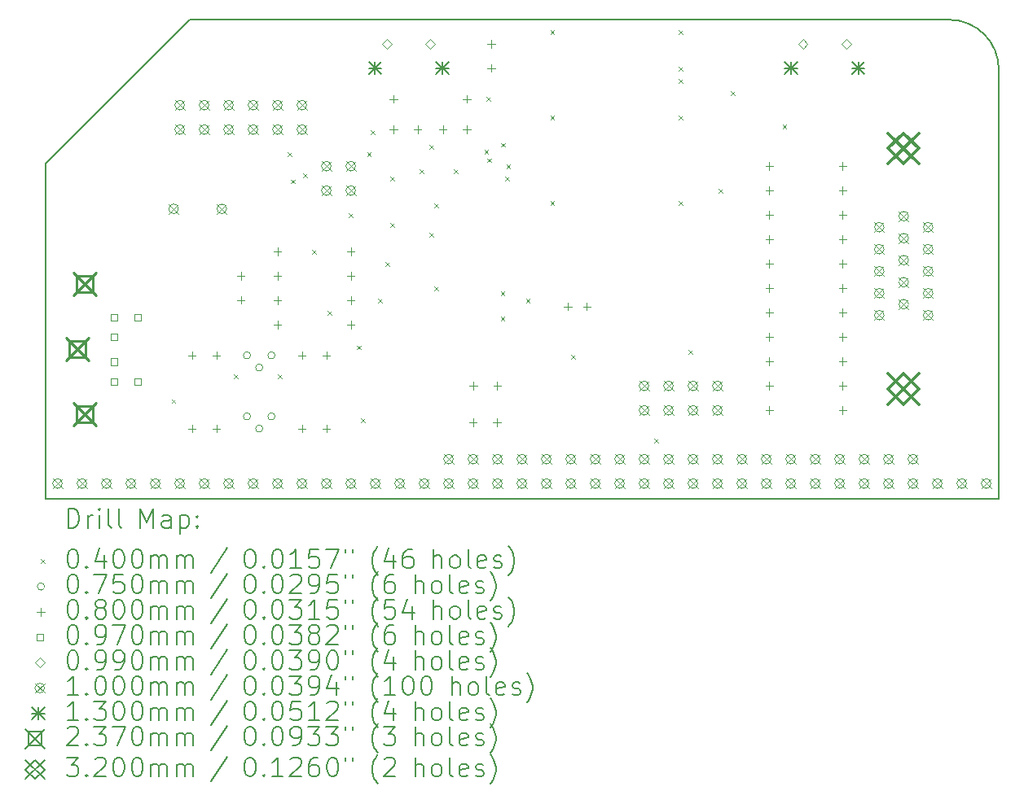
<source format=gbr>
%TF.GenerationSoftware,KiCad,Pcbnew,(7.0.0)*%
%TF.CreationDate,2024-06-02T18:05:42+02:00*%
%TF.ProjectId,rc-fabgl,72632d66-6162-4676-9c2e-6b696361645f,rev?*%
%TF.SameCoordinates,PX9157080PY9071968*%
%TF.FileFunction,Drillmap*%
%TF.FilePolarity,Positive*%
%FSLAX45Y45*%
G04 Gerber Fmt 4.5, Leading zero omitted, Abs format (unit mm)*
G04 Created by KiCad (PCBNEW (7.0.0)) date 2024-06-02 18:05:42*
%MOMM*%
%LPD*%
G01*
G04 APERTURE LIST*
%ADD10C,0.150000*%
%ADD11C,0.200000*%
%ADD12C,0.040000*%
%ADD13C,0.075000*%
%ADD14C,0.080000*%
%ADD15C,0.097000*%
%ADD16C,0.099000*%
%ADD17C,0.100000*%
%ADD18C,0.130000*%
%ADD19C,0.237000*%
%ADD20C,0.320000*%
G04 APERTURE END LIST*
D10*
X1501140Y4986020D02*
X0Y3484880D01*
X9391980Y4986020D02*
X1501140Y4986020D01*
X9910140Y4468020D02*
X9910140Y0D01*
X9909980Y4468020D02*
G75*
G03*
X9391980Y4986020I-518000J0D01*
G01*
X0Y3484880D02*
X0Y0D01*
X0Y0D02*
X9910140Y0D01*
D11*
D12*
X1313500Y1037270D02*
X1353500Y997270D01*
X1353500Y1037270D02*
X1313500Y997270D01*
X1961200Y1297620D02*
X2001200Y1257620D01*
X2001200Y1297620D02*
X1961200Y1257620D01*
X2418400Y1297620D02*
X2458400Y1257620D01*
X2458400Y1297620D02*
X2418400Y1257620D01*
X2520000Y3609020D02*
X2560000Y3569020D01*
X2560000Y3609020D02*
X2520000Y3569020D01*
X2551750Y3323270D02*
X2591750Y3283270D01*
X2591750Y3323270D02*
X2551750Y3283270D01*
X2678750Y3386770D02*
X2718750Y3346770D01*
X2718750Y3386770D02*
X2678750Y3346770D01*
X2774000Y2593020D02*
X2814000Y2553020D01*
X2814000Y2593020D02*
X2774000Y2553020D01*
X2932750Y1958020D02*
X2972750Y1918020D01*
X2972750Y1958020D02*
X2932750Y1918020D01*
X3155000Y2974020D02*
X3195000Y2934020D01*
X3195000Y2974020D02*
X3155000Y2934020D01*
X3237550Y1596070D02*
X3277550Y1556070D01*
X3277550Y1596070D02*
X3237550Y1556070D01*
X3282000Y840420D02*
X3322000Y800420D01*
X3322000Y840420D02*
X3282000Y800420D01*
X3345500Y3609020D02*
X3385500Y3569020D01*
X3385500Y3609020D02*
X3345500Y3569020D01*
X3383600Y3837620D02*
X3423600Y3797620D01*
X3423600Y3837620D02*
X3383600Y3797620D01*
X3459800Y2085020D02*
X3499800Y2045020D01*
X3499800Y2085020D02*
X3459800Y2045020D01*
X3536000Y2466020D02*
X3576000Y2426020D01*
X3576000Y2466020D02*
X3536000Y2426020D01*
X3586800Y3355020D02*
X3626800Y3315020D01*
X3626800Y3355020D02*
X3586800Y3315020D01*
X3586800Y2872420D02*
X3626800Y2832420D01*
X3626800Y2872420D02*
X3586800Y2832420D01*
X3891600Y3431220D02*
X3931600Y3391220D01*
X3931600Y3431220D02*
X3891600Y3391220D01*
X3993200Y3685220D02*
X4033200Y3645220D01*
X4033200Y3685220D02*
X3993200Y3645220D01*
X3993200Y2770820D02*
X4033200Y2730820D01*
X4033200Y2770820D02*
X3993200Y2730820D01*
X4044000Y3075620D02*
X4084000Y3035620D01*
X4084000Y3075620D02*
X4044000Y3035620D01*
X4044000Y2212020D02*
X4084000Y2172020D01*
X4084000Y2212020D02*
X4044000Y2172020D01*
X4247200Y3431220D02*
X4287200Y3391220D01*
X4287200Y3431220D02*
X4247200Y3391220D01*
X4563850Y3634420D02*
X4603850Y3594420D01*
X4603850Y3634420D02*
X4563850Y3594420D01*
X4583750Y4180520D02*
X4623750Y4140520D01*
X4623750Y4180520D02*
X4583750Y4140520D01*
X4592500Y3543120D02*
X4632500Y3503120D01*
X4632500Y3543120D02*
X4592500Y3503120D01*
X4732340Y2158680D02*
X4772340Y2118680D01*
X4772340Y2158680D02*
X4732340Y2118680D01*
X4732340Y1894520D02*
X4772340Y1854520D01*
X4772340Y1894520D02*
X4732340Y1854520D01*
X4736000Y3704420D02*
X4776000Y3664420D01*
X4776000Y3704420D02*
X4736000Y3664420D01*
X4780600Y3355020D02*
X4820600Y3315020D01*
X4820600Y3355020D02*
X4780600Y3315020D01*
X4793300Y3482020D02*
X4833300Y3442020D01*
X4833300Y3482020D02*
X4793300Y3442020D01*
X4996500Y2085020D02*
X5036500Y2045020D01*
X5036500Y2085020D02*
X4996500Y2045020D01*
X5250500Y4879020D02*
X5290500Y4839020D01*
X5290500Y4879020D02*
X5250500Y4839020D01*
X5250500Y3990020D02*
X5290500Y3950020D01*
X5290500Y3990020D02*
X5250500Y3950020D01*
X5250500Y3101020D02*
X5290500Y3061020D01*
X5290500Y3101020D02*
X5250500Y3061020D01*
X5466400Y1500820D02*
X5506400Y1460820D01*
X5506400Y1500820D02*
X5466400Y1460820D01*
X6330000Y624520D02*
X6370000Y584520D01*
X6370000Y624520D02*
X6330000Y584520D01*
X6584000Y4879020D02*
X6624000Y4839020D01*
X6624000Y4879020D02*
X6584000Y4839020D01*
X6584000Y4498020D02*
X6624000Y4458020D01*
X6624000Y4498020D02*
X6584000Y4458020D01*
X6584000Y4371020D02*
X6624000Y4331020D01*
X6624000Y4371020D02*
X6584000Y4331020D01*
X6584000Y3990020D02*
X6624000Y3950020D01*
X6624000Y3990020D02*
X6584000Y3950020D01*
X6584000Y3101020D02*
X6624000Y3061020D01*
X6624000Y3101020D02*
X6584000Y3061020D01*
X6685600Y1551620D02*
X6725600Y1511620D01*
X6725600Y1551620D02*
X6685600Y1511620D01*
X6996750Y3228020D02*
X7036750Y3188020D01*
X7036750Y3228020D02*
X6996750Y3188020D01*
X7123750Y4244020D02*
X7163750Y4204020D01*
X7163750Y4244020D02*
X7123750Y4204020D01*
X7663500Y3894770D02*
X7703500Y3854770D01*
X7703500Y3894770D02*
X7663500Y3854770D01*
D13*
X2133000Y1493520D02*
G75*
G03*
X2133000Y1493520I-37500J0D01*
G01*
X2133000Y858520D02*
G75*
G03*
X2133000Y858520I-37500J0D01*
G01*
X2260000Y1366520D02*
G75*
G03*
X2260000Y1366520I-37500J0D01*
G01*
X2260000Y731520D02*
G75*
G03*
X2260000Y731520I-37500J0D01*
G01*
X2387000Y1493520D02*
G75*
G03*
X2387000Y1493520I-37500J0D01*
G01*
X2387000Y858520D02*
G75*
G03*
X2387000Y858520I-37500J0D01*
G01*
D14*
X1524000Y1533520D02*
X1524000Y1453520D01*
X1484000Y1493520D02*
X1564000Y1493520D01*
X1524000Y771520D02*
X1524000Y691520D01*
X1484000Y731520D02*
X1564000Y731520D01*
X1778000Y1533520D02*
X1778000Y1453520D01*
X1738000Y1493520D02*
X1818000Y1493520D01*
X1778000Y771520D02*
X1778000Y691520D01*
X1738000Y731520D02*
X1818000Y731520D01*
X2032000Y2359020D02*
X2032000Y2279020D01*
X1992000Y2319020D02*
X2072000Y2319020D01*
X2032000Y2109020D02*
X2032000Y2029020D01*
X1992000Y2069020D02*
X2072000Y2069020D01*
X2413000Y2613020D02*
X2413000Y2533020D01*
X2373000Y2573020D02*
X2453000Y2573020D01*
X2413000Y2359020D02*
X2413000Y2279020D01*
X2373000Y2319020D02*
X2453000Y2319020D01*
X2413000Y2105020D02*
X2413000Y2025020D01*
X2373000Y2065020D02*
X2453000Y2065020D01*
X2413000Y1851020D02*
X2413000Y1771020D01*
X2373000Y1811020D02*
X2453000Y1811020D01*
X2667000Y1533520D02*
X2667000Y1453520D01*
X2627000Y1493520D02*
X2707000Y1493520D01*
X2667000Y771520D02*
X2667000Y691520D01*
X2627000Y731520D02*
X2707000Y731520D01*
X2921000Y1533520D02*
X2921000Y1453520D01*
X2881000Y1493520D02*
X2961000Y1493520D01*
X2921000Y771520D02*
X2921000Y691520D01*
X2881000Y731520D02*
X2961000Y731520D01*
X3175000Y2613020D02*
X3175000Y2533020D01*
X3135000Y2573020D02*
X3215000Y2573020D01*
X3175000Y2359020D02*
X3175000Y2279020D01*
X3135000Y2319020D02*
X3215000Y2319020D01*
X3175000Y2105020D02*
X3175000Y2025020D01*
X3135000Y2065020D02*
X3215000Y2065020D01*
X3175000Y1851020D02*
X3175000Y1771020D01*
X3135000Y1811020D02*
X3215000Y1811020D01*
X3619500Y4200520D02*
X3619500Y4120520D01*
X3579500Y4160520D02*
X3659500Y4160520D01*
X3619500Y3883020D02*
X3619500Y3803020D01*
X3579500Y3843020D02*
X3659500Y3843020D01*
X3869500Y3883020D02*
X3869500Y3803020D01*
X3829500Y3843020D02*
X3909500Y3843020D01*
X4131500Y3883020D02*
X4131500Y3803020D01*
X4091500Y3843020D02*
X4171500Y3843020D01*
X4381500Y4200520D02*
X4381500Y4120520D01*
X4341500Y4160520D02*
X4421500Y4160520D01*
X4381500Y3883020D02*
X4381500Y3803020D01*
X4341500Y3843020D02*
X4421500Y3843020D01*
X4445000Y835020D02*
X4445000Y755020D01*
X4405000Y795020D02*
X4485000Y795020D01*
X4447000Y1216020D02*
X4447000Y1136020D01*
X4407000Y1176020D02*
X4487000Y1176020D01*
X4635500Y4772020D02*
X4635500Y4692020D01*
X4595500Y4732020D02*
X4675500Y4732020D01*
X4635500Y4522020D02*
X4635500Y4442020D01*
X4595500Y4482020D02*
X4675500Y4482020D01*
X4695000Y835020D02*
X4695000Y755020D01*
X4655000Y795020D02*
X4735000Y795020D01*
X4697000Y1216020D02*
X4697000Y1136020D01*
X4657000Y1176020D02*
X4737000Y1176020D01*
X5429250Y2041520D02*
X5429250Y1961520D01*
X5389250Y2001520D02*
X5469250Y2001520D01*
X5629250Y2041520D02*
X5629250Y1961520D01*
X5589250Y2001520D02*
X5669250Y2001520D01*
X7524750Y3502020D02*
X7524750Y3422020D01*
X7484750Y3462020D02*
X7564750Y3462020D01*
X7524750Y3248020D02*
X7524750Y3168020D01*
X7484750Y3208020D02*
X7564750Y3208020D01*
X7524750Y2994020D02*
X7524750Y2914020D01*
X7484750Y2954020D02*
X7564750Y2954020D01*
X7524750Y2740020D02*
X7524750Y2660020D01*
X7484750Y2700020D02*
X7564750Y2700020D01*
X7524750Y2486020D02*
X7524750Y2406020D01*
X7484750Y2446020D02*
X7564750Y2446020D01*
X7524750Y2232020D02*
X7524750Y2152020D01*
X7484750Y2192020D02*
X7564750Y2192020D01*
X7524750Y1978020D02*
X7524750Y1898020D01*
X7484750Y1938020D02*
X7564750Y1938020D01*
X7524750Y1724020D02*
X7524750Y1644020D01*
X7484750Y1684020D02*
X7564750Y1684020D01*
X7524750Y1470020D02*
X7524750Y1390020D01*
X7484750Y1430020D02*
X7564750Y1430020D01*
X7524750Y1216020D02*
X7524750Y1136020D01*
X7484750Y1176020D02*
X7564750Y1176020D01*
X7524750Y962020D02*
X7524750Y882020D01*
X7484750Y922020D02*
X7564750Y922020D01*
X8286750Y3502020D02*
X8286750Y3422020D01*
X8246750Y3462020D02*
X8326750Y3462020D01*
X8286750Y3248020D02*
X8286750Y3168020D01*
X8246750Y3208020D02*
X8326750Y3208020D01*
X8286750Y2994020D02*
X8286750Y2914020D01*
X8246750Y2954020D02*
X8326750Y2954020D01*
X8286750Y2740020D02*
X8286750Y2660020D01*
X8246750Y2700020D02*
X8326750Y2700020D01*
X8286750Y2486020D02*
X8286750Y2406020D01*
X8246750Y2446020D02*
X8326750Y2446020D01*
X8286750Y2232020D02*
X8286750Y2152020D01*
X8246750Y2192020D02*
X8326750Y2192020D01*
X8286750Y1978020D02*
X8286750Y1898020D01*
X8246750Y1938020D02*
X8326750Y1938020D01*
X8286750Y1724020D02*
X8286750Y1644020D01*
X8246750Y1684020D02*
X8326750Y1684020D01*
X8286750Y1470020D02*
X8286750Y1390020D01*
X8246750Y1430020D02*
X8326750Y1430020D01*
X8286750Y1216020D02*
X8286750Y1136020D01*
X8246750Y1176020D02*
X8326750Y1176020D01*
X8286750Y962020D02*
X8286750Y882020D01*
X8246750Y922020D02*
X8326750Y922020D01*
D15*
X745495Y1857725D02*
X745495Y1926315D01*
X676905Y1926315D01*
X676905Y1857725D01*
X745495Y1857725D01*
X745495Y1652725D02*
X745495Y1721315D01*
X676905Y1721315D01*
X676905Y1652725D01*
X745495Y1652725D01*
X745495Y1392725D02*
X745495Y1461315D01*
X676905Y1461315D01*
X676905Y1392725D01*
X745495Y1392725D01*
X745495Y1187725D02*
X745495Y1256315D01*
X676905Y1256315D01*
X676905Y1187725D01*
X745495Y1187725D01*
X994495Y1857725D02*
X994495Y1926315D01*
X925905Y1926315D01*
X925905Y1857725D01*
X994495Y1857725D01*
X994495Y1187725D02*
X994495Y1256315D01*
X925905Y1256315D01*
X925905Y1187725D01*
X994495Y1187725D01*
D16*
X3550500Y4682520D02*
X3600000Y4732020D01*
X3550500Y4781520D01*
X3501000Y4732020D01*
X3550500Y4682520D01*
X4000500Y4682520D02*
X4050000Y4732020D01*
X4000500Y4781520D01*
X3951000Y4732020D01*
X4000500Y4682520D01*
X7874000Y4682520D02*
X7923500Y4732020D01*
X7874000Y4781520D01*
X7824500Y4732020D01*
X7874000Y4682520D01*
X8324000Y4682520D02*
X8373500Y4732020D01*
X8324000Y4781520D01*
X8274500Y4732020D01*
X8324000Y4682520D01*
D17*
X77000Y210020D02*
X177000Y110020D01*
X177000Y210020D02*
X77000Y110020D01*
X177000Y160020D02*
G75*
G03*
X177000Y160020I-50000J0D01*
G01*
X331000Y210020D02*
X431000Y110020D01*
X431000Y210020D02*
X331000Y110020D01*
X431000Y160020D02*
G75*
G03*
X431000Y160020I-50000J0D01*
G01*
X585000Y210020D02*
X685000Y110020D01*
X685000Y210020D02*
X585000Y110020D01*
X685000Y160020D02*
G75*
G03*
X685000Y160020I-50000J0D01*
G01*
X839000Y210020D02*
X939000Y110020D01*
X939000Y210020D02*
X839000Y110020D01*
X939000Y160020D02*
G75*
G03*
X939000Y160020I-50000J0D01*
G01*
X1093000Y210020D02*
X1193000Y110020D01*
X1193000Y210020D02*
X1093000Y110020D01*
X1193000Y160020D02*
G75*
G03*
X1193000Y160020I-50000J0D01*
G01*
X1283500Y3067520D02*
X1383500Y2967520D01*
X1383500Y3067520D02*
X1283500Y2967520D01*
X1383500Y3017520D02*
G75*
G03*
X1383500Y3017520I-50000J0D01*
G01*
X1347000Y4147020D02*
X1447000Y4047020D01*
X1447000Y4147020D02*
X1347000Y4047020D01*
X1447000Y4097020D02*
G75*
G03*
X1447000Y4097020I-50000J0D01*
G01*
X1347000Y3893020D02*
X1447000Y3793020D01*
X1447000Y3893020D02*
X1347000Y3793020D01*
X1447000Y3843020D02*
G75*
G03*
X1447000Y3843020I-50000J0D01*
G01*
X1347000Y210020D02*
X1447000Y110020D01*
X1447000Y210020D02*
X1347000Y110020D01*
X1447000Y160020D02*
G75*
G03*
X1447000Y160020I-50000J0D01*
G01*
X1601000Y4147020D02*
X1701000Y4047020D01*
X1701000Y4147020D02*
X1601000Y4047020D01*
X1701000Y4097020D02*
G75*
G03*
X1701000Y4097020I-50000J0D01*
G01*
X1601000Y3893020D02*
X1701000Y3793020D01*
X1701000Y3893020D02*
X1601000Y3793020D01*
X1701000Y3843020D02*
G75*
G03*
X1701000Y3843020I-50000J0D01*
G01*
X1601000Y210020D02*
X1701000Y110020D01*
X1701000Y210020D02*
X1601000Y110020D01*
X1701000Y160020D02*
G75*
G03*
X1701000Y160020I-50000J0D01*
G01*
X1783500Y3067520D02*
X1883500Y2967520D01*
X1883500Y3067520D02*
X1783500Y2967520D01*
X1883500Y3017520D02*
G75*
G03*
X1883500Y3017520I-50000J0D01*
G01*
X1855000Y4147020D02*
X1955000Y4047020D01*
X1955000Y4147020D02*
X1855000Y4047020D01*
X1955000Y4097020D02*
G75*
G03*
X1955000Y4097020I-50000J0D01*
G01*
X1855000Y3893020D02*
X1955000Y3793020D01*
X1955000Y3893020D02*
X1855000Y3793020D01*
X1955000Y3843020D02*
G75*
G03*
X1955000Y3843020I-50000J0D01*
G01*
X1855000Y210020D02*
X1955000Y110020D01*
X1955000Y210020D02*
X1855000Y110020D01*
X1955000Y160020D02*
G75*
G03*
X1955000Y160020I-50000J0D01*
G01*
X2109000Y4147020D02*
X2209000Y4047020D01*
X2209000Y4147020D02*
X2109000Y4047020D01*
X2209000Y4097020D02*
G75*
G03*
X2209000Y4097020I-50000J0D01*
G01*
X2109000Y3893020D02*
X2209000Y3793020D01*
X2209000Y3893020D02*
X2109000Y3793020D01*
X2209000Y3843020D02*
G75*
G03*
X2209000Y3843020I-50000J0D01*
G01*
X2109000Y210020D02*
X2209000Y110020D01*
X2209000Y210020D02*
X2109000Y110020D01*
X2209000Y160020D02*
G75*
G03*
X2209000Y160020I-50000J0D01*
G01*
X2363000Y4147020D02*
X2463000Y4047020D01*
X2463000Y4147020D02*
X2363000Y4047020D01*
X2463000Y4097020D02*
G75*
G03*
X2463000Y4097020I-50000J0D01*
G01*
X2363000Y3893020D02*
X2463000Y3793020D01*
X2463000Y3893020D02*
X2363000Y3793020D01*
X2463000Y3843020D02*
G75*
G03*
X2463000Y3843020I-50000J0D01*
G01*
X2363000Y210020D02*
X2463000Y110020D01*
X2463000Y210020D02*
X2363000Y110020D01*
X2463000Y160020D02*
G75*
G03*
X2463000Y160020I-50000J0D01*
G01*
X2617000Y4147020D02*
X2717000Y4047020D01*
X2717000Y4147020D02*
X2617000Y4047020D01*
X2717000Y4097020D02*
G75*
G03*
X2717000Y4097020I-50000J0D01*
G01*
X2617000Y3893020D02*
X2717000Y3793020D01*
X2717000Y3893020D02*
X2617000Y3793020D01*
X2717000Y3843020D02*
G75*
G03*
X2717000Y3843020I-50000J0D01*
G01*
X2617000Y210020D02*
X2717000Y110020D01*
X2717000Y210020D02*
X2617000Y110020D01*
X2717000Y160020D02*
G75*
G03*
X2717000Y160020I-50000J0D01*
G01*
X2871000Y3512020D02*
X2971000Y3412020D01*
X2971000Y3512020D02*
X2871000Y3412020D01*
X2971000Y3462020D02*
G75*
G03*
X2971000Y3462020I-50000J0D01*
G01*
X2871000Y3258020D02*
X2971000Y3158020D01*
X2971000Y3258020D02*
X2871000Y3158020D01*
X2971000Y3208020D02*
G75*
G03*
X2971000Y3208020I-50000J0D01*
G01*
X2871000Y210020D02*
X2971000Y110020D01*
X2971000Y210020D02*
X2871000Y110020D01*
X2971000Y160020D02*
G75*
G03*
X2971000Y160020I-50000J0D01*
G01*
X3125000Y3512020D02*
X3225000Y3412020D01*
X3225000Y3512020D02*
X3125000Y3412020D01*
X3225000Y3462020D02*
G75*
G03*
X3225000Y3462020I-50000J0D01*
G01*
X3125000Y3258020D02*
X3225000Y3158020D01*
X3225000Y3258020D02*
X3125000Y3158020D01*
X3225000Y3208020D02*
G75*
G03*
X3225000Y3208020I-50000J0D01*
G01*
X3125000Y210020D02*
X3225000Y110020D01*
X3225000Y210020D02*
X3125000Y110020D01*
X3225000Y160020D02*
G75*
G03*
X3225000Y160020I-50000J0D01*
G01*
X3379000Y210020D02*
X3479000Y110020D01*
X3479000Y210020D02*
X3379000Y110020D01*
X3479000Y160020D02*
G75*
G03*
X3479000Y160020I-50000J0D01*
G01*
X3633000Y210020D02*
X3733000Y110020D01*
X3733000Y210020D02*
X3633000Y110020D01*
X3733000Y160020D02*
G75*
G03*
X3733000Y160020I-50000J0D01*
G01*
X3887000Y210020D02*
X3987000Y110020D01*
X3987000Y210020D02*
X3887000Y110020D01*
X3987000Y160020D02*
G75*
G03*
X3987000Y160020I-50000J0D01*
G01*
X4141000Y464020D02*
X4241000Y364020D01*
X4241000Y464020D02*
X4141000Y364020D01*
X4241000Y414020D02*
G75*
G03*
X4241000Y414020I-50000J0D01*
G01*
X4141000Y210020D02*
X4241000Y110020D01*
X4241000Y210020D02*
X4141000Y110020D01*
X4241000Y160020D02*
G75*
G03*
X4241000Y160020I-50000J0D01*
G01*
X4395000Y464020D02*
X4495000Y364020D01*
X4495000Y464020D02*
X4395000Y364020D01*
X4495000Y414020D02*
G75*
G03*
X4495000Y414020I-50000J0D01*
G01*
X4395000Y210020D02*
X4495000Y110020D01*
X4495000Y210020D02*
X4395000Y110020D01*
X4495000Y160020D02*
G75*
G03*
X4495000Y160020I-50000J0D01*
G01*
X4649000Y464020D02*
X4749000Y364020D01*
X4749000Y464020D02*
X4649000Y364020D01*
X4749000Y414020D02*
G75*
G03*
X4749000Y414020I-50000J0D01*
G01*
X4649000Y210020D02*
X4749000Y110020D01*
X4749000Y210020D02*
X4649000Y110020D01*
X4749000Y160020D02*
G75*
G03*
X4749000Y160020I-50000J0D01*
G01*
X4903000Y464020D02*
X5003000Y364020D01*
X5003000Y464020D02*
X4903000Y364020D01*
X5003000Y414020D02*
G75*
G03*
X5003000Y414020I-50000J0D01*
G01*
X4903000Y210020D02*
X5003000Y110020D01*
X5003000Y210020D02*
X4903000Y110020D01*
X5003000Y160020D02*
G75*
G03*
X5003000Y160020I-50000J0D01*
G01*
X5157000Y464020D02*
X5257000Y364020D01*
X5257000Y464020D02*
X5157000Y364020D01*
X5257000Y414020D02*
G75*
G03*
X5257000Y414020I-50000J0D01*
G01*
X5157000Y210020D02*
X5257000Y110020D01*
X5257000Y210020D02*
X5157000Y110020D01*
X5257000Y160020D02*
G75*
G03*
X5257000Y160020I-50000J0D01*
G01*
X5411000Y464020D02*
X5511000Y364020D01*
X5511000Y464020D02*
X5411000Y364020D01*
X5511000Y414020D02*
G75*
G03*
X5511000Y414020I-50000J0D01*
G01*
X5411000Y210020D02*
X5511000Y110020D01*
X5511000Y210020D02*
X5411000Y110020D01*
X5511000Y160020D02*
G75*
G03*
X5511000Y160020I-50000J0D01*
G01*
X5665000Y464020D02*
X5765000Y364020D01*
X5765000Y464020D02*
X5665000Y364020D01*
X5765000Y414020D02*
G75*
G03*
X5765000Y414020I-50000J0D01*
G01*
X5665000Y210020D02*
X5765000Y110020D01*
X5765000Y210020D02*
X5665000Y110020D01*
X5765000Y160020D02*
G75*
G03*
X5765000Y160020I-50000J0D01*
G01*
X5919000Y464020D02*
X6019000Y364020D01*
X6019000Y464020D02*
X5919000Y364020D01*
X6019000Y414020D02*
G75*
G03*
X6019000Y414020I-50000J0D01*
G01*
X5919000Y210020D02*
X6019000Y110020D01*
X6019000Y210020D02*
X5919000Y110020D01*
X6019000Y160020D02*
G75*
G03*
X6019000Y160020I-50000J0D01*
G01*
X6173000Y1226020D02*
X6273000Y1126020D01*
X6273000Y1226020D02*
X6173000Y1126020D01*
X6273000Y1176020D02*
G75*
G03*
X6273000Y1176020I-50000J0D01*
G01*
X6173000Y972020D02*
X6273000Y872020D01*
X6273000Y972020D02*
X6173000Y872020D01*
X6273000Y922020D02*
G75*
G03*
X6273000Y922020I-50000J0D01*
G01*
X6173000Y464020D02*
X6273000Y364020D01*
X6273000Y464020D02*
X6173000Y364020D01*
X6273000Y414020D02*
G75*
G03*
X6273000Y414020I-50000J0D01*
G01*
X6173000Y210020D02*
X6273000Y110020D01*
X6273000Y210020D02*
X6173000Y110020D01*
X6273000Y160020D02*
G75*
G03*
X6273000Y160020I-50000J0D01*
G01*
X6427000Y1226020D02*
X6527000Y1126020D01*
X6527000Y1226020D02*
X6427000Y1126020D01*
X6527000Y1176020D02*
G75*
G03*
X6527000Y1176020I-50000J0D01*
G01*
X6427000Y972020D02*
X6527000Y872020D01*
X6527000Y972020D02*
X6427000Y872020D01*
X6527000Y922020D02*
G75*
G03*
X6527000Y922020I-50000J0D01*
G01*
X6427000Y464020D02*
X6527000Y364020D01*
X6527000Y464020D02*
X6427000Y364020D01*
X6527000Y414020D02*
G75*
G03*
X6527000Y414020I-50000J0D01*
G01*
X6427000Y210020D02*
X6527000Y110020D01*
X6527000Y210020D02*
X6427000Y110020D01*
X6527000Y160020D02*
G75*
G03*
X6527000Y160020I-50000J0D01*
G01*
X6681000Y1226020D02*
X6781000Y1126020D01*
X6781000Y1226020D02*
X6681000Y1126020D01*
X6781000Y1176020D02*
G75*
G03*
X6781000Y1176020I-50000J0D01*
G01*
X6681000Y972020D02*
X6781000Y872020D01*
X6781000Y972020D02*
X6681000Y872020D01*
X6781000Y922020D02*
G75*
G03*
X6781000Y922020I-50000J0D01*
G01*
X6681000Y464020D02*
X6781000Y364020D01*
X6781000Y464020D02*
X6681000Y364020D01*
X6781000Y414020D02*
G75*
G03*
X6781000Y414020I-50000J0D01*
G01*
X6681000Y210020D02*
X6781000Y110020D01*
X6781000Y210020D02*
X6681000Y110020D01*
X6781000Y160020D02*
G75*
G03*
X6781000Y160020I-50000J0D01*
G01*
X6935000Y1226020D02*
X7035000Y1126020D01*
X7035000Y1226020D02*
X6935000Y1126020D01*
X7035000Y1176020D02*
G75*
G03*
X7035000Y1176020I-50000J0D01*
G01*
X6935000Y972020D02*
X7035000Y872020D01*
X7035000Y972020D02*
X6935000Y872020D01*
X7035000Y922020D02*
G75*
G03*
X7035000Y922020I-50000J0D01*
G01*
X6935000Y464020D02*
X7035000Y364020D01*
X7035000Y464020D02*
X6935000Y364020D01*
X7035000Y414020D02*
G75*
G03*
X7035000Y414020I-50000J0D01*
G01*
X6935000Y210020D02*
X7035000Y110020D01*
X7035000Y210020D02*
X6935000Y110020D01*
X7035000Y160020D02*
G75*
G03*
X7035000Y160020I-50000J0D01*
G01*
X7189000Y464020D02*
X7289000Y364020D01*
X7289000Y464020D02*
X7189000Y364020D01*
X7289000Y414020D02*
G75*
G03*
X7289000Y414020I-50000J0D01*
G01*
X7189000Y210020D02*
X7289000Y110020D01*
X7289000Y210020D02*
X7189000Y110020D01*
X7289000Y160020D02*
G75*
G03*
X7289000Y160020I-50000J0D01*
G01*
X7443000Y464020D02*
X7543000Y364020D01*
X7543000Y464020D02*
X7443000Y364020D01*
X7543000Y414020D02*
G75*
G03*
X7543000Y414020I-50000J0D01*
G01*
X7443000Y210020D02*
X7543000Y110020D01*
X7543000Y210020D02*
X7443000Y110020D01*
X7543000Y160020D02*
G75*
G03*
X7543000Y160020I-50000J0D01*
G01*
X7697000Y464020D02*
X7797000Y364020D01*
X7797000Y464020D02*
X7697000Y364020D01*
X7797000Y414020D02*
G75*
G03*
X7797000Y414020I-50000J0D01*
G01*
X7697000Y210020D02*
X7797000Y110020D01*
X7797000Y210020D02*
X7697000Y110020D01*
X7797000Y160020D02*
G75*
G03*
X7797000Y160020I-50000J0D01*
G01*
X7951000Y464020D02*
X8051000Y364020D01*
X8051000Y464020D02*
X7951000Y364020D01*
X8051000Y414020D02*
G75*
G03*
X8051000Y414020I-50000J0D01*
G01*
X7951000Y210020D02*
X8051000Y110020D01*
X8051000Y210020D02*
X7951000Y110020D01*
X8051000Y160020D02*
G75*
G03*
X8051000Y160020I-50000J0D01*
G01*
X8205000Y464020D02*
X8305000Y364020D01*
X8305000Y464020D02*
X8205000Y364020D01*
X8305000Y414020D02*
G75*
G03*
X8305000Y414020I-50000J0D01*
G01*
X8205000Y210020D02*
X8305000Y110020D01*
X8305000Y210020D02*
X8205000Y110020D01*
X8305000Y160020D02*
G75*
G03*
X8305000Y160020I-50000J0D01*
G01*
X8459000Y464020D02*
X8559000Y364020D01*
X8559000Y464020D02*
X8459000Y364020D01*
X8559000Y414020D02*
G75*
G03*
X8559000Y414020I-50000J0D01*
G01*
X8459000Y210020D02*
X8559000Y110020D01*
X8559000Y210020D02*
X8459000Y110020D01*
X8559000Y160020D02*
G75*
G03*
X8559000Y160020I-50000J0D01*
G01*
X8617750Y2877020D02*
X8717750Y2777020D01*
X8717750Y2877020D02*
X8617750Y2777020D01*
X8717750Y2827020D02*
G75*
G03*
X8717750Y2827020I-50000J0D01*
G01*
X8617750Y2648020D02*
X8717750Y2548020D01*
X8717750Y2648020D02*
X8617750Y2548020D01*
X8717750Y2598020D02*
G75*
G03*
X8717750Y2598020I-50000J0D01*
G01*
X8617750Y2419020D02*
X8717750Y2319020D01*
X8717750Y2419020D02*
X8617750Y2319020D01*
X8717750Y2369020D02*
G75*
G03*
X8717750Y2369020I-50000J0D01*
G01*
X8617750Y2190020D02*
X8717750Y2090020D01*
X8717750Y2190020D02*
X8617750Y2090020D01*
X8717750Y2140020D02*
G75*
G03*
X8717750Y2140020I-50000J0D01*
G01*
X8617750Y1961020D02*
X8717750Y1861020D01*
X8717750Y1961020D02*
X8617750Y1861020D01*
X8717750Y1911020D02*
G75*
G03*
X8717750Y1911020I-50000J0D01*
G01*
X8713000Y464020D02*
X8813000Y364020D01*
X8813000Y464020D02*
X8713000Y364020D01*
X8813000Y414020D02*
G75*
G03*
X8813000Y414020I-50000J0D01*
G01*
X8713000Y210020D02*
X8813000Y110020D01*
X8813000Y210020D02*
X8713000Y110020D01*
X8813000Y160020D02*
G75*
G03*
X8813000Y160020I-50000J0D01*
G01*
X8871750Y2991520D02*
X8971750Y2891520D01*
X8971750Y2991520D02*
X8871750Y2891520D01*
X8971750Y2941520D02*
G75*
G03*
X8971750Y2941520I-50000J0D01*
G01*
X8871750Y2762520D02*
X8971750Y2662520D01*
X8971750Y2762520D02*
X8871750Y2662520D01*
X8971750Y2712520D02*
G75*
G03*
X8971750Y2712520I-50000J0D01*
G01*
X8871750Y2533520D02*
X8971750Y2433520D01*
X8971750Y2533520D02*
X8871750Y2433520D01*
X8971750Y2483520D02*
G75*
G03*
X8971750Y2483520I-50000J0D01*
G01*
X8871750Y2304520D02*
X8971750Y2204520D01*
X8971750Y2304520D02*
X8871750Y2204520D01*
X8971750Y2254520D02*
G75*
G03*
X8971750Y2254520I-50000J0D01*
G01*
X8871750Y2075520D02*
X8971750Y1975520D01*
X8971750Y2075520D02*
X8871750Y1975520D01*
X8971750Y2025520D02*
G75*
G03*
X8971750Y2025520I-50000J0D01*
G01*
X8967000Y464020D02*
X9067000Y364020D01*
X9067000Y464020D02*
X8967000Y364020D01*
X9067000Y414020D02*
G75*
G03*
X9067000Y414020I-50000J0D01*
G01*
X8967000Y210020D02*
X9067000Y110020D01*
X9067000Y210020D02*
X8967000Y110020D01*
X9067000Y160020D02*
G75*
G03*
X9067000Y160020I-50000J0D01*
G01*
X9125750Y2877020D02*
X9225750Y2777020D01*
X9225750Y2877020D02*
X9125750Y2777020D01*
X9225750Y2827020D02*
G75*
G03*
X9225750Y2827020I-50000J0D01*
G01*
X9125750Y2648020D02*
X9225750Y2548020D01*
X9225750Y2648020D02*
X9125750Y2548020D01*
X9225750Y2598020D02*
G75*
G03*
X9225750Y2598020I-50000J0D01*
G01*
X9125750Y2419020D02*
X9225750Y2319020D01*
X9225750Y2419020D02*
X9125750Y2319020D01*
X9225750Y2369020D02*
G75*
G03*
X9225750Y2369020I-50000J0D01*
G01*
X9125750Y2190020D02*
X9225750Y2090020D01*
X9225750Y2190020D02*
X9125750Y2090020D01*
X9225750Y2140020D02*
G75*
G03*
X9225750Y2140020I-50000J0D01*
G01*
X9125750Y1961020D02*
X9225750Y1861020D01*
X9225750Y1961020D02*
X9125750Y1861020D01*
X9225750Y1911020D02*
G75*
G03*
X9225750Y1911020I-50000J0D01*
G01*
X9221000Y210020D02*
X9321000Y110020D01*
X9321000Y210020D02*
X9221000Y110020D01*
X9321000Y160020D02*
G75*
G03*
X9321000Y160020I-50000J0D01*
G01*
X9475000Y210020D02*
X9575000Y110020D01*
X9575000Y210020D02*
X9475000Y110020D01*
X9575000Y160020D02*
G75*
G03*
X9575000Y160020I-50000J0D01*
G01*
X9729000Y210020D02*
X9829000Y110020D01*
X9829000Y210020D02*
X9729000Y110020D01*
X9829000Y160020D02*
G75*
G03*
X9829000Y160020I-50000J0D01*
G01*
D18*
X3360500Y4548020D02*
X3490500Y4418020D01*
X3490500Y4548020D02*
X3360500Y4418020D01*
X3425500Y4548020D02*
X3425500Y4418020D01*
X3360500Y4483020D02*
X3490500Y4483020D01*
X4061500Y4548020D02*
X4191500Y4418020D01*
X4191500Y4548020D02*
X4061500Y4418020D01*
X4126500Y4548020D02*
X4126500Y4418020D01*
X4061500Y4483020D02*
X4191500Y4483020D01*
X7684000Y4548020D02*
X7814000Y4418020D01*
X7814000Y4548020D02*
X7684000Y4418020D01*
X7749000Y4548020D02*
X7749000Y4418020D01*
X7684000Y4483020D02*
X7814000Y4483020D01*
X8385000Y4548020D02*
X8515000Y4418020D01*
X8515000Y4548020D02*
X8385000Y4418020D01*
X8450000Y4548020D02*
X8450000Y4418020D01*
X8385000Y4483020D02*
X8515000Y4483020D01*
D19*
X211700Y1675520D02*
X448700Y1438520D01*
X448700Y1675520D02*
X211700Y1438520D01*
X413993Y1473227D02*
X413993Y1640813D01*
X246407Y1640813D01*
X246407Y1473227D01*
X413993Y1473227D01*
X292700Y2351520D02*
X529700Y2114520D01*
X529700Y2351520D02*
X292700Y2114520D01*
X494993Y2149227D02*
X494993Y2316813D01*
X327407Y2316813D01*
X327407Y2149227D01*
X494993Y2149227D01*
X292700Y999520D02*
X529700Y762520D01*
X529700Y999520D02*
X292700Y762520D01*
X494993Y797227D02*
X494993Y964813D01*
X327407Y964813D01*
X327407Y797227D01*
X494993Y797227D01*
D20*
X8757750Y3805520D02*
X9077750Y3485520D01*
X9077750Y3805520D02*
X8757750Y3485520D01*
X8917750Y3485520D02*
X9077750Y3645520D01*
X8917750Y3805520D01*
X8757750Y3645520D01*
X8917750Y3485520D01*
X8757750Y1305520D02*
X9077750Y985520D01*
X9077750Y1305520D02*
X8757750Y985520D01*
X8917750Y985520D02*
X9077750Y1145520D01*
X8917750Y1305520D01*
X8757750Y1145520D01*
X8917750Y985520D01*
D11*
X240119Y-300976D02*
X240119Y-100976D01*
X240119Y-100976D02*
X287738Y-100976D01*
X287738Y-100976D02*
X316310Y-110500D01*
X316310Y-110500D02*
X335357Y-129548D01*
X335357Y-129548D02*
X344881Y-148595D01*
X344881Y-148595D02*
X354405Y-186690D01*
X354405Y-186690D02*
X354405Y-215262D01*
X354405Y-215262D02*
X344881Y-253357D01*
X344881Y-253357D02*
X335357Y-272405D01*
X335357Y-272405D02*
X316310Y-291452D01*
X316310Y-291452D02*
X287738Y-300976D01*
X287738Y-300976D02*
X240119Y-300976D01*
X440119Y-300976D02*
X440119Y-167643D01*
X440119Y-205738D02*
X449643Y-186690D01*
X449643Y-186690D02*
X459167Y-177167D01*
X459167Y-177167D02*
X478214Y-167643D01*
X478214Y-167643D02*
X497262Y-167643D01*
X563929Y-300976D02*
X563929Y-167643D01*
X563929Y-100976D02*
X554405Y-110500D01*
X554405Y-110500D02*
X563929Y-120024D01*
X563929Y-120024D02*
X573452Y-110500D01*
X573452Y-110500D02*
X563929Y-100976D01*
X563929Y-100976D02*
X563929Y-120024D01*
X687738Y-300976D02*
X668690Y-291452D01*
X668690Y-291452D02*
X659167Y-272405D01*
X659167Y-272405D02*
X659167Y-100976D01*
X792500Y-300976D02*
X773452Y-291452D01*
X773452Y-291452D02*
X763928Y-272405D01*
X763928Y-272405D02*
X763928Y-100976D01*
X988690Y-300976D02*
X988690Y-100976D01*
X988690Y-100976D02*
X1055357Y-243833D01*
X1055357Y-243833D02*
X1122024Y-100976D01*
X1122024Y-100976D02*
X1122024Y-300976D01*
X1302976Y-300976D02*
X1302976Y-196214D01*
X1302976Y-196214D02*
X1293452Y-177167D01*
X1293452Y-177167D02*
X1274405Y-167643D01*
X1274405Y-167643D02*
X1236309Y-167643D01*
X1236309Y-167643D02*
X1217262Y-177167D01*
X1302976Y-291452D02*
X1283929Y-300976D01*
X1283929Y-300976D02*
X1236309Y-300976D01*
X1236309Y-300976D02*
X1217262Y-291452D01*
X1217262Y-291452D02*
X1207738Y-272405D01*
X1207738Y-272405D02*
X1207738Y-253357D01*
X1207738Y-253357D02*
X1217262Y-234309D01*
X1217262Y-234309D02*
X1236309Y-224786D01*
X1236309Y-224786D02*
X1283929Y-224786D01*
X1283929Y-224786D02*
X1302976Y-215262D01*
X1398214Y-167643D02*
X1398214Y-367643D01*
X1398214Y-177167D02*
X1417262Y-167643D01*
X1417262Y-167643D02*
X1455357Y-167643D01*
X1455357Y-167643D02*
X1474405Y-177167D01*
X1474405Y-177167D02*
X1483928Y-186690D01*
X1483928Y-186690D02*
X1493452Y-205738D01*
X1493452Y-205738D02*
X1493452Y-262881D01*
X1493452Y-262881D02*
X1483928Y-281929D01*
X1483928Y-281929D02*
X1474405Y-291452D01*
X1474405Y-291452D02*
X1455357Y-300976D01*
X1455357Y-300976D02*
X1417262Y-300976D01*
X1417262Y-300976D02*
X1398214Y-291452D01*
X1579167Y-281929D02*
X1588690Y-291452D01*
X1588690Y-291452D02*
X1579167Y-300976D01*
X1579167Y-300976D02*
X1569643Y-291452D01*
X1569643Y-291452D02*
X1579167Y-281929D01*
X1579167Y-281929D02*
X1579167Y-300976D01*
X1579167Y-177167D02*
X1588690Y-186690D01*
X1588690Y-186690D02*
X1579167Y-196214D01*
X1579167Y-196214D02*
X1569643Y-186690D01*
X1569643Y-186690D02*
X1579167Y-177167D01*
X1579167Y-177167D02*
X1579167Y-196214D01*
D12*
X-47500Y-627500D02*
X-7500Y-667500D01*
X-7500Y-627500D02*
X-47500Y-667500D01*
D11*
X278214Y-520976D02*
X297262Y-520976D01*
X297262Y-520976D02*
X316310Y-530500D01*
X316310Y-530500D02*
X325833Y-540024D01*
X325833Y-540024D02*
X335357Y-559071D01*
X335357Y-559071D02*
X344881Y-597167D01*
X344881Y-597167D02*
X344881Y-644786D01*
X344881Y-644786D02*
X335357Y-682881D01*
X335357Y-682881D02*
X325833Y-701928D01*
X325833Y-701928D02*
X316310Y-711452D01*
X316310Y-711452D02*
X297262Y-720976D01*
X297262Y-720976D02*
X278214Y-720976D01*
X278214Y-720976D02*
X259167Y-711452D01*
X259167Y-711452D02*
X249643Y-701928D01*
X249643Y-701928D02*
X240119Y-682881D01*
X240119Y-682881D02*
X230595Y-644786D01*
X230595Y-644786D02*
X230595Y-597167D01*
X230595Y-597167D02*
X240119Y-559071D01*
X240119Y-559071D02*
X249643Y-540024D01*
X249643Y-540024D02*
X259167Y-530500D01*
X259167Y-530500D02*
X278214Y-520976D01*
X430595Y-701928D02*
X440119Y-711452D01*
X440119Y-711452D02*
X430595Y-720976D01*
X430595Y-720976D02*
X421071Y-711452D01*
X421071Y-711452D02*
X430595Y-701928D01*
X430595Y-701928D02*
X430595Y-720976D01*
X611548Y-587643D02*
X611548Y-720976D01*
X563929Y-511452D02*
X516309Y-654310D01*
X516309Y-654310D02*
X640119Y-654310D01*
X754405Y-520976D02*
X773452Y-520976D01*
X773452Y-520976D02*
X792500Y-530500D01*
X792500Y-530500D02*
X802024Y-540024D01*
X802024Y-540024D02*
X811548Y-559071D01*
X811548Y-559071D02*
X821071Y-597167D01*
X821071Y-597167D02*
X821071Y-644786D01*
X821071Y-644786D02*
X811548Y-682881D01*
X811548Y-682881D02*
X802024Y-701928D01*
X802024Y-701928D02*
X792500Y-711452D01*
X792500Y-711452D02*
X773452Y-720976D01*
X773452Y-720976D02*
X754405Y-720976D01*
X754405Y-720976D02*
X735357Y-711452D01*
X735357Y-711452D02*
X725833Y-701928D01*
X725833Y-701928D02*
X716309Y-682881D01*
X716309Y-682881D02*
X706786Y-644786D01*
X706786Y-644786D02*
X706786Y-597167D01*
X706786Y-597167D02*
X716309Y-559071D01*
X716309Y-559071D02*
X725833Y-540024D01*
X725833Y-540024D02*
X735357Y-530500D01*
X735357Y-530500D02*
X754405Y-520976D01*
X944881Y-520976D02*
X963929Y-520976D01*
X963929Y-520976D02*
X982976Y-530500D01*
X982976Y-530500D02*
X992500Y-540024D01*
X992500Y-540024D02*
X1002024Y-559071D01*
X1002024Y-559071D02*
X1011548Y-597167D01*
X1011548Y-597167D02*
X1011548Y-644786D01*
X1011548Y-644786D02*
X1002024Y-682881D01*
X1002024Y-682881D02*
X992500Y-701928D01*
X992500Y-701928D02*
X982976Y-711452D01*
X982976Y-711452D02*
X963929Y-720976D01*
X963929Y-720976D02*
X944881Y-720976D01*
X944881Y-720976D02*
X925833Y-711452D01*
X925833Y-711452D02*
X916309Y-701928D01*
X916309Y-701928D02*
X906786Y-682881D01*
X906786Y-682881D02*
X897262Y-644786D01*
X897262Y-644786D02*
X897262Y-597167D01*
X897262Y-597167D02*
X906786Y-559071D01*
X906786Y-559071D02*
X916309Y-540024D01*
X916309Y-540024D02*
X925833Y-530500D01*
X925833Y-530500D02*
X944881Y-520976D01*
X1097262Y-720976D02*
X1097262Y-587643D01*
X1097262Y-606690D02*
X1106786Y-597167D01*
X1106786Y-597167D02*
X1125833Y-587643D01*
X1125833Y-587643D02*
X1154405Y-587643D01*
X1154405Y-587643D02*
X1173452Y-597167D01*
X1173452Y-597167D02*
X1182976Y-616214D01*
X1182976Y-616214D02*
X1182976Y-720976D01*
X1182976Y-616214D02*
X1192500Y-597167D01*
X1192500Y-597167D02*
X1211548Y-587643D01*
X1211548Y-587643D02*
X1240119Y-587643D01*
X1240119Y-587643D02*
X1259167Y-597167D01*
X1259167Y-597167D02*
X1268691Y-616214D01*
X1268691Y-616214D02*
X1268691Y-720976D01*
X1363929Y-720976D02*
X1363929Y-587643D01*
X1363929Y-606690D02*
X1373452Y-597167D01*
X1373452Y-597167D02*
X1392500Y-587643D01*
X1392500Y-587643D02*
X1421071Y-587643D01*
X1421071Y-587643D02*
X1440119Y-597167D01*
X1440119Y-597167D02*
X1449643Y-616214D01*
X1449643Y-616214D02*
X1449643Y-720976D01*
X1449643Y-616214D02*
X1459167Y-597167D01*
X1459167Y-597167D02*
X1478214Y-587643D01*
X1478214Y-587643D02*
X1506786Y-587643D01*
X1506786Y-587643D02*
X1525833Y-597167D01*
X1525833Y-597167D02*
X1535357Y-616214D01*
X1535357Y-616214D02*
X1535357Y-720976D01*
X1893452Y-511452D02*
X1722024Y-768595D01*
X2118214Y-520976D02*
X2137262Y-520976D01*
X2137262Y-520976D02*
X2156310Y-530500D01*
X2156310Y-530500D02*
X2165833Y-540024D01*
X2165833Y-540024D02*
X2175357Y-559071D01*
X2175357Y-559071D02*
X2184881Y-597167D01*
X2184881Y-597167D02*
X2184881Y-644786D01*
X2184881Y-644786D02*
X2175357Y-682881D01*
X2175357Y-682881D02*
X2165833Y-701928D01*
X2165833Y-701928D02*
X2156310Y-711452D01*
X2156310Y-711452D02*
X2137262Y-720976D01*
X2137262Y-720976D02*
X2118214Y-720976D01*
X2118214Y-720976D02*
X2099167Y-711452D01*
X2099167Y-711452D02*
X2089643Y-701928D01*
X2089643Y-701928D02*
X2080119Y-682881D01*
X2080119Y-682881D02*
X2070595Y-644786D01*
X2070595Y-644786D02*
X2070595Y-597167D01*
X2070595Y-597167D02*
X2080119Y-559071D01*
X2080119Y-559071D02*
X2089643Y-540024D01*
X2089643Y-540024D02*
X2099167Y-530500D01*
X2099167Y-530500D02*
X2118214Y-520976D01*
X2270595Y-701928D02*
X2280119Y-711452D01*
X2280119Y-711452D02*
X2270595Y-720976D01*
X2270595Y-720976D02*
X2261072Y-711452D01*
X2261072Y-711452D02*
X2270595Y-701928D01*
X2270595Y-701928D02*
X2270595Y-720976D01*
X2403929Y-520976D02*
X2422976Y-520976D01*
X2422976Y-520976D02*
X2442024Y-530500D01*
X2442024Y-530500D02*
X2451548Y-540024D01*
X2451548Y-540024D02*
X2461072Y-559071D01*
X2461072Y-559071D02*
X2470595Y-597167D01*
X2470595Y-597167D02*
X2470595Y-644786D01*
X2470595Y-644786D02*
X2461072Y-682881D01*
X2461072Y-682881D02*
X2451548Y-701928D01*
X2451548Y-701928D02*
X2442024Y-711452D01*
X2442024Y-711452D02*
X2422976Y-720976D01*
X2422976Y-720976D02*
X2403929Y-720976D01*
X2403929Y-720976D02*
X2384881Y-711452D01*
X2384881Y-711452D02*
X2375357Y-701928D01*
X2375357Y-701928D02*
X2365833Y-682881D01*
X2365833Y-682881D02*
X2356310Y-644786D01*
X2356310Y-644786D02*
X2356310Y-597167D01*
X2356310Y-597167D02*
X2365833Y-559071D01*
X2365833Y-559071D02*
X2375357Y-540024D01*
X2375357Y-540024D02*
X2384881Y-530500D01*
X2384881Y-530500D02*
X2403929Y-520976D01*
X2661072Y-720976D02*
X2546786Y-720976D01*
X2603929Y-720976D02*
X2603929Y-520976D01*
X2603929Y-520976D02*
X2584881Y-549548D01*
X2584881Y-549548D02*
X2565833Y-568595D01*
X2565833Y-568595D02*
X2546786Y-578119D01*
X2842024Y-520976D02*
X2746786Y-520976D01*
X2746786Y-520976D02*
X2737262Y-616214D01*
X2737262Y-616214D02*
X2746786Y-606690D01*
X2746786Y-606690D02*
X2765833Y-597167D01*
X2765833Y-597167D02*
X2813452Y-597167D01*
X2813452Y-597167D02*
X2832500Y-606690D01*
X2832500Y-606690D02*
X2842024Y-616214D01*
X2842024Y-616214D02*
X2851548Y-635262D01*
X2851548Y-635262D02*
X2851548Y-682881D01*
X2851548Y-682881D02*
X2842024Y-701928D01*
X2842024Y-701928D02*
X2832500Y-711452D01*
X2832500Y-711452D02*
X2813452Y-720976D01*
X2813452Y-720976D02*
X2765833Y-720976D01*
X2765833Y-720976D02*
X2746786Y-711452D01*
X2746786Y-711452D02*
X2737262Y-701928D01*
X2918214Y-520976D02*
X3051548Y-520976D01*
X3051548Y-520976D02*
X2965833Y-720976D01*
X3118214Y-520976D02*
X3118214Y-559071D01*
X3194405Y-520976D02*
X3194405Y-559071D01*
X3457262Y-797167D02*
X3447738Y-787643D01*
X3447738Y-787643D02*
X3428691Y-759071D01*
X3428691Y-759071D02*
X3419167Y-740024D01*
X3419167Y-740024D02*
X3409643Y-711452D01*
X3409643Y-711452D02*
X3400119Y-663833D01*
X3400119Y-663833D02*
X3400119Y-625738D01*
X3400119Y-625738D02*
X3409643Y-578119D01*
X3409643Y-578119D02*
X3419167Y-549548D01*
X3419167Y-549548D02*
X3428691Y-530500D01*
X3428691Y-530500D02*
X3447738Y-501928D01*
X3447738Y-501928D02*
X3457262Y-492405D01*
X3619167Y-587643D02*
X3619167Y-720976D01*
X3571548Y-511452D02*
X3523929Y-654310D01*
X3523929Y-654310D02*
X3647738Y-654310D01*
X3809643Y-520976D02*
X3771548Y-520976D01*
X3771548Y-520976D02*
X3752500Y-530500D01*
X3752500Y-530500D02*
X3742976Y-540024D01*
X3742976Y-540024D02*
X3723929Y-568595D01*
X3723929Y-568595D02*
X3714405Y-606690D01*
X3714405Y-606690D02*
X3714405Y-682881D01*
X3714405Y-682881D02*
X3723929Y-701928D01*
X3723929Y-701928D02*
X3733452Y-711452D01*
X3733452Y-711452D02*
X3752500Y-720976D01*
X3752500Y-720976D02*
X3790595Y-720976D01*
X3790595Y-720976D02*
X3809643Y-711452D01*
X3809643Y-711452D02*
X3819167Y-701928D01*
X3819167Y-701928D02*
X3828691Y-682881D01*
X3828691Y-682881D02*
X3828691Y-635262D01*
X3828691Y-635262D02*
X3819167Y-616214D01*
X3819167Y-616214D02*
X3809643Y-606690D01*
X3809643Y-606690D02*
X3790595Y-597167D01*
X3790595Y-597167D02*
X3752500Y-597167D01*
X3752500Y-597167D02*
X3733452Y-606690D01*
X3733452Y-606690D02*
X3723929Y-616214D01*
X3723929Y-616214D02*
X3714405Y-635262D01*
X4034405Y-720976D02*
X4034405Y-520976D01*
X4120119Y-720976D02*
X4120119Y-616214D01*
X4120119Y-616214D02*
X4110595Y-597167D01*
X4110595Y-597167D02*
X4091548Y-587643D01*
X4091548Y-587643D02*
X4062976Y-587643D01*
X4062976Y-587643D02*
X4043929Y-597167D01*
X4043929Y-597167D02*
X4034405Y-606690D01*
X4243929Y-720976D02*
X4224881Y-711452D01*
X4224881Y-711452D02*
X4215357Y-701928D01*
X4215357Y-701928D02*
X4205834Y-682881D01*
X4205834Y-682881D02*
X4205834Y-625738D01*
X4205834Y-625738D02*
X4215357Y-606690D01*
X4215357Y-606690D02*
X4224881Y-597167D01*
X4224881Y-597167D02*
X4243929Y-587643D01*
X4243929Y-587643D02*
X4272500Y-587643D01*
X4272500Y-587643D02*
X4291548Y-597167D01*
X4291548Y-597167D02*
X4301072Y-606690D01*
X4301072Y-606690D02*
X4310595Y-625738D01*
X4310595Y-625738D02*
X4310595Y-682881D01*
X4310595Y-682881D02*
X4301072Y-701928D01*
X4301072Y-701928D02*
X4291548Y-711452D01*
X4291548Y-711452D02*
X4272500Y-720976D01*
X4272500Y-720976D02*
X4243929Y-720976D01*
X4424881Y-720976D02*
X4405834Y-711452D01*
X4405834Y-711452D02*
X4396310Y-692405D01*
X4396310Y-692405D02*
X4396310Y-520976D01*
X4577262Y-711452D02*
X4558215Y-720976D01*
X4558215Y-720976D02*
X4520119Y-720976D01*
X4520119Y-720976D02*
X4501072Y-711452D01*
X4501072Y-711452D02*
X4491548Y-692405D01*
X4491548Y-692405D02*
X4491548Y-616214D01*
X4491548Y-616214D02*
X4501072Y-597167D01*
X4501072Y-597167D02*
X4520119Y-587643D01*
X4520119Y-587643D02*
X4558215Y-587643D01*
X4558215Y-587643D02*
X4577262Y-597167D01*
X4577262Y-597167D02*
X4586786Y-616214D01*
X4586786Y-616214D02*
X4586786Y-635262D01*
X4586786Y-635262D02*
X4491548Y-654310D01*
X4662976Y-711452D02*
X4682024Y-720976D01*
X4682024Y-720976D02*
X4720119Y-720976D01*
X4720119Y-720976D02*
X4739167Y-711452D01*
X4739167Y-711452D02*
X4748691Y-692405D01*
X4748691Y-692405D02*
X4748691Y-682881D01*
X4748691Y-682881D02*
X4739167Y-663833D01*
X4739167Y-663833D02*
X4720119Y-654310D01*
X4720119Y-654310D02*
X4691548Y-654310D01*
X4691548Y-654310D02*
X4672500Y-644786D01*
X4672500Y-644786D02*
X4662976Y-625738D01*
X4662976Y-625738D02*
X4662976Y-616214D01*
X4662976Y-616214D02*
X4672500Y-597167D01*
X4672500Y-597167D02*
X4691548Y-587643D01*
X4691548Y-587643D02*
X4720119Y-587643D01*
X4720119Y-587643D02*
X4739167Y-597167D01*
X4815357Y-797167D02*
X4824881Y-787643D01*
X4824881Y-787643D02*
X4843929Y-759071D01*
X4843929Y-759071D02*
X4853453Y-740024D01*
X4853453Y-740024D02*
X4862976Y-711452D01*
X4862976Y-711452D02*
X4872500Y-663833D01*
X4872500Y-663833D02*
X4872500Y-625738D01*
X4872500Y-625738D02*
X4862976Y-578119D01*
X4862976Y-578119D02*
X4853453Y-549548D01*
X4853453Y-549548D02*
X4843929Y-530500D01*
X4843929Y-530500D02*
X4824881Y-501928D01*
X4824881Y-501928D02*
X4815357Y-492405D01*
D13*
X-7500Y-911500D02*
G75*
G03*
X-7500Y-911500I-37500J0D01*
G01*
D11*
X278214Y-784976D02*
X297262Y-784976D01*
X297262Y-784976D02*
X316310Y-794500D01*
X316310Y-794500D02*
X325833Y-804024D01*
X325833Y-804024D02*
X335357Y-823071D01*
X335357Y-823071D02*
X344881Y-861167D01*
X344881Y-861167D02*
X344881Y-908786D01*
X344881Y-908786D02*
X335357Y-946881D01*
X335357Y-946881D02*
X325833Y-965928D01*
X325833Y-965928D02*
X316310Y-975452D01*
X316310Y-975452D02*
X297262Y-984976D01*
X297262Y-984976D02*
X278214Y-984976D01*
X278214Y-984976D02*
X259167Y-975452D01*
X259167Y-975452D02*
X249643Y-965928D01*
X249643Y-965928D02*
X240119Y-946881D01*
X240119Y-946881D02*
X230595Y-908786D01*
X230595Y-908786D02*
X230595Y-861167D01*
X230595Y-861167D02*
X240119Y-823071D01*
X240119Y-823071D02*
X249643Y-804024D01*
X249643Y-804024D02*
X259167Y-794500D01*
X259167Y-794500D02*
X278214Y-784976D01*
X430595Y-965928D02*
X440119Y-975452D01*
X440119Y-975452D02*
X430595Y-984976D01*
X430595Y-984976D02*
X421071Y-975452D01*
X421071Y-975452D02*
X430595Y-965928D01*
X430595Y-965928D02*
X430595Y-984976D01*
X506786Y-784976D02*
X640119Y-784976D01*
X640119Y-784976D02*
X554405Y-984976D01*
X811548Y-784976D02*
X716309Y-784976D01*
X716309Y-784976D02*
X706786Y-880214D01*
X706786Y-880214D02*
X716309Y-870690D01*
X716309Y-870690D02*
X735357Y-861167D01*
X735357Y-861167D02*
X782976Y-861167D01*
X782976Y-861167D02*
X802024Y-870690D01*
X802024Y-870690D02*
X811548Y-880214D01*
X811548Y-880214D02*
X821071Y-899262D01*
X821071Y-899262D02*
X821071Y-946881D01*
X821071Y-946881D02*
X811548Y-965928D01*
X811548Y-965928D02*
X802024Y-975452D01*
X802024Y-975452D02*
X782976Y-984976D01*
X782976Y-984976D02*
X735357Y-984976D01*
X735357Y-984976D02*
X716309Y-975452D01*
X716309Y-975452D02*
X706786Y-965928D01*
X944881Y-784976D02*
X963929Y-784976D01*
X963929Y-784976D02*
X982976Y-794500D01*
X982976Y-794500D02*
X992500Y-804024D01*
X992500Y-804024D02*
X1002024Y-823071D01*
X1002024Y-823071D02*
X1011548Y-861167D01*
X1011548Y-861167D02*
X1011548Y-908786D01*
X1011548Y-908786D02*
X1002024Y-946881D01*
X1002024Y-946881D02*
X992500Y-965928D01*
X992500Y-965928D02*
X982976Y-975452D01*
X982976Y-975452D02*
X963929Y-984976D01*
X963929Y-984976D02*
X944881Y-984976D01*
X944881Y-984976D02*
X925833Y-975452D01*
X925833Y-975452D02*
X916309Y-965928D01*
X916309Y-965928D02*
X906786Y-946881D01*
X906786Y-946881D02*
X897262Y-908786D01*
X897262Y-908786D02*
X897262Y-861167D01*
X897262Y-861167D02*
X906786Y-823071D01*
X906786Y-823071D02*
X916309Y-804024D01*
X916309Y-804024D02*
X925833Y-794500D01*
X925833Y-794500D02*
X944881Y-784976D01*
X1097262Y-984976D02*
X1097262Y-851643D01*
X1097262Y-870690D02*
X1106786Y-861167D01*
X1106786Y-861167D02*
X1125833Y-851643D01*
X1125833Y-851643D02*
X1154405Y-851643D01*
X1154405Y-851643D02*
X1173452Y-861167D01*
X1173452Y-861167D02*
X1182976Y-880214D01*
X1182976Y-880214D02*
X1182976Y-984976D01*
X1182976Y-880214D02*
X1192500Y-861167D01*
X1192500Y-861167D02*
X1211548Y-851643D01*
X1211548Y-851643D02*
X1240119Y-851643D01*
X1240119Y-851643D02*
X1259167Y-861167D01*
X1259167Y-861167D02*
X1268691Y-880214D01*
X1268691Y-880214D02*
X1268691Y-984976D01*
X1363929Y-984976D02*
X1363929Y-851643D01*
X1363929Y-870690D02*
X1373452Y-861167D01*
X1373452Y-861167D02*
X1392500Y-851643D01*
X1392500Y-851643D02*
X1421071Y-851643D01*
X1421071Y-851643D02*
X1440119Y-861167D01*
X1440119Y-861167D02*
X1449643Y-880214D01*
X1449643Y-880214D02*
X1449643Y-984976D01*
X1449643Y-880214D02*
X1459167Y-861167D01*
X1459167Y-861167D02*
X1478214Y-851643D01*
X1478214Y-851643D02*
X1506786Y-851643D01*
X1506786Y-851643D02*
X1525833Y-861167D01*
X1525833Y-861167D02*
X1535357Y-880214D01*
X1535357Y-880214D02*
X1535357Y-984976D01*
X1893452Y-775452D02*
X1722024Y-1032595D01*
X2118214Y-784976D02*
X2137262Y-784976D01*
X2137262Y-784976D02*
X2156310Y-794500D01*
X2156310Y-794500D02*
X2165833Y-804024D01*
X2165833Y-804024D02*
X2175357Y-823071D01*
X2175357Y-823071D02*
X2184881Y-861167D01*
X2184881Y-861167D02*
X2184881Y-908786D01*
X2184881Y-908786D02*
X2175357Y-946881D01*
X2175357Y-946881D02*
X2165833Y-965928D01*
X2165833Y-965928D02*
X2156310Y-975452D01*
X2156310Y-975452D02*
X2137262Y-984976D01*
X2137262Y-984976D02*
X2118214Y-984976D01*
X2118214Y-984976D02*
X2099167Y-975452D01*
X2099167Y-975452D02*
X2089643Y-965928D01*
X2089643Y-965928D02*
X2080119Y-946881D01*
X2080119Y-946881D02*
X2070595Y-908786D01*
X2070595Y-908786D02*
X2070595Y-861167D01*
X2070595Y-861167D02*
X2080119Y-823071D01*
X2080119Y-823071D02*
X2089643Y-804024D01*
X2089643Y-804024D02*
X2099167Y-794500D01*
X2099167Y-794500D02*
X2118214Y-784976D01*
X2270595Y-965928D02*
X2280119Y-975452D01*
X2280119Y-975452D02*
X2270595Y-984976D01*
X2270595Y-984976D02*
X2261072Y-975452D01*
X2261072Y-975452D02*
X2270595Y-965928D01*
X2270595Y-965928D02*
X2270595Y-984976D01*
X2403929Y-784976D02*
X2422976Y-784976D01*
X2422976Y-784976D02*
X2442024Y-794500D01*
X2442024Y-794500D02*
X2451548Y-804024D01*
X2451548Y-804024D02*
X2461072Y-823071D01*
X2461072Y-823071D02*
X2470595Y-861167D01*
X2470595Y-861167D02*
X2470595Y-908786D01*
X2470595Y-908786D02*
X2461072Y-946881D01*
X2461072Y-946881D02*
X2451548Y-965928D01*
X2451548Y-965928D02*
X2442024Y-975452D01*
X2442024Y-975452D02*
X2422976Y-984976D01*
X2422976Y-984976D02*
X2403929Y-984976D01*
X2403929Y-984976D02*
X2384881Y-975452D01*
X2384881Y-975452D02*
X2375357Y-965928D01*
X2375357Y-965928D02*
X2365833Y-946881D01*
X2365833Y-946881D02*
X2356310Y-908786D01*
X2356310Y-908786D02*
X2356310Y-861167D01*
X2356310Y-861167D02*
X2365833Y-823071D01*
X2365833Y-823071D02*
X2375357Y-804024D01*
X2375357Y-804024D02*
X2384881Y-794500D01*
X2384881Y-794500D02*
X2403929Y-784976D01*
X2546786Y-804024D02*
X2556310Y-794500D01*
X2556310Y-794500D02*
X2575357Y-784976D01*
X2575357Y-784976D02*
X2622976Y-784976D01*
X2622976Y-784976D02*
X2642024Y-794500D01*
X2642024Y-794500D02*
X2651548Y-804024D01*
X2651548Y-804024D02*
X2661072Y-823071D01*
X2661072Y-823071D02*
X2661072Y-842119D01*
X2661072Y-842119D02*
X2651548Y-870690D01*
X2651548Y-870690D02*
X2537262Y-984976D01*
X2537262Y-984976D02*
X2661072Y-984976D01*
X2756310Y-984976D02*
X2794405Y-984976D01*
X2794405Y-984976D02*
X2813452Y-975452D01*
X2813452Y-975452D02*
X2822976Y-965928D01*
X2822976Y-965928D02*
X2842024Y-937357D01*
X2842024Y-937357D02*
X2851548Y-899262D01*
X2851548Y-899262D02*
X2851548Y-823071D01*
X2851548Y-823071D02*
X2842024Y-804024D01*
X2842024Y-804024D02*
X2832500Y-794500D01*
X2832500Y-794500D02*
X2813452Y-784976D01*
X2813452Y-784976D02*
X2775357Y-784976D01*
X2775357Y-784976D02*
X2756310Y-794500D01*
X2756310Y-794500D02*
X2746786Y-804024D01*
X2746786Y-804024D02*
X2737262Y-823071D01*
X2737262Y-823071D02*
X2737262Y-870690D01*
X2737262Y-870690D02*
X2746786Y-889738D01*
X2746786Y-889738D02*
X2756310Y-899262D01*
X2756310Y-899262D02*
X2775357Y-908786D01*
X2775357Y-908786D02*
X2813452Y-908786D01*
X2813452Y-908786D02*
X2832500Y-899262D01*
X2832500Y-899262D02*
X2842024Y-889738D01*
X2842024Y-889738D02*
X2851548Y-870690D01*
X3032500Y-784976D02*
X2937262Y-784976D01*
X2937262Y-784976D02*
X2927738Y-880214D01*
X2927738Y-880214D02*
X2937262Y-870690D01*
X2937262Y-870690D02*
X2956310Y-861167D01*
X2956310Y-861167D02*
X3003929Y-861167D01*
X3003929Y-861167D02*
X3022976Y-870690D01*
X3022976Y-870690D02*
X3032500Y-880214D01*
X3032500Y-880214D02*
X3042024Y-899262D01*
X3042024Y-899262D02*
X3042024Y-946881D01*
X3042024Y-946881D02*
X3032500Y-965928D01*
X3032500Y-965928D02*
X3022976Y-975452D01*
X3022976Y-975452D02*
X3003929Y-984976D01*
X3003929Y-984976D02*
X2956310Y-984976D01*
X2956310Y-984976D02*
X2937262Y-975452D01*
X2937262Y-975452D02*
X2927738Y-965928D01*
X3118214Y-784976D02*
X3118214Y-823071D01*
X3194405Y-784976D02*
X3194405Y-823071D01*
X3457262Y-1061167D02*
X3447738Y-1051643D01*
X3447738Y-1051643D02*
X3428691Y-1023071D01*
X3428691Y-1023071D02*
X3419167Y-1004024D01*
X3419167Y-1004024D02*
X3409643Y-975452D01*
X3409643Y-975452D02*
X3400119Y-927833D01*
X3400119Y-927833D02*
X3400119Y-889738D01*
X3400119Y-889738D02*
X3409643Y-842119D01*
X3409643Y-842119D02*
X3419167Y-813548D01*
X3419167Y-813548D02*
X3428691Y-794500D01*
X3428691Y-794500D02*
X3447738Y-765928D01*
X3447738Y-765928D02*
X3457262Y-756405D01*
X3619167Y-784976D02*
X3581071Y-784976D01*
X3581071Y-784976D02*
X3562024Y-794500D01*
X3562024Y-794500D02*
X3552500Y-804024D01*
X3552500Y-804024D02*
X3533452Y-832595D01*
X3533452Y-832595D02*
X3523929Y-870690D01*
X3523929Y-870690D02*
X3523929Y-946881D01*
X3523929Y-946881D02*
X3533452Y-965928D01*
X3533452Y-965928D02*
X3542976Y-975452D01*
X3542976Y-975452D02*
X3562024Y-984976D01*
X3562024Y-984976D02*
X3600119Y-984976D01*
X3600119Y-984976D02*
X3619167Y-975452D01*
X3619167Y-975452D02*
X3628691Y-965928D01*
X3628691Y-965928D02*
X3638214Y-946881D01*
X3638214Y-946881D02*
X3638214Y-899262D01*
X3638214Y-899262D02*
X3628691Y-880214D01*
X3628691Y-880214D02*
X3619167Y-870690D01*
X3619167Y-870690D02*
X3600119Y-861167D01*
X3600119Y-861167D02*
X3562024Y-861167D01*
X3562024Y-861167D02*
X3542976Y-870690D01*
X3542976Y-870690D02*
X3533452Y-880214D01*
X3533452Y-880214D02*
X3523929Y-899262D01*
X3843929Y-984976D02*
X3843929Y-784976D01*
X3929643Y-984976D02*
X3929643Y-880214D01*
X3929643Y-880214D02*
X3920119Y-861167D01*
X3920119Y-861167D02*
X3901072Y-851643D01*
X3901072Y-851643D02*
X3872500Y-851643D01*
X3872500Y-851643D02*
X3853452Y-861167D01*
X3853452Y-861167D02*
X3843929Y-870690D01*
X4053452Y-984976D02*
X4034405Y-975452D01*
X4034405Y-975452D02*
X4024881Y-965928D01*
X4024881Y-965928D02*
X4015357Y-946881D01*
X4015357Y-946881D02*
X4015357Y-889738D01*
X4015357Y-889738D02*
X4024881Y-870690D01*
X4024881Y-870690D02*
X4034405Y-861167D01*
X4034405Y-861167D02*
X4053452Y-851643D01*
X4053452Y-851643D02*
X4082024Y-851643D01*
X4082024Y-851643D02*
X4101072Y-861167D01*
X4101072Y-861167D02*
X4110595Y-870690D01*
X4110595Y-870690D02*
X4120119Y-889738D01*
X4120119Y-889738D02*
X4120119Y-946881D01*
X4120119Y-946881D02*
X4110595Y-965928D01*
X4110595Y-965928D02*
X4101072Y-975452D01*
X4101072Y-975452D02*
X4082024Y-984976D01*
X4082024Y-984976D02*
X4053452Y-984976D01*
X4234405Y-984976D02*
X4215357Y-975452D01*
X4215357Y-975452D02*
X4205834Y-956405D01*
X4205834Y-956405D02*
X4205834Y-784976D01*
X4386786Y-975452D02*
X4367738Y-984976D01*
X4367738Y-984976D02*
X4329643Y-984976D01*
X4329643Y-984976D02*
X4310595Y-975452D01*
X4310595Y-975452D02*
X4301072Y-956405D01*
X4301072Y-956405D02*
X4301072Y-880214D01*
X4301072Y-880214D02*
X4310595Y-861167D01*
X4310595Y-861167D02*
X4329643Y-851643D01*
X4329643Y-851643D02*
X4367738Y-851643D01*
X4367738Y-851643D02*
X4386786Y-861167D01*
X4386786Y-861167D02*
X4396310Y-880214D01*
X4396310Y-880214D02*
X4396310Y-899262D01*
X4396310Y-899262D02*
X4301072Y-918309D01*
X4472500Y-975452D02*
X4491548Y-984976D01*
X4491548Y-984976D02*
X4529643Y-984976D01*
X4529643Y-984976D02*
X4548691Y-975452D01*
X4548691Y-975452D02*
X4558215Y-956405D01*
X4558215Y-956405D02*
X4558215Y-946881D01*
X4558215Y-946881D02*
X4548691Y-927833D01*
X4548691Y-927833D02*
X4529643Y-918309D01*
X4529643Y-918309D02*
X4501072Y-918309D01*
X4501072Y-918309D02*
X4482024Y-908786D01*
X4482024Y-908786D02*
X4472500Y-889738D01*
X4472500Y-889738D02*
X4472500Y-880214D01*
X4472500Y-880214D02*
X4482024Y-861167D01*
X4482024Y-861167D02*
X4501072Y-851643D01*
X4501072Y-851643D02*
X4529643Y-851643D01*
X4529643Y-851643D02*
X4548691Y-861167D01*
X4624881Y-1061167D02*
X4634405Y-1051643D01*
X4634405Y-1051643D02*
X4653453Y-1023071D01*
X4653453Y-1023071D02*
X4662976Y-1004024D01*
X4662976Y-1004024D02*
X4672500Y-975452D01*
X4672500Y-975452D02*
X4682024Y-927833D01*
X4682024Y-927833D02*
X4682024Y-889738D01*
X4682024Y-889738D02*
X4672500Y-842119D01*
X4672500Y-842119D02*
X4662976Y-813548D01*
X4662976Y-813548D02*
X4653453Y-794500D01*
X4653453Y-794500D02*
X4634405Y-765928D01*
X4634405Y-765928D02*
X4624881Y-756405D01*
D14*
X-47500Y-1135500D02*
X-47500Y-1215500D01*
X-87500Y-1175500D02*
X-7500Y-1175500D01*
D11*
X278214Y-1048976D02*
X297262Y-1048976D01*
X297262Y-1048976D02*
X316310Y-1058500D01*
X316310Y-1058500D02*
X325833Y-1068024D01*
X325833Y-1068024D02*
X335357Y-1087071D01*
X335357Y-1087071D02*
X344881Y-1125167D01*
X344881Y-1125167D02*
X344881Y-1172786D01*
X344881Y-1172786D02*
X335357Y-1210881D01*
X335357Y-1210881D02*
X325833Y-1229929D01*
X325833Y-1229929D02*
X316310Y-1239452D01*
X316310Y-1239452D02*
X297262Y-1248976D01*
X297262Y-1248976D02*
X278214Y-1248976D01*
X278214Y-1248976D02*
X259167Y-1239452D01*
X259167Y-1239452D02*
X249643Y-1229929D01*
X249643Y-1229929D02*
X240119Y-1210881D01*
X240119Y-1210881D02*
X230595Y-1172786D01*
X230595Y-1172786D02*
X230595Y-1125167D01*
X230595Y-1125167D02*
X240119Y-1087071D01*
X240119Y-1087071D02*
X249643Y-1068024D01*
X249643Y-1068024D02*
X259167Y-1058500D01*
X259167Y-1058500D02*
X278214Y-1048976D01*
X430595Y-1229929D02*
X440119Y-1239452D01*
X440119Y-1239452D02*
X430595Y-1248976D01*
X430595Y-1248976D02*
X421071Y-1239452D01*
X421071Y-1239452D02*
X430595Y-1229929D01*
X430595Y-1229929D02*
X430595Y-1248976D01*
X554405Y-1134690D02*
X535357Y-1125167D01*
X535357Y-1125167D02*
X525833Y-1115643D01*
X525833Y-1115643D02*
X516309Y-1096595D01*
X516309Y-1096595D02*
X516309Y-1087071D01*
X516309Y-1087071D02*
X525833Y-1068024D01*
X525833Y-1068024D02*
X535357Y-1058500D01*
X535357Y-1058500D02*
X554405Y-1048976D01*
X554405Y-1048976D02*
X592500Y-1048976D01*
X592500Y-1048976D02*
X611548Y-1058500D01*
X611548Y-1058500D02*
X621071Y-1068024D01*
X621071Y-1068024D02*
X630595Y-1087071D01*
X630595Y-1087071D02*
X630595Y-1096595D01*
X630595Y-1096595D02*
X621071Y-1115643D01*
X621071Y-1115643D02*
X611548Y-1125167D01*
X611548Y-1125167D02*
X592500Y-1134690D01*
X592500Y-1134690D02*
X554405Y-1134690D01*
X554405Y-1134690D02*
X535357Y-1144214D01*
X535357Y-1144214D02*
X525833Y-1153738D01*
X525833Y-1153738D02*
X516309Y-1172786D01*
X516309Y-1172786D02*
X516309Y-1210881D01*
X516309Y-1210881D02*
X525833Y-1229929D01*
X525833Y-1229929D02*
X535357Y-1239452D01*
X535357Y-1239452D02*
X554405Y-1248976D01*
X554405Y-1248976D02*
X592500Y-1248976D01*
X592500Y-1248976D02*
X611548Y-1239452D01*
X611548Y-1239452D02*
X621071Y-1229929D01*
X621071Y-1229929D02*
X630595Y-1210881D01*
X630595Y-1210881D02*
X630595Y-1172786D01*
X630595Y-1172786D02*
X621071Y-1153738D01*
X621071Y-1153738D02*
X611548Y-1144214D01*
X611548Y-1144214D02*
X592500Y-1134690D01*
X754405Y-1048976D02*
X773452Y-1048976D01*
X773452Y-1048976D02*
X792500Y-1058500D01*
X792500Y-1058500D02*
X802024Y-1068024D01*
X802024Y-1068024D02*
X811548Y-1087071D01*
X811548Y-1087071D02*
X821071Y-1125167D01*
X821071Y-1125167D02*
X821071Y-1172786D01*
X821071Y-1172786D02*
X811548Y-1210881D01*
X811548Y-1210881D02*
X802024Y-1229929D01*
X802024Y-1229929D02*
X792500Y-1239452D01*
X792500Y-1239452D02*
X773452Y-1248976D01*
X773452Y-1248976D02*
X754405Y-1248976D01*
X754405Y-1248976D02*
X735357Y-1239452D01*
X735357Y-1239452D02*
X725833Y-1229929D01*
X725833Y-1229929D02*
X716309Y-1210881D01*
X716309Y-1210881D02*
X706786Y-1172786D01*
X706786Y-1172786D02*
X706786Y-1125167D01*
X706786Y-1125167D02*
X716309Y-1087071D01*
X716309Y-1087071D02*
X725833Y-1068024D01*
X725833Y-1068024D02*
X735357Y-1058500D01*
X735357Y-1058500D02*
X754405Y-1048976D01*
X944881Y-1048976D02*
X963929Y-1048976D01*
X963929Y-1048976D02*
X982976Y-1058500D01*
X982976Y-1058500D02*
X992500Y-1068024D01*
X992500Y-1068024D02*
X1002024Y-1087071D01*
X1002024Y-1087071D02*
X1011548Y-1125167D01*
X1011548Y-1125167D02*
X1011548Y-1172786D01*
X1011548Y-1172786D02*
X1002024Y-1210881D01*
X1002024Y-1210881D02*
X992500Y-1229929D01*
X992500Y-1229929D02*
X982976Y-1239452D01*
X982976Y-1239452D02*
X963929Y-1248976D01*
X963929Y-1248976D02*
X944881Y-1248976D01*
X944881Y-1248976D02*
X925833Y-1239452D01*
X925833Y-1239452D02*
X916309Y-1229929D01*
X916309Y-1229929D02*
X906786Y-1210881D01*
X906786Y-1210881D02*
X897262Y-1172786D01*
X897262Y-1172786D02*
X897262Y-1125167D01*
X897262Y-1125167D02*
X906786Y-1087071D01*
X906786Y-1087071D02*
X916309Y-1068024D01*
X916309Y-1068024D02*
X925833Y-1058500D01*
X925833Y-1058500D02*
X944881Y-1048976D01*
X1097262Y-1248976D02*
X1097262Y-1115643D01*
X1097262Y-1134690D02*
X1106786Y-1125167D01*
X1106786Y-1125167D02*
X1125833Y-1115643D01*
X1125833Y-1115643D02*
X1154405Y-1115643D01*
X1154405Y-1115643D02*
X1173452Y-1125167D01*
X1173452Y-1125167D02*
X1182976Y-1144214D01*
X1182976Y-1144214D02*
X1182976Y-1248976D01*
X1182976Y-1144214D02*
X1192500Y-1125167D01*
X1192500Y-1125167D02*
X1211548Y-1115643D01*
X1211548Y-1115643D02*
X1240119Y-1115643D01*
X1240119Y-1115643D02*
X1259167Y-1125167D01*
X1259167Y-1125167D02*
X1268691Y-1144214D01*
X1268691Y-1144214D02*
X1268691Y-1248976D01*
X1363929Y-1248976D02*
X1363929Y-1115643D01*
X1363929Y-1134690D02*
X1373452Y-1125167D01*
X1373452Y-1125167D02*
X1392500Y-1115643D01*
X1392500Y-1115643D02*
X1421071Y-1115643D01*
X1421071Y-1115643D02*
X1440119Y-1125167D01*
X1440119Y-1125167D02*
X1449643Y-1144214D01*
X1449643Y-1144214D02*
X1449643Y-1248976D01*
X1449643Y-1144214D02*
X1459167Y-1125167D01*
X1459167Y-1125167D02*
X1478214Y-1115643D01*
X1478214Y-1115643D02*
X1506786Y-1115643D01*
X1506786Y-1115643D02*
X1525833Y-1125167D01*
X1525833Y-1125167D02*
X1535357Y-1144214D01*
X1535357Y-1144214D02*
X1535357Y-1248976D01*
X1893452Y-1039452D02*
X1722024Y-1296595D01*
X2118214Y-1048976D02*
X2137262Y-1048976D01*
X2137262Y-1048976D02*
X2156310Y-1058500D01*
X2156310Y-1058500D02*
X2165833Y-1068024D01*
X2165833Y-1068024D02*
X2175357Y-1087071D01*
X2175357Y-1087071D02*
X2184881Y-1125167D01*
X2184881Y-1125167D02*
X2184881Y-1172786D01*
X2184881Y-1172786D02*
X2175357Y-1210881D01*
X2175357Y-1210881D02*
X2165833Y-1229929D01*
X2165833Y-1229929D02*
X2156310Y-1239452D01*
X2156310Y-1239452D02*
X2137262Y-1248976D01*
X2137262Y-1248976D02*
X2118214Y-1248976D01*
X2118214Y-1248976D02*
X2099167Y-1239452D01*
X2099167Y-1239452D02*
X2089643Y-1229929D01*
X2089643Y-1229929D02*
X2080119Y-1210881D01*
X2080119Y-1210881D02*
X2070595Y-1172786D01*
X2070595Y-1172786D02*
X2070595Y-1125167D01*
X2070595Y-1125167D02*
X2080119Y-1087071D01*
X2080119Y-1087071D02*
X2089643Y-1068024D01*
X2089643Y-1068024D02*
X2099167Y-1058500D01*
X2099167Y-1058500D02*
X2118214Y-1048976D01*
X2270595Y-1229929D02*
X2280119Y-1239452D01*
X2280119Y-1239452D02*
X2270595Y-1248976D01*
X2270595Y-1248976D02*
X2261072Y-1239452D01*
X2261072Y-1239452D02*
X2270595Y-1229929D01*
X2270595Y-1229929D02*
X2270595Y-1248976D01*
X2403929Y-1048976D02*
X2422976Y-1048976D01*
X2422976Y-1048976D02*
X2442024Y-1058500D01*
X2442024Y-1058500D02*
X2451548Y-1068024D01*
X2451548Y-1068024D02*
X2461072Y-1087071D01*
X2461072Y-1087071D02*
X2470595Y-1125167D01*
X2470595Y-1125167D02*
X2470595Y-1172786D01*
X2470595Y-1172786D02*
X2461072Y-1210881D01*
X2461072Y-1210881D02*
X2451548Y-1229929D01*
X2451548Y-1229929D02*
X2442024Y-1239452D01*
X2442024Y-1239452D02*
X2422976Y-1248976D01*
X2422976Y-1248976D02*
X2403929Y-1248976D01*
X2403929Y-1248976D02*
X2384881Y-1239452D01*
X2384881Y-1239452D02*
X2375357Y-1229929D01*
X2375357Y-1229929D02*
X2365833Y-1210881D01*
X2365833Y-1210881D02*
X2356310Y-1172786D01*
X2356310Y-1172786D02*
X2356310Y-1125167D01*
X2356310Y-1125167D02*
X2365833Y-1087071D01*
X2365833Y-1087071D02*
X2375357Y-1068024D01*
X2375357Y-1068024D02*
X2384881Y-1058500D01*
X2384881Y-1058500D02*
X2403929Y-1048976D01*
X2537262Y-1048976D02*
X2661072Y-1048976D01*
X2661072Y-1048976D02*
X2594405Y-1125167D01*
X2594405Y-1125167D02*
X2622976Y-1125167D01*
X2622976Y-1125167D02*
X2642024Y-1134690D01*
X2642024Y-1134690D02*
X2651548Y-1144214D01*
X2651548Y-1144214D02*
X2661072Y-1163262D01*
X2661072Y-1163262D02*
X2661072Y-1210881D01*
X2661072Y-1210881D02*
X2651548Y-1229929D01*
X2651548Y-1229929D02*
X2642024Y-1239452D01*
X2642024Y-1239452D02*
X2622976Y-1248976D01*
X2622976Y-1248976D02*
X2565833Y-1248976D01*
X2565833Y-1248976D02*
X2546786Y-1239452D01*
X2546786Y-1239452D02*
X2537262Y-1229929D01*
X2851548Y-1248976D02*
X2737262Y-1248976D01*
X2794405Y-1248976D02*
X2794405Y-1048976D01*
X2794405Y-1048976D02*
X2775357Y-1077548D01*
X2775357Y-1077548D02*
X2756310Y-1096595D01*
X2756310Y-1096595D02*
X2737262Y-1106119D01*
X3032500Y-1048976D02*
X2937262Y-1048976D01*
X2937262Y-1048976D02*
X2927738Y-1144214D01*
X2927738Y-1144214D02*
X2937262Y-1134690D01*
X2937262Y-1134690D02*
X2956310Y-1125167D01*
X2956310Y-1125167D02*
X3003929Y-1125167D01*
X3003929Y-1125167D02*
X3022976Y-1134690D01*
X3022976Y-1134690D02*
X3032500Y-1144214D01*
X3032500Y-1144214D02*
X3042024Y-1163262D01*
X3042024Y-1163262D02*
X3042024Y-1210881D01*
X3042024Y-1210881D02*
X3032500Y-1229929D01*
X3032500Y-1229929D02*
X3022976Y-1239452D01*
X3022976Y-1239452D02*
X3003929Y-1248976D01*
X3003929Y-1248976D02*
X2956310Y-1248976D01*
X2956310Y-1248976D02*
X2937262Y-1239452D01*
X2937262Y-1239452D02*
X2927738Y-1229929D01*
X3118214Y-1048976D02*
X3118214Y-1087071D01*
X3194405Y-1048976D02*
X3194405Y-1087071D01*
X3457262Y-1325167D02*
X3447738Y-1315643D01*
X3447738Y-1315643D02*
X3428691Y-1287071D01*
X3428691Y-1287071D02*
X3419167Y-1268024D01*
X3419167Y-1268024D02*
X3409643Y-1239452D01*
X3409643Y-1239452D02*
X3400119Y-1191833D01*
X3400119Y-1191833D02*
X3400119Y-1153738D01*
X3400119Y-1153738D02*
X3409643Y-1106119D01*
X3409643Y-1106119D02*
X3419167Y-1077548D01*
X3419167Y-1077548D02*
X3428691Y-1058500D01*
X3428691Y-1058500D02*
X3447738Y-1029928D01*
X3447738Y-1029928D02*
X3457262Y-1020405D01*
X3628691Y-1048976D02*
X3533452Y-1048976D01*
X3533452Y-1048976D02*
X3523929Y-1144214D01*
X3523929Y-1144214D02*
X3533452Y-1134690D01*
X3533452Y-1134690D02*
X3552500Y-1125167D01*
X3552500Y-1125167D02*
X3600119Y-1125167D01*
X3600119Y-1125167D02*
X3619167Y-1134690D01*
X3619167Y-1134690D02*
X3628691Y-1144214D01*
X3628691Y-1144214D02*
X3638214Y-1163262D01*
X3638214Y-1163262D02*
X3638214Y-1210881D01*
X3638214Y-1210881D02*
X3628691Y-1229929D01*
X3628691Y-1229929D02*
X3619167Y-1239452D01*
X3619167Y-1239452D02*
X3600119Y-1248976D01*
X3600119Y-1248976D02*
X3552500Y-1248976D01*
X3552500Y-1248976D02*
X3533452Y-1239452D01*
X3533452Y-1239452D02*
X3523929Y-1229929D01*
X3809643Y-1115643D02*
X3809643Y-1248976D01*
X3762024Y-1039452D02*
X3714405Y-1182310D01*
X3714405Y-1182310D02*
X3838214Y-1182310D01*
X4034405Y-1248976D02*
X4034405Y-1048976D01*
X4120119Y-1248976D02*
X4120119Y-1144214D01*
X4120119Y-1144214D02*
X4110595Y-1125167D01*
X4110595Y-1125167D02*
X4091548Y-1115643D01*
X4091548Y-1115643D02*
X4062976Y-1115643D01*
X4062976Y-1115643D02*
X4043929Y-1125167D01*
X4043929Y-1125167D02*
X4034405Y-1134690D01*
X4243929Y-1248976D02*
X4224881Y-1239452D01*
X4224881Y-1239452D02*
X4215357Y-1229929D01*
X4215357Y-1229929D02*
X4205834Y-1210881D01*
X4205834Y-1210881D02*
X4205834Y-1153738D01*
X4205834Y-1153738D02*
X4215357Y-1134690D01*
X4215357Y-1134690D02*
X4224881Y-1125167D01*
X4224881Y-1125167D02*
X4243929Y-1115643D01*
X4243929Y-1115643D02*
X4272500Y-1115643D01*
X4272500Y-1115643D02*
X4291548Y-1125167D01*
X4291548Y-1125167D02*
X4301072Y-1134690D01*
X4301072Y-1134690D02*
X4310595Y-1153738D01*
X4310595Y-1153738D02*
X4310595Y-1210881D01*
X4310595Y-1210881D02*
X4301072Y-1229929D01*
X4301072Y-1229929D02*
X4291548Y-1239452D01*
X4291548Y-1239452D02*
X4272500Y-1248976D01*
X4272500Y-1248976D02*
X4243929Y-1248976D01*
X4424881Y-1248976D02*
X4405834Y-1239452D01*
X4405834Y-1239452D02*
X4396310Y-1220405D01*
X4396310Y-1220405D02*
X4396310Y-1048976D01*
X4577262Y-1239452D02*
X4558215Y-1248976D01*
X4558215Y-1248976D02*
X4520119Y-1248976D01*
X4520119Y-1248976D02*
X4501072Y-1239452D01*
X4501072Y-1239452D02*
X4491548Y-1220405D01*
X4491548Y-1220405D02*
X4491548Y-1144214D01*
X4491548Y-1144214D02*
X4501072Y-1125167D01*
X4501072Y-1125167D02*
X4520119Y-1115643D01*
X4520119Y-1115643D02*
X4558215Y-1115643D01*
X4558215Y-1115643D02*
X4577262Y-1125167D01*
X4577262Y-1125167D02*
X4586786Y-1144214D01*
X4586786Y-1144214D02*
X4586786Y-1163262D01*
X4586786Y-1163262D02*
X4491548Y-1182310D01*
X4662976Y-1239452D02*
X4682024Y-1248976D01*
X4682024Y-1248976D02*
X4720119Y-1248976D01*
X4720119Y-1248976D02*
X4739167Y-1239452D01*
X4739167Y-1239452D02*
X4748691Y-1220405D01*
X4748691Y-1220405D02*
X4748691Y-1210881D01*
X4748691Y-1210881D02*
X4739167Y-1191833D01*
X4739167Y-1191833D02*
X4720119Y-1182310D01*
X4720119Y-1182310D02*
X4691548Y-1182310D01*
X4691548Y-1182310D02*
X4672500Y-1172786D01*
X4672500Y-1172786D02*
X4662976Y-1153738D01*
X4662976Y-1153738D02*
X4662976Y-1144214D01*
X4662976Y-1144214D02*
X4672500Y-1125167D01*
X4672500Y-1125167D02*
X4691548Y-1115643D01*
X4691548Y-1115643D02*
X4720119Y-1115643D01*
X4720119Y-1115643D02*
X4739167Y-1125167D01*
X4815357Y-1325167D02*
X4824881Y-1315643D01*
X4824881Y-1315643D02*
X4843929Y-1287071D01*
X4843929Y-1287071D02*
X4853453Y-1268024D01*
X4853453Y-1268024D02*
X4862976Y-1239452D01*
X4862976Y-1239452D02*
X4872500Y-1191833D01*
X4872500Y-1191833D02*
X4872500Y-1153738D01*
X4872500Y-1153738D02*
X4862976Y-1106119D01*
X4862976Y-1106119D02*
X4853453Y-1077548D01*
X4853453Y-1077548D02*
X4843929Y-1058500D01*
X4843929Y-1058500D02*
X4824881Y-1029928D01*
X4824881Y-1029928D02*
X4815357Y-1020405D01*
D15*
X-21705Y-1473795D02*
X-21705Y-1405205D01*
X-90295Y-1405205D01*
X-90295Y-1473795D01*
X-21705Y-1473795D01*
D11*
X278214Y-1312976D02*
X297262Y-1312976D01*
X297262Y-1312976D02*
X316310Y-1322500D01*
X316310Y-1322500D02*
X325833Y-1332024D01*
X325833Y-1332024D02*
X335357Y-1351071D01*
X335357Y-1351071D02*
X344881Y-1389167D01*
X344881Y-1389167D02*
X344881Y-1436786D01*
X344881Y-1436786D02*
X335357Y-1474881D01*
X335357Y-1474881D02*
X325833Y-1493928D01*
X325833Y-1493928D02*
X316310Y-1503452D01*
X316310Y-1503452D02*
X297262Y-1512976D01*
X297262Y-1512976D02*
X278214Y-1512976D01*
X278214Y-1512976D02*
X259167Y-1503452D01*
X259167Y-1503452D02*
X249643Y-1493928D01*
X249643Y-1493928D02*
X240119Y-1474881D01*
X240119Y-1474881D02*
X230595Y-1436786D01*
X230595Y-1436786D02*
X230595Y-1389167D01*
X230595Y-1389167D02*
X240119Y-1351071D01*
X240119Y-1351071D02*
X249643Y-1332024D01*
X249643Y-1332024D02*
X259167Y-1322500D01*
X259167Y-1322500D02*
X278214Y-1312976D01*
X430595Y-1493928D02*
X440119Y-1503452D01*
X440119Y-1503452D02*
X430595Y-1512976D01*
X430595Y-1512976D02*
X421071Y-1503452D01*
X421071Y-1503452D02*
X430595Y-1493928D01*
X430595Y-1493928D02*
X430595Y-1512976D01*
X535357Y-1512976D02*
X573452Y-1512976D01*
X573452Y-1512976D02*
X592500Y-1503452D01*
X592500Y-1503452D02*
X602024Y-1493928D01*
X602024Y-1493928D02*
X621071Y-1465357D01*
X621071Y-1465357D02*
X630595Y-1427262D01*
X630595Y-1427262D02*
X630595Y-1351071D01*
X630595Y-1351071D02*
X621071Y-1332024D01*
X621071Y-1332024D02*
X611548Y-1322500D01*
X611548Y-1322500D02*
X592500Y-1312976D01*
X592500Y-1312976D02*
X554405Y-1312976D01*
X554405Y-1312976D02*
X535357Y-1322500D01*
X535357Y-1322500D02*
X525833Y-1332024D01*
X525833Y-1332024D02*
X516309Y-1351071D01*
X516309Y-1351071D02*
X516309Y-1398690D01*
X516309Y-1398690D02*
X525833Y-1417738D01*
X525833Y-1417738D02*
X535357Y-1427262D01*
X535357Y-1427262D02*
X554405Y-1436786D01*
X554405Y-1436786D02*
X592500Y-1436786D01*
X592500Y-1436786D02*
X611548Y-1427262D01*
X611548Y-1427262D02*
X621071Y-1417738D01*
X621071Y-1417738D02*
X630595Y-1398690D01*
X697262Y-1312976D02*
X830595Y-1312976D01*
X830595Y-1312976D02*
X744881Y-1512976D01*
X944881Y-1312976D02*
X963929Y-1312976D01*
X963929Y-1312976D02*
X982976Y-1322500D01*
X982976Y-1322500D02*
X992500Y-1332024D01*
X992500Y-1332024D02*
X1002024Y-1351071D01*
X1002024Y-1351071D02*
X1011548Y-1389167D01*
X1011548Y-1389167D02*
X1011548Y-1436786D01*
X1011548Y-1436786D02*
X1002024Y-1474881D01*
X1002024Y-1474881D02*
X992500Y-1493928D01*
X992500Y-1493928D02*
X982976Y-1503452D01*
X982976Y-1503452D02*
X963929Y-1512976D01*
X963929Y-1512976D02*
X944881Y-1512976D01*
X944881Y-1512976D02*
X925833Y-1503452D01*
X925833Y-1503452D02*
X916309Y-1493928D01*
X916309Y-1493928D02*
X906786Y-1474881D01*
X906786Y-1474881D02*
X897262Y-1436786D01*
X897262Y-1436786D02*
X897262Y-1389167D01*
X897262Y-1389167D02*
X906786Y-1351071D01*
X906786Y-1351071D02*
X916309Y-1332024D01*
X916309Y-1332024D02*
X925833Y-1322500D01*
X925833Y-1322500D02*
X944881Y-1312976D01*
X1097262Y-1512976D02*
X1097262Y-1379643D01*
X1097262Y-1398690D02*
X1106786Y-1389167D01*
X1106786Y-1389167D02*
X1125833Y-1379643D01*
X1125833Y-1379643D02*
X1154405Y-1379643D01*
X1154405Y-1379643D02*
X1173452Y-1389167D01*
X1173452Y-1389167D02*
X1182976Y-1408214D01*
X1182976Y-1408214D02*
X1182976Y-1512976D01*
X1182976Y-1408214D02*
X1192500Y-1389167D01*
X1192500Y-1389167D02*
X1211548Y-1379643D01*
X1211548Y-1379643D02*
X1240119Y-1379643D01*
X1240119Y-1379643D02*
X1259167Y-1389167D01*
X1259167Y-1389167D02*
X1268691Y-1408214D01*
X1268691Y-1408214D02*
X1268691Y-1512976D01*
X1363929Y-1512976D02*
X1363929Y-1379643D01*
X1363929Y-1398690D02*
X1373452Y-1389167D01*
X1373452Y-1389167D02*
X1392500Y-1379643D01*
X1392500Y-1379643D02*
X1421071Y-1379643D01*
X1421071Y-1379643D02*
X1440119Y-1389167D01*
X1440119Y-1389167D02*
X1449643Y-1408214D01*
X1449643Y-1408214D02*
X1449643Y-1512976D01*
X1449643Y-1408214D02*
X1459167Y-1389167D01*
X1459167Y-1389167D02*
X1478214Y-1379643D01*
X1478214Y-1379643D02*
X1506786Y-1379643D01*
X1506786Y-1379643D02*
X1525833Y-1389167D01*
X1525833Y-1389167D02*
X1535357Y-1408214D01*
X1535357Y-1408214D02*
X1535357Y-1512976D01*
X1893452Y-1303452D02*
X1722024Y-1560595D01*
X2118214Y-1312976D02*
X2137262Y-1312976D01*
X2137262Y-1312976D02*
X2156310Y-1322500D01*
X2156310Y-1322500D02*
X2165833Y-1332024D01*
X2165833Y-1332024D02*
X2175357Y-1351071D01*
X2175357Y-1351071D02*
X2184881Y-1389167D01*
X2184881Y-1389167D02*
X2184881Y-1436786D01*
X2184881Y-1436786D02*
X2175357Y-1474881D01*
X2175357Y-1474881D02*
X2165833Y-1493928D01*
X2165833Y-1493928D02*
X2156310Y-1503452D01*
X2156310Y-1503452D02*
X2137262Y-1512976D01*
X2137262Y-1512976D02*
X2118214Y-1512976D01*
X2118214Y-1512976D02*
X2099167Y-1503452D01*
X2099167Y-1503452D02*
X2089643Y-1493928D01*
X2089643Y-1493928D02*
X2080119Y-1474881D01*
X2080119Y-1474881D02*
X2070595Y-1436786D01*
X2070595Y-1436786D02*
X2070595Y-1389167D01*
X2070595Y-1389167D02*
X2080119Y-1351071D01*
X2080119Y-1351071D02*
X2089643Y-1332024D01*
X2089643Y-1332024D02*
X2099167Y-1322500D01*
X2099167Y-1322500D02*
X2118214Y-1312976D01*
X2270595Y-1493928D02*
X2280119Y-1503452D01*
X2280119Y-1503452D02*
X2270595Y-1512976D01*
X2270595Y-1512976D02*
X2261072Y-1503452D01*
X2261072Y-1503452D02*
X2270595Y-1493928D01*
X2270595Y-1493928D02*
X2270595Y-1512976D01*
X2403929Y-1312976D02*
X2422976Y-1312976D01*
X2422976Y-1312976D02*
X2442024Y-1322500D01*
X2442024Y-1322500D02*
X2451548Y-1332024D01*
X2451548Y-1332024D02*
X2461072Y-1351071D01*
X2461072Y-1351071D02*
X2470595Y-1389167D01*
X2470595Y-1389167D02*
X2470595Y-1436786D01*
X2470595Y-1436786D02*
X2461072Y-1474881D01*
X2461072Y-1474881D02*
X2451548Y-1493928D01*
X2451548Y-1493928D02*
X2442024Y-1503452D01*
X2442024Y-1503452D02*
X2422976Y-1512976D01*
X2422976Y-1512976D02*
X2403929Y-1512976D01*
X2403929Y-1512976D02*
X2384881Y-1503452D01*
X2384881Y-1503452D02*
X2375357Y-1493928D01*
X2375357Y-1493928D02*
X2365833Y-1474881D01*
X2365833Y-1474881D02*
X2356310Y-1436786D01*
X2356310Y-1436786D02*
X2356310Y-1389167D01*
X2356310Y-1389167D02*
X2365833Y-1351071D01*
X2365833Y-1351071D02*
X2375357Y-1332024D01*
X2375357Y-1332024D02*
X2384881Y-1322500D01*
X2384881Y-1322500D02*
X2403929Y-1312976D01*
X2537262Y-1312976D02*
X2661072Y-1312976D01*
X2661072Y-1312976D02*
X2594405Y-1389167D01*
X2594405Y-1389167D02*
X2622976Y-1389167D01*
X2622976Y-1389167D02*
X2642024Y-1398690D01*
X2642024Y-1398690D02*
X2651548Y-1408214D01*
X2651548Y-1408214D02*
X2661072Y-1427262D01*
X2661072Y-1427262D02*
X2661072Y-1474881D01*
X2661072Y-1474881D02*
X2651548Y-1493928D01*
X2651548Y-1493928D02*
X2642024Y-1503452D01*
X2642024Y-1503452D02*
X2622976Y-1512976D01*
X2622976Y-1512976D02*
X2565833Y-1512976D01*
X2565833Y-1512976D02*
X2546786Y-1503452D01*
X2546786Y-1503452D02*
X2537262Y-1493928D01*
X2775357Y-1398690D02*
X2756310Y-1389167D01*
X2756310Y-1389167D02*
X2746786Y-1379643D01*
X2746786Y-1379643D02*
X2737262Y-1360595D01*
X2737262Y-1360595D02*
X2737262Y-1351071D01*
X2737262Y-1351071D02*
X2746786Y-1332024D01*
X2746786Y-1332024D02*
X2756310Y-1322500D01*
X2756310Y-1322500D02*
X2775357Y-1312976D01*
X2775357Y-1312976D02*
X2813452Y-1312976D01*
X2813452Y-1312976D02*
X2832500Y-1322500D01*
X2832500Y-1322500D02*
X2842024Y-1332024D01*
X2842024Y-1332024D02*
X2851548Y-1351071D01*
X2851548Y-1351071D02*
X2851548Y-1360595D01*
X2851548Y-1360595D02*
X2842024Y-1379643D01*
X2842024Y-1379643D02*
X2832500Y-1389167D01*
X2832500Y-1389167D02*
X2813452Y-1398690D01*
X2813452Y-1398690D02*
X2775357Y-1398690D01*
X2775357Y-1398690D02*
X2756310Y-1408214D01*
X2756310Y-1408214D02*
X2746786Y-1417738D01*
X2746786Y-1417738D02*
X2737262Y-1436786D01*
X2737262Y-1436786D02*
X2737262Y-1474881D01*
X2737262Y-1474881D02*
X2746786Y-1493928D01*
X2746786Y-1493928D02*
X2756310Y-1503452D01*
X2756310Y-1503452D02*
X2775357Y-1512976D01*
X2775357Y-1512976D02*
X2813452Y-1512976D01*
X2813452Y-1512976D02*
X2832500Y-1503452D01*
X2832500Y-1503452D02*
X2842024Y-1493928D01*
X2842024Y-1493928D02*
X2851548Y-1474881D01*
X2851548Y-1474881D02*
X2851548Y-1436786D01*
X2851548Y-1436786D02*
X2842024Y-1417738D01*
X2842024Y-1417738D02*
X2832500Y-1408214D01*
X2832500Y-1408214D02*
X2813452Y-1398690D01*
X2927738Y-1332024D02*
X2937262Y-1322500D01*
X2937262Y-1322500D02*
X2956310Y-1312976D01*
X2956310Y-1312976D02*
X3003929Y-1312976D01*
X3003929Y-1312976D02*
X3022976Y-1322500D01*
X3022976Y-1322500D02*
X3032500Y-1332024D01*
X3032500Y-1332024D02*
X3042024Y-1351071D01*
X3042024Y-1351071D02*
X3042024Y-1370119D01*
X3042024Y-1370119D02*
X3032500Y-1398690D01*
X3032500Y-1398690D02*
X2918214Y-1512976D01*
X2918214Y-1512976D02*
X3042024Y-1512976D01*
X3118214Y-1312976D02*
X3118214Y-1351071D01*
X3194405Y-1312976D02*
X3194405Y-1351071D01*
X3457262Y-1589167D02*
X3447738Y-1579643D01*
X3447738Y-1579643D02*
X3428691Y-1551071D01*
X3428691Y-1551071D02*
X3419167Y-1532024D01*
X3419167Y-1532024D02*
X3409643Y-1503452D01*
X3409643Y-1503452D02*
X3400119Y-1455833D01*
X3400119Y-1455833D02*
X3400119Y-1417738D01*
X3400119Y-1417738D02*
X3409643Y-1370119D01*
X3409643Y-1370119D02*
X3419167Y-1341548D01*
X3419167Y-1341548D02*
X3428691Y-1322500D01*
X3428691Y-1322500D02*
X3447738Y-1293929D01*
X3447738Y-1293929D02*
X3457262Y-1284405D01*
X3619167Y-1312976D02*
X3581071Y-1312976D01*
X3581071Y-1312976D02*
X3562024Y-1322500D01*
X3562024Y-1322500D02*
X3552500Y-1332024D01*
X3552500Y-1332024D02*
X3533452Y-1360595D01*
X3533452Y-1360595D02*
X3523929Y-1398690D01*
X3523929Y-1398690D02*
X3523929Y-1474881D01*
X3523929Y-1474881D02*
X3533452Y-1493928D01*
X3533452Y-1493928D02*
X3542976Y-1503452D01*
X3542976Y-1503452D02*
X3562024Y-1512976D01*
X3562024Y-1512976D02*
X3600119Y-1512976D01*
X3600119Y-1512976D02*
X3619167Y-1503452D01*
X3619167Y-1503452D02*
X3628691Y-1493928D01*
X3628691Y-1493928D02*
X3638214Y-1474881D01*
X3638214Y-1474881D02*
X3638214Y-1427262D01*
X3638214Y-1427262D02*
X3628691Y-1408214D01*
X3628691Y-1408214D02*
X3619167Y-1398690D01*
X3619167Y-1398690D02*
X3600119Y-1389167D01*
X3600119Y-1389167D02*
X3562024Y-1389167D01*
X3562024Y-1389167D02*
X3542976Y-1398690D01*
X3542976Y-1398690D02*
X3533452Y-1408214D01*
X3533452Y-1408214D02*
X3523929Y-1427262D01*
X3843929Y-1512976D02*
X3843929Y-1312976D01*
X3929643Y-1512976D02*
X3929643Y-1408214D01*
X3929643Y-1408214D02*
X3920119Y-1389167D01*
X3920119Y-1389167D02*
X3901072Y-1379643D01*
X3901072Y-1379643D02*
X3872500Y-1379643D01*
X3872500Y-1379643D02*
X3853452Y-1389167D01*
X3853452Y-1389167D02*
X3843929Y-1398690D01*
X4053452Y-1512976D02*
X4034405Y-1503452D01*
X4034405Y-1503452D02*
X4024881Y-1493928D01*
X4024881Y-1493928D02*
X4015357Y-1474881D01*
X4015357Y-1474881D02*
X4015357Y-1417738D01*
X4015357Y-1417738D02*
X4024881Y-1398690D01*
X4024881Y-1398690D02*
X4034405Y-1389167D01*
X4034405Y-1389167D02*
X4053452Y-1379643D01*
X4053452Y-1379643D02*
X4082024Y-1379643D01*
X4082024Y-1379643D02*
X4101072Y-1389167D01*
X4101072Y-1389167D02*
X4110595Y-1398690D01*
X4110595Y-1398690D02*
X4120119Y-1417738D01*
X4120119Y-1417738D02*
X4120119Y-1474881D01*
X4120119Y-1474881D02*
X4110595Y-1493928D01*
X4110595Y-1493928D02*
X4101072Y-1503452D01*
X4101072Y-1503452D02*
X4082024Y-1512976D01*
X4082024Y-1512976D02*
X4053452Y-1512976D01*
X4234405Y-1512976D02*
X4215357Y-1503452D01*
X4215357Y-1503452D02*
X4205834Y-1484405D01*
X4205834Y-1484405D02*
X4205834Y-1312976D01*
X4386786Y-1503452D02*
X4367738Y-1512976D01*
X4367738Y-1512976D02*
X4329643Y-1512976D01*
X4329643Y-1512976D02*
X4310595Y-1503452D01*
X4310595Y-1503452D02*
X4301072Y-1484405D01*
X4301072Y-1484405D02*
X4301072Y-1408214D01*
X4301072Y-1408214D02*
X4310595Y-1389167D01*
X4310595Y-1389167D02*
X4329643Y-1379643D01*
X4329643Y-1379643D02*
X4367738Y-1379643D01*
X4367738Y-1379643D02*
X4386786Y-1389167D01*
X4386786Y-1389167D02*
X4396310Y-1408214D01*
X4396310Y-1408214D02*
X4396310Y-1427262D01*
X4396310Y-1427262D02*
X4301072Y-1446309D01*
X4472500Y-1503452D02*
X4491548Y-1512976D01*
X4491548Y-1512976D02*
X4529643Y-1512976D01*
X4529643Y-1512976D02*
X4548691Y-1503452D01*
X4548691Y-1503452D02*
X4558215Y-1484405D01*
X4558215Y-1484405D02*
X4558215Y-1474881D01*
X4558215Y-1474881D02*
X4548691Y-1455833D01*
X4548691Y-1455833D02*
X4529643Y-1446309D01*
X4529643Y-1446309D02*
X4501072Y-1446309D01*
X4501072Y-1446309D02*
X4482024Y-1436786D01*
X4482024Y-1436786D02*
X4472500Y-1417738D01*
X4472500Y-1417738D02*
X4472500Y-1408214D01*
X4472500Y-1408214D02*
X4482024Y-1389167D01*
X4482024Y-1389167D02*
X4501072Y-1379643D01*
X4501072Y-1379643D02*
X4529643Y-1379643D01*
X4529643Y-1379643D02*
X4548691Y-1389167D01*
X4624881Y-1589167D02*
X4634405Y-1579643D01*
X4634405Y-1579643D02*
X4653453Y-1551071D01*
X4653453Y-1551071D02*
X4662976Y-1532024D01*
X4662976Y-1532024D02*
X4672500Y-1503452D01*
X4672500Y-1503452D02*
X4682024Y-1455833D01*
X4682024Y-1455833D02*
X4682024Y-1417738D01*
X4682024Y-1417738D02*
X4672500Y-1370119D01*
X4672500Y-1370119D02*
X4662976Y-1341548D01*
X4662976Y-1341548D02*
X4653453Y-1322500D01*
X4653453Y-1322500D02*
X4634405Y-1293929D01*
X4634405Y-1293929D02*
X4624881Y-1284405D01*
D16*
X-57000Y-1753000D02*
X-7500Y-1703500D01*
X-57000Y-1654000D01*
X-106500Y-1703500D01*
X-57000Y-1753000D01*
D11*
X278214Y-1576976D02*
X297262Y-1576976D01*
X297262Y-1576976D02*
X316310Y-1586500D01*
X316310Y-1586500D02*
X325833Y-1596024D01*
X325833Y-1596024D02*
X335357Y-1615071D01*
X335357Y-1615071D02*
X344881Y-1653167D01*
X344881Y-1653167D02*
X344881Y-1700786D01*
X344881Y-1700786D02*
X335357Y-1738881D01*
X335357Y-1738881D02*
X325833Y-1757928D01*
X325833Y-1757928D02*
X316310Y-1767452D01*
X316310Y-1767452D02*
X297262Y-1776976D01*
X297262Y-1776976D02*
X278214Y-1776976D01*
X278214Y-1776976D02*
X259167Y-1767452D01*
X259167Y-1767452D02*
X249643Y-1757928D01*
X249643Y-1757928D02*
X240119Y-1738881D01*
X240119Y-1738881D02*
X230595Y-1700786D01*
X230595Y-1700786D02*
X230595Y-1653167D01*
X230595Y-1653167D02*
X240119Y-1615071D01*
X240119Y-1615071D02*
X249643Y-1596024D01*
X249643Y-1596024D02*
X259167Y-1586500D01*
X259167Y-1586500D02*
X278214Y-1576976D01*
X430595Y-1757928D02*
X440119Y-1767452D01*
X440119Y-1767452D02*
X430595Y-1776976D01*
X430595Y-1776976D02*
X421071Y-1767452D01*
X421071Y-1767452D02*
X430595Y-1757928D01*
X430595Y-1757928D02*
X430595Y-1776976D01*
X535357Y-1776976D02*
X573452Y-1776976D01*
X573452Y-1776976D02*
X592500Y-1767452D01*
X592500Y-1767452D02*
X602024Y-1757928D01*
X602024Y-1757928D02*
X621071Y-1729357D01*
X621071Y-1729357D02*
X630595Y-1691262D01*
X630595Y-1691262D02*
X630595Y-1615071D01*
X630595Y-1615071D02*
X621071Y-1596024D01*
X621071Y-1596024D02*
X611548Y-1586500D01*
X611548Y-1586500D02*
X592500Y-1576976D01*
X592500Y-1576976D02*
X554405Y-1576976D01*
X554405Y-1576976D02*
X535357Y-1586500D01*
X535357Y-1586500D02*
X525833Y-1596024D01*
X525833Y-1596024D02*
X516309Y-1615071D01*
X516309Y-1615071D02*
X516309Y-1662690D01*
X516309Y-1662690D02*
X525833Y-1681738D01*
X525833Y-1681738D02*
X535357Y-1691262D01*
X535357Y-1691262D02*
X554405Y-1700786D01*
X554405Y-1700786D02*
X592500Y-1700786D01*
X592500Y-1700786D02*
X611548Y-1691262D01*
X611548Y-1691262D02*
X621071Y-1681738D01*
X621071Y-1681738D02*
X630595Y-1662690D01*
X725833Y-1776976D02*
X763928Y-1776976D01*
X763928Y-1776976D02*
X782976Y-1767452D01*
X782976Y-1767452D02*
X792500Y-1757928D01*
X792500Y-1757928D02*
X811548Y-1729357D01*
X811548Y-1729357D02*
X821071Y-1691262D01*
X821071Y-1691262D02*
X821071Y-1615071D01*
X821071Y-1615071D02*
X811548Y-1596024D01*
X811548Y-1596024D02*
X802024Y-1586500D01*
X802024Y-1586500D02*
X782976Y-1576976D01*
X782976Y-1576976D02*
X744881Y-1576976D01*
X744881Y-1576976D02*
X725833Y-1586500D01*
X725833Y-1586500D02*
X716309Y-1596024D01*
X716309Y-1596024D02*
X706786Y-1615071D01*
X706786Y-1615071D02*
X706786Y-1662690D01*
X706786Y-1662690D02*
X716309Y-1681738D01*
X716309Y-1681738D02*
X725833Y-1691262D01*
X725833Y-1691262D02*
X744881Y-1700786D01*
X744881Y-1700786D02*
X782976Y-1700786D01*
X782976Y-1700786D02*
X802024Y-1691262D01*
X802024Y-1691262D02*
X811548Y-1681738D01*
X811548Y-1681738D02*
X821071Y-1662690D01*
X944881Y-1576976D02*
X963929Y-1576976D01*
X963929Y-1576976D02*
X982976Y-1586500D01*
X982976Y-1586500D02*
X992500Y-1596024D01*
X992500Y-1596024D02*
X1002024Y-1615071D01*
X1002024Y-1615071D02*
X1011548Y-1653167D01*
X1011548Y-1653167D02*
X1011548Y-1700786D01*
X1011548Y-1700786D02*
X1002024Y-1738881D01*
X1002024Y-1738881D02*
X992500Y-1757928D01*
X992500Y-1757928D02*
X982976Y-1767452D01*
X982976Y-1767452D02*
X963929Y-1776976D01*
X963929Y-1776976D02*
X944881Y-1776976D01*
X944881Y-1776976D02*
X925833Y-1767452D01*
X925833Y-1767452D02*
X916309Y-1757928D01*
X916309Y-1757928D02*
X906786Y-1738881D01*
X906786Y-1738881D02*
X897262Y-1700786D01*
X897262Y-1700786D02*
X897262Y-1653167D01*
X897262Y-1653167D02*
X906786Y-1615071D01*
X906786Y-1615071D02*
X916309Y-1596024D01*
X916309Y-1596024D02*
X925833Y-1586500D01*
X925833Y-1586500D02*
X944881Y-1576976D01*
X1097262Y-1776976D02*
X1097262Y-1643643D01*
X1097262Y-1662690D02*
X1106786Y-1653167D01*
X1106786Y-1653167D02*
X1125833Y-1643643D01*
X1125833Y-1643643D02*
X1154405Y-1643643D01*
X1154405Y-1643643D02*
X1173452Y-1653167D01*
X1173452Y-1653167D02*
X1182976Y-1672214D01*
X1182976Y-1672214D02*
X1182976Y-1776976D01*
X1182976Y-1672214D02*
X1192500Y-1653167D01*
X1192500Y-1653167D02*
X1211548Y-1643643D01*
X1211548Y-1643643D02*
X1240119Y-1643643D01*
X1240119Y-1643643D02*
X1259167Y-1653167D01*
X1259167Y-1653167D02*
X1268691Y-1672214D01*
X1268691Y-1672214D02*
X1268691Y-1776976D01*
X1363929Y-1776976D02*
X1363929Y-1643643D01*
X1363929Y-1662690D02*
X1373452Y-1653167D01*
X1373452Y-1653167D02*
X1392500Y-1643643D01*
X1392500Y-1643643D02*
X1421071Y-1643643D01*
X1421071Y-1643643D02*
X1440119Y-1653167D01*
X1440119Y-1653167D02*
X1449643Y-1672214D01*
X1449643Y-1672214D02*
X1449643Y-1776976D01*
X1449643Y-1672214D02*
X1459167Y-1653167D01*
X1459167Y-1653167D02*
X1478214Y-1643643D01*
X1478214Y-1643643D02*
X1506786Y-1643643D01*
X1506786Y-1643643D02*
X1525833Y-1653167D01*
X1525833Y-1653167D02*
X1535357Y-1672214D01*
X1535357Y-1672214D02*
X1535357Y-1776976D01*
X1893452Y-1567452D02*
X1722024Y-1824595D01*
X2118214Y-1576976D02*
X2137262Y-1576976D01*
X2137262Y-1576976D02*
X2156310Y-1586500D01*
X2156310Y-1586500D02*
X2165833Y-1596024D01*
X2165833Y-1596024D02*
X2175357Y-1615071D01*
X2175357Y-1615071D02*
X2184881Y-1653167D01*
X2184881Y-1653167D02*
X2184881Y-1700786D01*
X2184881Y-1700786D02*
X2175357Y-1738881D01*
X2175357Y-1738881D02*
X2165833Y-1757928D01*
X2165833Y-1757928D02*
X2156310Y-1767452D01*
X2156310Y-1767452D02*
X2137262Y-1776976D01*
X2137262Y-1776976D02*
X2118214Y-1776976D01*
X2118214Y-1776976D02*
X2099167Y-1767452D01*
X2099167Y-1767452D02*
X2089643Y-1757928D01*
X2089643Y-1757928D02*
X2080119Y-1738881D01*
X2080119Y-1738881D02*
X2070595Y-1700786D01*
X2070595Y-1700786D02*
X2070595Y-1653167D01*
X2070595Y-1653167D02*
X2080119Y-1615071D01*
X2080119Y-1615071D02*
X2089643Y-1596024D01*
X2089643Y-1596024D02*
X2099167Y-1586500D01*
X2099167Y-1586500D02*
X2118214Y-1576976D01*
X2270595Y-1757928D02*
X2280119Y-1767452D01*
X2280119Y-1767452D02*
X2270595Y-1776976D01*
X2270595Y-1776976D02*
X2261072Y-1767452D01*
X2261072Y-1767452D02*
X2270595Y-1757928D01*
X2270595Y-1757928D02*
X2270595Y-1776976D01*
X2403929Y-1576976D02*
X2422976Y-1576976D01*
X2422976Y-1576976D02*
X2442024Y-1586500D01*
X2442024Y-1586500D02*
X2451548Y-1596024D01*
X2451548Y-1596024D02*
X2461072Y-1615071D01*
X2461072Y-1615071D02*
X2470595Y-1653167D01*
X2470595Y-1653167D02*
X2470595Y-1700786D01*
X2470595Y-1700786D02*
X2461072Y-1738881D01*
X2461072Y-1738881D02*
X2451548Y-1757928D01*
X2451548Y-1757928D02*
X2442024Y-1767452D01*
X2442024Y-1767452D02*
X2422976Y-1776976D01*
X2422976Y-1776976D02*
X2403929Y-1776976D01*
X2403929Y-1776976D02*
X2384881Y-1767452D01*
X2384881Y-1767452D02*
X2375357Y-1757928D01*
X2375357Y-1757928D02*
X2365833Y-1738881D01*
X2365833Y-1738881D02*
X2356310Y-1700786D01*
X2356310Y-1700786D02*
X2356310Y-1653167D01*
X2356310Y-1653167D02*
X2365833Y-1615071D01*
X2365833Y-1615071D02*
X2375357Y-1596024D01*
X2375357Y-1596024D02*
X2384881Y-1586500D01*
X2384881Y-1586500D02*
X2403929Y-1576976D01*
X2537262Y-1576976D02*
X2661072Y-1576976D01*
X2661072Y-1576976D02*
X2594405Y-1653167D01*
X2594405Y-1653167D02*
X2622976Y-1653167D01*
X2622976Y-1653167D02*
X2642024Y-1662690D01*
X2642024Y-1662690D02*
X2651548Y-1672214D01*
X2651548Y-1672214D02*
X2661072Y-1691262D01*
X2661072Y-1691262D02*
X2661072Y-1738881D01*
X2661072Y-1738881D02*
X2651548Y-1757928D01*
X2651548Y-1757928D02*
X2642024Y-1767452D01*
X2642024Y-1767452D02*
X2622976Y-1776976D01*
X2622976Y-1776976D02*
X2565833Y-1776976D01*
X2565833Y-1776976D02*
X2546786Y-1767452D01*
X2546786Y-1767452D02*
X2537262Y-1757928D01*
X2756310Y-1776976D02*
X2794405Y-1776976D01*
X2794405Y-1776976D02*
X2813452Y-1767452D01*
X2813452Y-1767452D02*
X2822976Y-1757928D01*
X2822976Y-1757928D02*
X2842024Y-1729357D01*
X2842024Y-1729357D02*
X2851548Y-1691262D01*
X2851548Y-1691262D02*
X2851548Y-1615071D01*
X2851548Y-1615071D02*
X2842024Y-1596024D01*
X2842024Y-1596024D02*
X2832500Y-1586500D01*
X2832500Y-1586500D02*
X2813452Y-1576976D01*
X2813452Y-1576976D02*
X2775357Y-1576976D01*
X2775357Y-1576976D02*
X2756310Y-1586500D01*
X2756310Y-1586500D02*
X2746786Y-1596024D01*
X2746786Y-1596024D02*
X2737262Y-1615071D01*
X2737262Y-1615071D02*
X2737262Y-1662690D01*
X2737262Y-1662690D02*
X2746786Y-1681738D01*
X2746786Y-1681738D02*
X2756310Y-1691262D01*
X2756310Y-1691262D02*
X2775357Y-1700786D01*
X2775357Y-1700786D02*
X2813452Y-1700786D01*
X2813452Y-1700786D02*
X2832500Y-1691262D01*
X2832500Y-1691262D02*
X2842024Y-1681738D01*
X2842024Y-1681738D02*
X2851548Y-1662690D01*
X2975357Y-1576976D02*
X2994405Y-1576976D01*
X2994405Y-1576976D02*
X3013452Y-1586500D01*
X3013452Y-1586500D02*
X3022976Y-1596024D01*
X3022976Y-1596024D02*
X3032500Y-1615071D01*
X3032500Y-1615071D02*
X3042024Y-1653167D01*
X3042024Y-1653167D02*
X3042024Y-1700786D01*
X3042024Y-1700786D02*
X3032500Y-1738881D01*
X3032500Y-1738881D02*
X3022976Y-1757928D01*
X3022976Y-1757928D02*
X3013452Y-1767452D01*
X3013452Y-1767452D02*
X2994405Y-1776976D01*
X2994405Y-1776976D02*
X2975357Y-1776976D01*
X2975357Y-1776976D02*
X2956310Y-1767452D01*
X2956310Y-1767452D02*
X2946786Y-1757928D01*
X2946786Y-1757928D02*
X2937262Y-1738881D01*
X2937262Y-1738881D02*
X2927738Y-1700786D01*
X2927738Y-1700786D02*
X2927738Y-1653167D01*
X2927738Y-1653167D02*
X2937262Y-1615071D01*
X2937262Y-1615071D02*
X2946786Y-1596024D01*
X2946786Y-1596024D02*
X2956310Y-1586500D01*
X2956310Y-1586500D02*
X2975357Y-1576976D01*
X3118214Y-1576976D02*
X3118214Y-1615071D01*
X3194405Y-1576976D02*
X3194405Y-1615071D01*
X3457262Y-1853167D02*
X3447738Y-1843643D01*
X3447738Y-1843643D02*
X3428691Y-1815071D01*
X3428691Y-1815071D02*
X3419167Y-1796024D01*
X3419167Y-1796024D02*
X3409643Y-1767452D01*
X3409643Y-1767452D02*
X3400119Y-1719833D01*
X3400119Y-1719833D02*
X3400119Y-1681738D01*
X3400119Y-1681738D02*
X3409643Y-1634119D01*
X3409643Y-1634119D02*
X3419167Y-1605548D01*
X3419167Y-1605548D02*
X3428691Y-1586500D01*
X3428691Y-1586500D02*
X3447738Y-1557928D01*
X3447738Y-1557928D02*
X3457262Y-1548405D01*
X3619167Y-1643643D02*
X3619167Y-1776976D01*
X3571548Y-1567452D02*
X3523929Y-1710309D01*
X3523929Y-1710309D02*
X3647738Y-1710309D01*
X3843929Y-1776976D02*
X3843929Y-1576976D01*
X3929643Y-1776976D02*
X3929643Y-1672214D01*
X3929643Y-1672214D02*
X3920119Y-1653167D01*
X3920119Y-1653167D02*
X3901072Y-1643643D01*
X3901072Y-1643643D02*
X3872500Y-1643643D01*
X3872500Y-1643643D02*
X3853452Y-1653167D01*
X3853452Y-1653167D02*
X3843929Y-1662690D01*
X4053452Y-1776976D02*
X4034405Y-1767452D01*
X4034405Y-1767452D02*
X4024881Y-1757928D01*
X4024881Y-1757928D02*
X4015357Y-1738881D01*
X4015357Y-1738881D02*
X4015357Y-1681738D01*
X4015357Y-1681738D02*
X4024881Y-1662690D01*
X4024881Y-1662690D02*
X4034405Y-1653167D01*
X4034405Y-1653167D02*
X4053452Y-1643643D01*
X4053452Y-1643643D02*
X4082024Y-1643643D01*
X4082024Y-1643643D02*
X4101072Y-1653167D01*
X4101072Y-1653167D02*
X4110595Y-1662690D01*
X4110595Y-1662690D02*
X4120119Y-1681738D01*
X4120119Y-1681738D02*
X4120119Y-1738881D01*
X4120119Y-1738881D02*
X4110595Y-1757928D01*
X4110595Y-1757928D02*
X4101072Y-1767452D01*
X4101072Y-1767452D02*
X4082024Y-1776976D01*
X4082024Y-1776976D02*
X4053452Y-1776976D01*
X4234405Y-1776976D02*
X4215357Y-1767452D01*
X4215357Y-1767452D02*
X4205834Y-1748405D01*
X4205834Y-1748405D02*
X4205834Y-1576976D01*
X4386786Y-1767452D02*
X4367738Y-1776976D01*
X4367738Y-1776976D02*
X4329643Y-1776976D01*
X4329643Y-1776976D02*
X4310595Y-1767452D01*
X4310595Y-1767452D02*
X4301072Y-1748405D01*
X4301072Y-1748405D02*
X4301072Y-1672214D01*
X4301072Y-1672214D02*
X4310595Y-1653167D01*
X4310595Y-1653167D02*
X4329643Y-1643643D01*
X4329643Y-1643643D02*
X4367738Y-1643643D01*
X4367738Y-1643643D02*
X4386786Y-1653167D01*
X4386786Y-1653167D02*
X4396310Y-1672214D01*
X4396310Y-1672214D02*
X4396310Y-1691262D01*
X4396310Y-1691262D02*
X4301072Y-1710309D01*
X4472500Y-1767452D02*
X4491548Y-1776976D01*
X4491548Y-1776976D02*
X4529643Y-1776976D01*
X4529643Y-1776976D02*
X4548691Y-1767452D01*
X4548691Y-1767452D02*
X4558215Y-1748405D01*
X4558215Y-1748405D02*
X4558215Y-1738881D01*
X4558215Y-1738881D02*
X4548691Y-1719833D01*
X4548691Y-1719833D02*
X4529643Y-1710309D01*
X4529643Y-1710309D02*
X4501072Y-1710309D01*
X4501072Y-1710309D02*
X4482024Y-1700786D01*
X4482024Y-1700786D02*
X4472500Y-1681738D01*
X4472500Y-1681738D02*
X4472500Y-1672214D01*
X4472500Y-1672214D02*
X4482024Y-1653167D01*
X4482024Y-1653167D02*
X4501072Y-1643643D01*
X4501072Y-1643643D02*
X4529643Y-1643643D01*
X4529643Y-1643643D02*
X4548691Y-1653167D01*
X4624881Y-1853167D02*
X4634405Y-1843643D01*
X4634405Y-1843643D02*
X4653453Y-1815071D01*
X4653453Y-1815071D02*
X4662976Y-1796024D01*
X4662976Y-1796024D02*
X4672500Y-1767452D01*
X4672500Y-1767452D02*
X4682024Y-1719833D01*
X4682024Y-1719833D02*
X4682024Y-1681738D01*
X4682024Y-1681738D02*
X4672500Y-1634119D01*
X4672500Y-1634119D02*
X4662976Y-1605548D01*
X4662976Y-1605548D02*
X4653453Y-1586500D01*
X4653453Y-1586500D02*
X4634405Y-1557928D01*
X4634405Y-1557928D02*
X4624881Y-1548405D01*
D17*
X-107500Y-1917500D02*
X-7500Y-2017500D01*
X-7500Y-1917500D02*
X-107500Y-2017500D01*
X-7500Y-1967500D02*
G75*
G03*
X-7500Y-1967500I-50000J0D01*
G01*
D11*
X344881Y-2040976D02*
X230595Y-2040976D01*
X287738Y-2040976D02*
X287738Y-1840976D01*
X287738Y-1840976D02*
X268690Y-1869548D01*
X268690Y-1869548D02*
X249643Y-1888595D01*
X249643Y-1888595D02*
X230595Y-1898119D01*
X430595Y-2021928D02*
X440119Y-2031452D01*
X440119Y-2031452D02*
X430595Y-2040976D01*
X430595Y-2040976D02*
X421071Y-2031452D01*
X421071Y-2031452D02*
X430595Y-2021928D01*
X430595Y-2021928D02*
X430595Y-2040976D01*
X563929Y-1840976D02*
X582976Y-1840976D01*
X582976Y-1840976D02*
X602024Y-1850500D01*
X602024Y-1850500D02*
X611548Y-1860024D01*
X611548Y-1860024D02*
X621071Y-1879071D01*
X621071Y-1879071D02*
X630595Y-1917167D01*
X630595Y-1917167D02*
X630595Y-1964786D01*
X630595Y-1964786D02*
X621071Y-2002881D01*
X621071Y-2002881D02*
X611548Y-2021928D01*
X611548Y-2021928D02*
X602024Y-2031452D01*
X602024Y-2031452D02*
X582976Y-2040976D01*
X582976Y-2040976D02*
X563929Y-2040976D01*
X563929Y-2040976D02*
X544881Y-2031452D01*
X544881Y-2031452D02*
X535357Y-2021928D01*
X535357Y-2021928D02*
X525833Y-2002881D01*
X525833Y-2002881D02*
X516309Y-1964786D01*
X516309Y-1964786D02*
X516309Y-1917167D01*
X516309Y-1917167D02*
X525833Y-1879071D01*
X525833Y-1879071D02*
X535357Y-1860024D01*
X535357Y-1860024D02*
X544881Y-1850500D01*
X544881Y-1850500D02*
X563929Y-1840976D01*
X754405Y-1840976D02*
X773452Y-1840976D01*
X773452Y-1840976D02*
X792500Y-1850500D01*
X792500Y-1850500D02*
X802024Y-1860024D01*
X802024Y-1860024D02*
X811548Y-1879071D01*
X811548Y-1879071D02*
X821071Y-1917167D01*
X821071Y-1917167D02*
X821071Y-1964786D01*
X821071Y-1964786D02*
X811548Y-2002881D01*
X811548Y-2002881D02*
X802024Y-2021928D01*
X802024Y-2021928D02*
X792500Y-2031452D01*
X792500Y-2031452D02*
X773452Y-2040976D01*
X773452Y-2040976D02*
X754405Y-2040976D01*
X754405Y-2040976D02*
X735357Y-2031452D01*
X735357Y-2031452D02*
X725833Y-2021928D01*
X725833Y-2021928D02*
X716309Y-2002881D01*
X716309Y-2002881D02*
X706786Y-1964786D01*
X706786Y-1964786D02*
X706786Y-1917167D01*
X706786Y-1917167D02*
X716309Y-1879071D01*
X716309Y-1879071D02*
X725833Y-1860024D01*
X725833Y-1860024D02*
X735357Y-1850500D01*
X735357Y-1850500D02*
X754405Y-1840976D01*
X944881Y-1840976D02*
X963929Y-1840976D01*
X963929Y-1840976D02*
X982976Y-1850500D01*
X982976Y-1850500D02*
X992500Y-1860024D01*
X992500Y-1860024D02*
X1002024Y-1879071D01*
X1002024Y-1879071D02*
X1011548Y-1917167D01*
X1011548Y-1917167D02*
X1011548Y-1964786D01*
X1011548Y-1964786D02*
X1002024Y-2002881D01*
X1002024Y-2002881D02*
X992500Y-2021928D01*
X992500Y-2021928D02*
X982976Y-2031452D01*
X982976Y-2031452D02*
X963929Y-2040976D01*
X963929Y-2040976D02*
X944881Y-2040976D01*
X944881Y-2040976D02*
X925833Y-2031452D01*
X925833Y-2031452D02*
X916309Y-2021928D01*
X916309Y-2021928D02*
X906786Y-2002881D01*
X906786Y-2002881D02*
X897262Y-1964786D01*
X897262Y-1964786D02*
X897262Y-1917167D01*
X897262Y-1917167D02*
X906786Y-1879071D01*
X906786Y-1879071D02*
X916309Y-1860024D01*
X916309Y-1860024D02*
X925833Y-1850500D01*
X925833Y-1850500D02*
X944881Y-1840976D01*
X1097262Y-2040976D02*
X1097262Y-1907643D01*
X1097262Y-1926690D02*
X1106786Y-1917167D01*
X1106786Y-1917167D02*
X1125833Y-1907643D01*
X1125833Y-1907643D02*
X1154405Y-1907643D01*
X1154405Y-1907643D02*
X1173452Y-1917167D01*
X1173452Y-1917167D02*
X1182976Y-1936214D01*
X1182976Y-1936214D02*
X1182976Y-2040976D01*
X1182976Y-1936214D02*
X1192500Y-1917167D01*
X1192500Y-1917167D02*
X1211548Y-1907643D01*
X1211548Y-1907643D02*
X1240119Y-1907643D01*
X1240119Y-1907643D02*
X1259167Y-1917167D01*
X1259167Y-1917167D02*
X1268691Y-1936214D01*
X1268691Y-1936214D02*
X1268691Y-2040976D01*
X1363929Y-2040976D02*
X1363929Y-1907643D01*
X1363929Y-1926690D02*
X1373452Y-1917167D01*
X1373452Y-1917167D02*
X1392500Y-1907643D01*
X1392500Y-1907643D02*
X1421071Y-1907643D01*
X1421071Y-1907643D02*
X1440119Y-1917167D01*
X1440119Y-1917167D02*
X1449643Y-1936214D01*
X1449643Y-1936214D02*
X1449643Y-2040976D01*
X1449643Y-1936214D02*
X1459167Y-1917167D01*
X1459167Y-1917167D02*
X1478214Y-1907643D01*
X1478214Y-1907643D02*
X1506786Y-1907643D01*
X1506786Y-1907643D02*
X1525833Y-1917167D01*
X1525833Y-1917167D02*
X1535357Y-1936214D01*
X1535357Y-1936214D02*
X1535357Y-2040976D01*
X1893452Y-1831452D02*
X1722024Y-2088595D01*
X2118214Y-1840976D02*
X2137262Y-1840976D01*
X2137262Y-1840976D02*
X2156310Y-1850500D01*
X2156310Y-1850500D02*
X2165833Y-1860024D01*
X2165833Y-1860024D02*
X2175357Y-1879071D01*
X2175357Y-1879071D02*
X2184881Y-1917167D01*
X2184881Y-1917167D02*
X2184881Y-1964786D01*
X2184881Y-1964786D02*
X2175357Y-2002881D01*
X2175357Y-2002881D02*
X2165833Y-2021928D01*
X2165833Y-2021928D02*
X2156310Y-2031452D01*
X2156310Y-2031452D02*
X2137262Y-2040976D01*
X2137262Y-2040976D02*
X2118214Y-2040976D01*
X2118214Y-2040976D02*
X2099167Y-2031452D01*
X2099167Y-2031452D02*
X2089643Y-2021928D01*
X2089643Y-2021928D02*
X2080119Y-2002881D01*
X2080119Y-2002881D02*
X2070595Y-1964786D01*
X2070595Y-1964786D02*
X2070595Y-1917167D01*
X2070595Y-1917167D02*
X2080119Y-1879071D01*
X2080119Y-1879071D02*
X2089643Y-1860024D01*
X2089643Y-1860024D02*
X2099167Y-1850500D01*
X2099167Y-1850500D02*
X2118214Y-1840976D01*
X2270595Y-2021928D02*
X2280119Y-2031452D01*
X2280119Y-2031452D02*
X2270595Y-2040976D01*
X2270595Y-2040976D02*
X2261072Y-2031452D01*
X2261072Y-2031452D02*
X2270595Y-2021928D01*
X2270595Y-2021928D02*
X2270595Y-2040976D01*
X2403929Y-1840976D02*
X2422976Y-1840976D01*
X2422976Y-1840976D02*
X2442024Y-1850500D01*
X2442024Y-1850500D02*
X2451548Y-1860024D01*
X2451548Y-1860024D02*
X2461072Y-1879071D01*
X2461072Y-1879071D02*
X2470595Y-1917167D01*
X2470595Y-1917167D02*
X2470595Y-1964786D01*
X2470595Y-1964786D02*
X2461072Y-2002881D01*
X2461072Y-2002881D02*
X2451548Y-2021928D01*
X2451548Y-2021928D02*
X2442024Y-2031452D01*
X2442024Y-2031452D02*
X2422976Y-2040976D01*
X2422976Y-2040976D02*
X2403929Y-2040976D01*
X2403929Y-2040976D02*
X2384881Y-2031452D01*
X2384881Y-2031452D02*
X2375357Y-2021928D01*
X2375357Y-2021928D02*
X2365833Y-2002881D01*
X2365833Y-2002881D02*
X2356310Y-1964786D01*
X2356310Y-1964786D02*
X2356310Y-1917167D01*
X2356310Y-1917167D02*
X2365833Y-1879071D01*
X2365833Y-1879071D02*
X2375357Y-1860024D01*
X2375357Y-1860024D02*
X2384881Y-1850500D01*
X2384881Y-1850500D02*
X2403929Y-1840976D01*
X2537262Y-1840976D02*
X2661072Y-1840976D01*
X2661072Y-1840976D02*
X2594405Y-1917167D01*
X2594405Y-1917167D02*
X2622976Y-1917167D01*
X2622976Y-1917167D02*
X2642024Y-1926690D01*
X2642024Y-1926690D02*
X2651548Y-1936214D01*
X2651548Y-1936214D02*
X2661072Y-1955262D01*
X2661072Y-1955262D02*
X2661072Y-2002881D01*
X2661072Y-2002881D02*
X2651548Y-2021928D01*
X2651548Y-2021928D02*
X2642024Y-2031452D01*
X2642024Y-2031452D02*
X2622976Y-2040976D01*
X2622976Y-2040976D02*
X2565833Y-2040976D01*
X2565833Y-2040976D02*
X2546786Y-2031452D01*
X2546786Y-2031452D02*
X2537262Y-2021928D01*
X2756310Y-2040976D02*
X2794405Y-2040976D01*
X2794405Y-2040976D02*
X2813452Y-2031452D01*
X2813452Y-2031452D02*
X2822976Y-2021928D01*
X2822976Y-2021928D02*
X2842024Y-1993357D01*
X2842024Y-1993357D02*
X2851548Y-1955262D01*
X2851548Y-1955262D02*
X2851548Y-1879071D01*
X2851548Y-1879071D02*
X2842024Y-1860024D01*
X2842024Y-1860024D02*
X2832500Y-1850500D01*
X2832500Y-1850500D02*
X2813452Y-1840976D01*
X2813452Y-1840976D02*
X2775357Y-1840976D01*
X2775357Y-1840976D02*
X2756310Y-1850500D01*
X2756310Y-1850500D02*
X2746786Y-1860024D01*
X2746786Y-1860024D02*
X2737262Y-1879071D01*
X2737262Y-1879071D02*
X2737262Y-1926690D01*
X2737262Y-1926690D02*
X2746786Y-1945738D01*
X2746786Y-1945738D02*
X2756310Y-1955262D01*
X2756310Y-1955262D02*
X2775357Y-1964786D01*
X2775357Y-1964786D02*
X2813452Y-1964786D01*
X2813452Y-1964786D02*
X2832500Y-1955262D01*
X2832500Y-1955262D02*
X2842024Y-1945738D01*
X2842024Y-1945738D02*
X2851548Y-1926690D01*
X3022976Y-1907643D02*
X3022976Y-2040976D01*
X2975357Y-1831452D02*
X2927738Y-1974309D01*
X2927738Y-1974309D02*
X3051548Y-1974309D01*
X3118214Y-1840976D02*
X3118214Y-1879071D01*
X3194405Y-1840976D02*
X3194405Y-1879071D01*
X3457262Y-2117167D02*
X3447738Y-2107643D01*
X3447738Y-2107643D02*
X3428691Y-2079071D01*
X3428691Y-2079071D02*
X3419167Y-2060024D01*
X3419167Y-2060024D02*
X3409643Y-2031452D01*
X3409643Y-2031452D02*
X3400119Y-1983833D01*
X3400119Y-1983833D02*
X3400119Y-1945738D01*
X3400119Y-1945738D02*
X3409643Y-1898119D01*
X3409643Y-1898119D02*
X3419167Y-1869548D01*
X3419167Y-1869548D02*
X3428691Y-1850500D01*
X3428691Y-1850500D02*
X3447738Y-1821928D01*
X3447738Y-1821928D02*
X3457262Y-1812405D01*
X3638214Y-2040976D02*
X3523929Y-2040976D01*
X3581071Y-2040976D02*
X3581071Y-1840976D01*
X3581071Y-1840976D02*
X3562024Y-1869548D01*
X3562024Y-1869548D02*
X3542976Y-1888595D01*
X3542976Y-1888595D02*
X3523929Y-1898119D01*
X3762024Y-1840976D02*
X3781072Y-1840976D01*
X3781072Y-1840976D02*
X3800119Y-1850500D01*
X3800119Y-1850500D02*
X3809643Y-1860024D01*
X3809643Y-1860024D02*
X3819167Y-1879071D01*
X3819167Y-1879071D02*
X3828691Y-1917167D01*
X3828691Y-1917167D02*
X3828691Y-1964786D01*
X3828691Y-1964786D02*
X3819167Y-2002881D01*
X3819167Y-2002881D02*
X3809643Y-2021928D01*
X3809643Y-2021928D02*
X3800119Y-2031452D01*
X3800119Y-2031452D02*
X3781072Y-2040976D01*
X3781072Y-2040976D02*
X3762024Y-2040976D01*
X3762024Y-2040976D02*
X3742976Y-2031452D01*
X3742976Y-2031452D02*
X3733452Y-2021928D01*
X3733452Y-2021928D02*
X3723929Y-2002881D01*
X3723929Y-2002881D02*
X3714405Y-1964786D01*
X3714405Y-1964786D02*
X3714405Y-1917167D01*
X3714405Y-1917167D02*
X3723929Y-1879071D01*
X3723929Y-1879071D02*
X3733452Y-1860024D01*
X3733452Y-1860024D02*
X3742976Y-1850500D01*
X3742976Y-1850500D02*
X3762024Y-1840976D01*
X3952500Y-1840976D02*
X3971548Y-1840976D01*
X3971548Y-1840976D02*
X3990595Y-1850500D01*
X3990595Y-1850500D02*
X4000119Y-1860024D01*
X4000119Y-1860024D02*
X4009643Y-1879071D01*
X4009643Y-1879071D02*
X4019167Y-1917167D01*
X4019167Y-1917167D02*
X4019167Y-1964786D01*
X4019167Y-1964786D02*
X4009643Y-2002881D01*
X4009643Y-2002881D02*
X4000119Y-2021928D01*
X4000119Y-2021928D02*
X3990595Y-2031452D01*
X3990595Y-2031452D02*
X3971548Y-2040976D01*
X3971548Y-2040976D02*
X3952500Y-2040976D01*
X3952500Y-2040976D02*
X3933452Y-2031452D01*
X3933452Y-2031452D02*
X3923929Y-2021928D01*
X3923929Y-2021928D02*
X3914405Y-2002881D01*
X3914405Y-2002881D02*
X3904881Y-1964786D01*
X3904881Y-1964786D02*
X3904881Y-1917167D01*
X3904881Y-1917167D02*
X3914405Y-1879071D01*
X3914405Y-1879071D02*
X3923929Y-1860024D01*
X3923929Y-1860024D02*
X3933452Y-1850500D01*
X3933452Y-1850500D02*
X3952500Y-1840976D01*
X4224881Y-2040976D02*
X4224881Y-1840976D01*
X4310595Y-2040976D02*
X4310595Y-1936214D01*
X4310595Y-1936214D02*
X4301072Y-1917167D01*
X4301072Y-1917167D02*
X4282024Y-1907643D01*
X4282024Y-1907643D02*
X4253453Y-1907643D01*
X4253453Y-1907643D02*
X4234405Y-1917167D01*
X4234405Y-1917167D02*
X4224881Y-1926690D01*
X4434405Y-2040976D02*
X4415357Y-2031452D01*
X4415357Y-2031452D02*
X4405834Y-2021928D01*
X4405834Y-2021928D02*
X4396310Y-2002881D01*
X4396310Y-2002881D02*
X4396310Y-1945738D01*
X4396310Y-1945738D02*
X4405834Y-1926690D01*
X4405834Y-1926690D02*
X4415357Y-1917167D01*
X4415357Y-1917167D02*
X4434405Y-1907643D01*
X4434405Y-1907643D02*
X4462976Y-1907643D01*
X4462976Y-1907643D02*
X4482024Y-1917167D01*
X4482024Y-1917167D02*
X4491548Y-1926690D01*
X4491548Y-1926690D02*
X4501072Y-1945738D01*
X4501072Y-1945738D02*
X4501072Y-2002881D01*
X4501072Y-2002881D02*
X4491548Y-2021928D01*
X4491548Y-2021928D02*
X4482024Y-2031452D01*
X4482024Y-2031452D02*
X4462976Y-2040976D01*
X4462976Y-2040976D02*
X4434405Y-2040976D01*
X4615357Y-2040976D02*
X4596310Y-2031452D01*
X4596310Y-2031452D02*
X4586786Y-2012405D01*
X4586786Y-2012405D02*
X4586786Y-1840976D01*
X4767738Y-2031452D02*
X4748691Y-2040976D01*
X4748691Y-2040976D02*
X4710595Y-2040976D01*
X4710595Y-2040976D02*
X4691548Y-2031452D01*
X4691548Y-2031452D02*
X4682024Y-2012405D01*
X4682024Y-2012405D02*
X4682024Y-1936214D01*
X4682024Y-1936214D02*
X4691548Y-1917167D01*
X4691548Y-1917167D02*
X4710595Y-1907643D01*
X4710595Y-1907643D02*
X4748691Y-1907643D01*
X4748691Y-1907643D02*
X4767738Y-1917167D01*
X4767738Y-1917167D02*
X4777262Y-1936214D01*
X4777262Y-1936214D02*
X4777262Y-1955262D01*
X4777262Y-1955262D02*
X4682024Y-1974309D01*
X4853453Y-2031452D02*
X4872500Y-2040976D01*
X4872500Y-2040976D02*
X4910595Y-2040976D01*
X4910595Y-2040976D02*
X4929643Y-2031452D01*
X4929643Y-2031452D02*
X4939167Y-2012405D01*
X4939167Y-2012405D02*
X4939167Y-2002881D01*
X4939167Y-2002881D02*
X4929643Y-1983833D01*
X4929643Y-1983833D02*
X4910595Y-1974309D01*
X4910595Y-1974309D02*
X4882024Y-1974309D01*
X4882024Y-1974309D02*
X4862976Y-1964786D01*
X4862976Y-1964786D02*
X4853453Y-1945738D01*
X4853453Y-1945738D02*
X4853453Y-1936214D01*
X4853453Y-1936214D02*
X4862976Y-1917167D01*
X4862976Y-1917167D02*
X4882024Y-1907643D01*
X4882024Y-1907643D02*
X4910595Y-1907643D01*
X4910595Y-1907643D02*
X4929643Y-1917167D01*
X5005834Y-2117167D02*
X5015357Y-2107643D01*
X5015357Y-2107643D02*
X5034405Y-2079071D01*
X5034405Y-2079071D02*
X5043929Y-2060024D01*
X5043929Y-2060024D02*
X5053453Y-2031452D01*
X5053453Y-2031452D02*
X5062976Y-1983833D01*
X5062976Y-1983833D02*
X5062976Y-1945738D01*
X5062976Y-1945738D02*
X5053453Y-1898119D01*
X5053453Y-1898119D02*
X5043929Y-1869548D01*
X5043929Y-1869548D02*
X5034405Y-1850500D01*
X5034405Y-1850500D02*
X5015357Y-1821928D01*
X5015357Y-1821928D02*
X5005834Y-1812405D01*
D18*
X-137500Y-2166500D02*
X-7500Y-2296500D01*
X-7500Y-2166500D02*
X-137500Y-2296500D01*
X-72500Y-2166500D02*
X-72500Y-2296500D01*
X-137500Y-2231500D02*
X-7500Y-2231500D01*
D11*
X344881Y-2304976D02*
X230595Y-2304976D01*
X287738Y-2304976D02*
X287738Y-2104976D01*
X287738Y-2104976D02*
X268690Y-2133548D01*
X268690Y-2133548D02*
X249643Y-2152595D01*
X249643Y-2152595D02*
X230595Y-2162119D01*
X430595Y-2285929D02*
X440119Y-2295452D01*
X440119Y-2295452D02*
X430595Y-2304976D01*
X430595Y-2304976D02*
X421071Y-2295452D01*
X421071Y-2295452D02*
X430595Y-2285929D01*
X430595Y-2285929D02*
X430595Y-2304976D01*
X506786Y-2104976D02*
X630595Y-2104976D01*
X630595Y-2104976D02*
X563929Y-2181167D01*
X563929Y-2181167D02*
X592500Y-2181167D01*
X592500Y-2181167D02*
X611548Y-2190690D01*
X611548Y-2190690D02*
X621071Y-2200214D01*
X621071Y-2200214D02*
X630595Y-2219262D01*
X630595Y-2219262D02*
X630595Y-2266881D01*
X630595Y-2266881D02*
X621071Y-2285929D01*
X621071Y-2285929D02*
X611548Y-2295452D01*
X611548Y-2295452D02*
X592500Y-2304976D01*
X592500Y-2304976D02*
X535357Y-2304976D01*
X535357Y-2304976D02*
X516309Y-2295452D01*
X516309Y-2295452D02*
X506786Y-2285929D01*
X754405Y-2104976D02*
X773452Y-2104976D01*
X773452Y-2104976D02*
X792500Y-2114500D01*
X792500Y-2114500D02*
X802024Y-2124024D01*
X802024Y-2124024D02*
X811548Y-2143071D01*
X811548Y-2143071D02*
X821071Y-2181167D01*
X821071Y-2181167D02*
X821071Y-2228786D01*
X821071Y-2228786D02*
X811548Y-2266881D01*
X811548Y-2266881D02*
X802024Y-2285929D01*
X802024Y-2285929D02*
X792500Y-2295452D01*
X792500Y-2295452D02*
X773452Y-2304976D01*
X773452Y-2304976D02*
X754405Y-2304976D01*
X754405Y-2304976D02*
X735357Y-2295452D01*
X735357Y-2295452D02*
X725833Y-2285929D01*
X725833Y-2285929D02*
X716309Y-2266881D01*
X716309Y-2266881D02*
X706786Y-2228786D01*
X706786Y-2228786D02*
X706786Y-2181167D01*
X706786Y-2181167D02*
X716309Y-2143071D01*
X716309Y-2143071D02*
X725833Y-2124024D01*
X725833Y-2124024D02*
X735357Y-2114500D01*
X735357Y-2114500D02*
X754405Y-2104976D01*
X944881Y-2104976D02*
X963929Y-2104976D01*
X963929Y-2104976D02*
X982976Y-2114500D01*
X982976Y-2114500D02*
X992500Y-2124024D01*
X992500Y-2124024D02*
X1002024Y-2143071D01*
X1002024Y-2143071D02*
X1011548Y-2181167D01*
X1011548Y-2181167D02*
X1011548Y-2228786D01*
X1011548Y-2228786D02*
X1002024Y-2266881D01*
X1002024Y-2266881D02*
X992500Y-2285929D01*
X992500Y-2285929D02*
X982976Y-2295452D01*
X982976Y-2295452D02*
X963929Y-2304976D01*
X963929Y-2304976D02*
X944881Y-2304976D01*
X944881Y-2304976D02*
X925833Y-2295452D01*
X925833Y-2295452D02*
X916309Y-2285929D01*
X916309Y-2285929D02*
X906786Y-2266881D01*
X906786Y-2266881D02*
X897262Y-2228786D01*
X897262Y-2228786D02*
X897262Y-2181167D01*
X897262Y-2181167D02*
X906786Y-2143071D01*
X906786Y-2143071D02*
X916309Y-2124024D01*
X916309Y-2124024D02*
X925833Y-2114500D01*
X925833Y-2114500D02*
X944881Y-2104976D01*
X1097262Y-2304976D02*
X1097262Y-2171643D01*
X1097262Y-2190690D02*
X1106786Y-2181167D01*
X1106786Y-2181167D02*
X1125833Y-2171643D01*
X1125833Y-2171643D02*
X1154405Y-2171643D01*
X1154405Y-2171643D02*
X1173452Y-2181167D01*
X1173452Y-2181167D02*
X1182976Y-2200214D01*
X1182976Y-2200214D02*
X1182976Y-2304976D01*
X1182976Y-2200214D02*
X1192500Y-2181167D01*
X1192500Y-2181167D02*
X1211548Y-2171643D01*
X1211548Y-2171643D02*
X1240119Y-2171643D01*
X1240119Y-2171643D02*
X1259167Y-2181167D01*
X1259167Y-2181167D02*
X1268691Y-2200214D01*
X1268691Y-2200214D02*
X1268691Y-2304976D01*
X1363929Y-2304976D02*
X1363929Y-2171643D01*
X1363929Y-2190690D02*
X1373452Y-2181167D01*
X1373452Y-2181167D02*
X1392500Y-2171643D01*
X1392500Y-2171643D02*
X1421071Y-2171643D01*
X1421071Y-2171643D02*
X1440119Y-2181167D01*
X1440119Y-2181167D02*
X1449643Y-2200214D01*
X1449643Y-2200214D02*
X1449643Y-2304976D01*
X1449643Y-2200214D02*
X1459167Y-2181167D01*
X1459167Y-2181167D02*
X1478214Y-2171643D01*
X1478214Y-2171643D02*
X1506786Y-2171643D01*
X1506786Y-2171643D02*
X1525833Y-2181167D01*
X1525833Y-2181167D02*
X1535357Y-2200214D01*
X1535357Y-2200214D02*
X1535357Y-2304976D01*
X1893452Y-2095452D02*
X1722024Y-2352595D01*
X2118214Y-2104976D02*
X2137262Y-2104976D01*
X2137262Y-2104976D02*
X2156310Y-2114500D01*
X2156310Y-2114500D02*
X2165833Y-2124024D01*
X2165833Y-2124024D02*
X2175357Y-2143071D01*
X2175357Y-2143071D02*
X2184881Y-2181167D01*
X2184881Y-2181167D02*
X2184881Y-2228786D01*
X2184881Y-2228786D02*
X2175357Y-2266881D01*
X2175357Y-2266881D02*
X2165833Y-2285929D01*
X2165833Y-2285929D02*
X2156310Y-2295452D01*
X2156310Y-2295452D02*
X2137262Y-2304976D01*
X2137262Y-2304976D02*
X2118214Y-2304976D01*
X2118214Y-2304976D02*
X2099167Y-2295452D01*
X2099167Y-2295452D02*
X2089643Y-2285929D01*
X2089643Y-2285929D02*
X2080119Y-2266881D01*
X2080119Y-2266881D02*
X2070595Y-2228786D01*
X2070595Y-2228786D02*
X2070595Y-2181167D01*
X2070595Y-2181167D02*
X2080119Y-2143071D01*
X2080119Y-2143071D02*
X2089643Y-2124024D01*
X2089643Y-2124024D02*
X2099167Y-2114500D01*
X2099167Y-2114500D02*
X2118214Y-2104976D01*
X2270595Y-2285929D02*
X2280119Y-2295452D01*
X2280119Y-2295452D02*
X2270595Y-2304976D01*
X2270595Y-2304976D02*
X2261072Y-2295452D01*
X2261072Y-2295452D02*
X2270595Y-2285929D01*
X2270595Y-2285929D02*
X2270595Y-2304976D01*
X2403929Y-2104976D02*
X2422976Y-2104976D01*
X2422976Y-2104976D02*
X2442024Y-2114500D01*
X2442024Y-2114500D02*
X2451548Y-2124024D01*
X2451548Y-2124024D02*
X2461072Y-2143071D01*
X2461072Y-2143071D02*
X2470595Y-2181167D01*
X2470595Y-2181167D02*
X2470595Y-2228786D01*
X2470595Y-2228786D02*
X2461072Y-2266881D01*
X2461072Y-2266881D02*
X2451548Y-2285929D01*
X2451548Y-2285929D02*
X2442024Y-2295452D01*
X2442024Y-2295452D02*
X2422976Y-2304976D01*
X2422976Y-2304976D02*
X2403929Y-2304976D01*
X2403929Y-2304976D02*
X2384881Y-2295452D01*
X2384881Y-2295452D02*
X2375357Y-2285929D01*
X2375357Y-2285929D02*
X2365833Y-2266881D01*
X2365833Y-2266881D02*
X2356310Y-2228786D01*
X2356310Y-2228786D02*
X2356310Y-2181167D01*
X2356310Y-2181167D02*
X2365833Y-2143071D01*
X2365833Y-2143071D02*
X2375357Y-2124024D01*
X2375357Y-2124024D02*
X2384881Y-2114500D01*
X2384881Y-2114500D02*
X2403929Y-2104976D01*
X2651548Y-2104976D02*
X2556310Y-2104976D01*
X2556310Y-2104976D02*
X2546786Y-2200214D01*
X2546786Y-2200214D02*
X2556310Y-2190690D01*
X2556310Y-2190690D02*
X2575357Y-2181167D01*
X2575357Y-2181167D02*
X2622976Y-2181167D01*
X2622976Y-2181167D02*
X2642024Y-2190690D01*
X2642024Y-2190690D02*
X2651548Y-2200214D01*
X2651548Y-2200214D02*
X2661072Y-2219262D01*
X2661072Y-2219262D02*
X2661072Y-2266881D01*
X2661072Y-2266881D02*
X2651548Y-2285929D01*
X2651548Y-2285929D02*
X2642024Y-2295452D01*
X2642024Y-2295452D02*
X2622976Y-2304976D01*
X2622976Y-2304976D02*
X2575357Y-2304976D01*
X2575357Y-2304976D02*
X2556310Y-2295452D01*
X2556310Y-2295452D02*
X2546786Y-2285929D01*
X2851548Y-2304976D02*
X2737262Y-2304976D01*
X2794405Y-2304976D02*
X2794405Y-2104976D01*
X2794405Y-2104976D02*
X2775357Y-2133548D01*
X2775357Y-2133548D02*
X2756310Y-2152595D01*
X2756310Y-2152595D02*
X2737262Y-2162119D01*
X2927738Y-2124024D02*
X2937262Y-2114500D01*
X2937262Y-2114500D02*
X2956310Y-2104976D01*
X2956310Y-2104976D02*
X3003929Y-2104976D01*
X3003929Y-2104976D02*
X3022976Y-2114500D01*
X3022976Y-2114500D02*
X3032500Y-2124024D01*
X3032500Y-2124024D02*
X3042024Y-2143071D01*
X3042024Y-2143071D02*
X3042024Y-2162119D01*
X3042024Y-2162119D02*
X3032500Y-2190690D01*
X3032500Y-2190690D02*
X2918214Y-2304976D01*
X2918214Y-2304976D02*
X3042024Y-2304976D01*
X3118214Y-2104976D02*
X3118214Y-2143071D01*
X3194405Y-2104976D02*
X3194405Y-2143071D01*
X3457262Y-2381167D02*
X3447738Y-2371643D01*
X3447738Y-2371643D02*
X3428691Y-2343071D01*
X3428691Y-2343071D02*
X3419167Y-2324024D01*
X3419167Y-2324024D02*
X3409643Y-2295452D01*
X3409643Y-2295452D02*
X3400119Y-2247833D01*
X3400119Y-2247833D02*
X3400119Y-2209738D01*
X3400119Y-2209738D02*
X3409643Y-2162119D01*
X3409643Y-2162119D02*
X3419167Y-2133548D01*
X3419167Y-2133548D02*
X3428691Y-2114500D01*
X3428691Y-2114500D02*
X3447738Y-2085928D01*
X3447738Y-2085928D02*
X3457262Y-2076405D01*
X3619167Y-2171643D02*
X3619167Y-2304976D01*
X3571548Y-2095452D02*
X3523929Y-2238310D01*
X3523929Y-2238310D02*
X3647738Y-2238310D01*
X3843929Y-2304976D02*
X3843929Y-2104976D01*
X3929643Y-2304976D02*
X3929643Y-2200214D01*
X3929643Y-2200214D02*
X3920119Y-2181167D01*
X3920119Y-2181167D02*
X3901072Y-2171643D01*
X3901072Y-2171643D02*
X3872500Y-2171643D01*
X3872500Y-2171643D02*
X3853452Y-2181167D01*
X3853452Y-2181167D02*
X3843929Y-2190690D01*
X4053452Y-2304976D02*
X4034405Y-2295452D01*
X4034405Y-2295452D02*
X4024881Y-2285929D01*
X4024881Y-2285929D02*
X4015357Y-2266881D01*
X4015357Y-2266881D02*
X4015357Y-2209738D01*
X4015357Y-2209738D02*
X4024881Y-2190690D01*
X4024881Y-2190690D02*
X4034405Y-2181167D01*
X4034405Y-2181167D02*
X4053452Y-2171643D01*
X4053452Y-2171643D02*
X4082024Y-2171643D01*
X4082024Y-2171643D02*
X4101072Y-2181167D01*
X4101072Y-2181167D02*
X4110595Y-2190690D01*
X4110595Y-2190690D02*
X4120119Y-2209738D01*
X4120119Y-2209738D02*
X4120119Y-2266881D01*
X4120119Y-2266881D02*
X4110595Y-2285929D01*
X4110595Y-2285929D02*
X4101072Y-2295452D01*
X4101072Y-2295452D02*
X4082024Y-2304976D01*
X4082024Y-2304976D02*
X4053452Y-2304976D01*
X4234405Y-2304976D02*
X4215357Y-2295452D01*
X4215357Y-2295452D02*
X4205834Y-2276405D01*
X4205834Y-2276405D02*
X4205834Y-2104976D01*
X4386786Y-2295452D02*
X4367738Y-2304976D01*
X4367738Y-2304976D02*
X4329643Y-2304976D01*
X4329643Y-2304976D02*
X4310595Y-2295452D01*
X4310595Y-2295452D02*
X4301072Y-2276405D01*
X4301072Y-2276405D02*
X4301072Y-2200214D01*
X4301072Y-2200214D02*
X4310595Y-2181167D01*
X4310595Y-2181167D02*
X4329643Y-2171643D01*
X4329643Y-2171643D02*
X4367738Y-2171643D01*
X4367738Y-2171643D02*
X4386786Y-2181167D01*
X4386786Y-2181167D02*
X4396310Y-2200214D01*
X4396310Y-2200214D02*
X4396310Y-2219262D01*
X4396310Y-2219262D02*
X4301072Y-2238310D01*
X4472500Y-2295452D02*
X4491548Y-2304976D01*
X4491548Y-2304976D02*
X4529643Y-2304976D01*
X4529643Y-2304976D02*
X4548691Y-2295452D01*
X4548691Y-2295452D02*
X4558215Y-2276405D01*
X4558215Y-2276405D02*
X4558215Y-2266881D01*
X4558215Y-2266881D02*
X4548691Y-2247833D01*
X4548691Y-2247833D02*
X4529643Y-2238310D01*
X4529643Y-2238310D02*
X4501072Y-2238310D01*
X4501072Y-2238310D02*
X4482024Y-2228786D01*
X4482024Y-2228786D02*
X4472500Y-2209738D01*
X4472500Y-2209738D02*
X4472500Y-2200214D01*
X4472500Y-2200214D02*
X4482024Y-2181167D01*
X4482024Y-2181167D02*
X4501072Y-2171643D01*
X4501072Y-2171643D02*
X4529643Y-2171643D01*
X4529643Y-2171643D02*
X4548691Y-2181167D01*
X4624881Y-2381167D02*
X4634405Y-2371643D01*
X4634405Y-2371643D02*
X4653453Y-2343071D01*
X4653453Y-2343071D02*
X4662976Y-2324024D01*
X4662976Y-2324024D02*
X4672500Y-2295452D01*
X4672500Y-2295452D02*
X4682024Y-2247833D01*
X4682024Y-2247833D02*
X4682024Y-2209738D01*
X4682024Y-2209738D02*
X4672500Y-2162119D01*
X4672500Y-2162119D02*
X4662976Y-2133548D01*
X4662976Y-2133548D02*
X4653453Y-2114500D01*
X4653453Y-2114500D02*
X4634405Y-2085928D01*
X4634405Y-2085928D02*
X4624881Y-2076405D01*
X-207500Y-2395500D02*
X-7500Y-2595500D01*
X-7500Y-2395500D02*
X-207500Y-2595500D01*
X-36789Y-2566211D02*
X-36789Y-2424789D01*
X-178211Y-2424789D01*
X-178211Y-2566211D01*
X-36789Y-2566211D01*
X230595Y-2388024D02*
X240119Y-2378500D01*
X240119Y-2378500D02*
X259167Y-2368976D01*
X259167Y-2368976D02*
X306786Y-2368976D01*
X306786Y-2368976D02*
X325833Y-2378500D01*
X325833Y-2378500D02*
X335357Y-2388024D01*
X335357Y-2388024D02*
X344881Y-2407071D01*
X344881Y-2407071D02*
X344881Y-2426119D01*
X344881Y-2426119D02*
X335357Y-2454690D01*
X335357Y-2454690D02*
X221071Y-2568976D01*
X221071Y-2568976D02*
X344881Y-2568976D01*
X430595Y-2549929D02*
X440119Y-2559452D01*
X440119Y-2559452D02*
X430595Y-2568976D01*
X430595Y-2568976D02*
X421071Y-2559452D01*
X421071Y-2559452D02*
X430595Y-2549929D01*
X430595Y-2549929D02*
X430595Y-2568976D01*
X506786Y-2368976D02*
X630595Y-2368976D01*
X630595Y-2368976D02*
X563929Y-2445167D01*
X563929Y-2445167D02*
X592500Y-2445167D01*
X592500Y-2445167D02*
X611548Y-2454690D01*
X611548Y-2454690D02*
X621071Y-2464214D01*
X621071Y-2464214D02*
X630595Y-2483262D01*
X630595Y-2483262D02*
X630595Y-2530881D01*
X630595Y-2530881D02*
X621071Y-2549929D01*
X621071Y-2549929D02*
X611548Y-2559452D01*
X611548Y-2559452D02*
X592500Y-2568976D01*
X592500Y-2568976D02*
X535357Y-2568976D01*
X535357Y-2568976D02*
X516309Y-2559452D01*
X516309Y-2559452D02*
X506786Y-2549929D01*
X697262Y-2368976D02*
X830595Y-2368976D01*
X830595Y-2368976D02*
X744881Y-2568976D01*
X944881Y-2368976D02*
X963929Y-2368976D01*
X963929Y-2368976D02*
X982976Y-2378500D01*
X982976Y-2378500D02*
X992500Y-2388024D01*
X992500Y-2388024D02*
X1002024Y-2407071D01*
X1002024Y-2407071D02*
X1011548Y-2445167D01*
X1011548Y-2445167D02*
X1011548Y-2492786D01*
X1011548Y-2492786D02*
X1002024Y-2530881D01*
X1002024Y-2530881D02*
X992500Y-2549929D01*
X992500Y-2549929D02*
X982976Y-2559452D01*
X982976Y-2559452D02*
X963929Y-2568976D01*
X963929Y-2568976D02*
X944881Y-2568976D01*
X944881Y-2568976D02*
X925833Y-2559452D01*
X925833Y-2559452D02*
X916309Y-2549929D01*
X916309Y-2549929D02*
X906786Y-2530881D01*
X906786Y-2530881D02*
X897262Y-2492786D01*
X897262Y-2492786D02*
X897262Y-2445167D01*
X897262Y-2445167D02*
X906786Y-2407071D01*
X906786Y-2407071D02*
X916309Y-2388024D01*
X916309Y-2388024D02*
X925833Y-2378500D01*
X925833Y-2378500D02*
X944881Y-2368976D01*
X1097262Y-2568976D02*
X1097262Y-2435643D01*
X1097262Y-2454690D02*
X1106786Y-2445167D01*
X1106786Y-2445167D02*
X1125833Y-2435643D01*
X1125833Y-2435643D02*
X1154405Y-2435643D01*
X1154405Y-2435643D02*
X1173452Y-2445167D01*
X1173452Y-2445167D02*
X1182976Y-2464214D01*
X1182976Y-2464214D02*
X1182976Y-2568976D01*
X1182976Y-2464214D02*
X1192500Y-2445167D01*
X1192500Y-2445167D02*
X1211548Y-2435643D01*
X1211548Y-2435643D02*
X1240119Y-2435643D01*
X1240119Y-2435643D02*
X1259167Y-2445167D01*
X1259167Y-2445167D02*
X1268691Y-2464214D01*
X1268691Y-2464214D02*
X1268691Y-2568976D01*
X1363929Y-2568976D02*
X1363929Y-2435643D01*
X1363929Y-2454690D02*
X1373452Y-2445167D01*
X1373452Y-2445167D02*
X1392500Y-2435643D01*
X1392500Y-2435643D02*
X1421071Y-2435643D01*
X1421071Y-2435643D02*
X1440119Y-2445167D01*
X1440119Y-2445167D02*
X1449643Y-2464214D01*
X1449643Y-2464214D02*
X1449643Y-2568976D01*
X1449643Y-2464214D02*
X1459167Y-2445167D01*
X1459167Y-2445167D02*
X1478214Y-2435643D01*
X1478214Y-2435643D02*
X1506786Y-2435643D01*
X1506786Y-2435643D02*
X1525833Y-2445167D01*
X1525833Y-2445167D02*
X1535357Y-2464214D01*
X1535357Y-2464214D02*
X1535357Y-2568976D01*
X1893452Y-2359452D02*
X1722024Y-2616595D01*
X2118214Y-2368976D02*
X2137262Y-2368976D01*
X2137262Y-2368976D02*
X2156310Y-2378500D01*
X2156310Y-2378500D02*
X2165833Y-2388024D01*
X2165833Y-2388024D02*
X2175357Y-2407071D01*
X2175357Y-2407071D02*
X2184881Y-2445167D01*
X2184881Y-2445167D02*
X2184881Y-2492786D01*
X2184881Y-2492786D02*
X2175357Y-2530881D01*
X2175357Y-2530881D02*
X2165833Y-2549929D01*
X2165833Y-2549929D02*
X2156310Y-2559452D01*
X2156310Y-2559452D02*
X2137262Y-2568976D01*
X2137262Y-2568976D02*
X2118214Y-2568976D01*
X2118214Y-2568976D02*
X2099167Y-2559452D01*
X2099167Y-2559452D02*
X2089643Y-2549929D01*
X2089643Y-2549929D02*
X2080119Y-2530881D01*
X2080119Y-2530881D02*
X2070595Y-2492786D01*
X2070595Y-2492786D02*
X2070595Y-2445167D01*
X2070595Y-2445167D02*
X2080119Y-2407071D01*
X2080119Y-2407071D02*
X2089643Y-2388024D01*
X2089643Y-2388024D02*
X2099167Y-2378500D01*
X2099167Y-2378500D02*
X2118214Y-2368976D01*
X2270595Y-2549929D02*
X2280119Y-2559452D01*
X2280119Y-2559452D02*
X2270595Y-2568976D01*
X2270595Y-2568976D02*
X2261072Y-2559452D01*
X2261072Y-2559452D02*
X2270595Y-2549929D01*
X2270595Y-2549929D02*
X2270595Y-2568976D01*
X2403929Y-2368976D02*
X2422976Y-2368976D01*
X2422976Y-2368976D02*
X2442024Y-2378500D01*
X2442024Y-2378500D02*
X2451548Y-2388024D01*
X2451548Y-2388024D02*
X2461072Y-2407071D01*
X2461072Y-2407071D02*
X2470595Y-2445167D01*
X2470595Y-2445167D02*
X2470595Y-2492786D01*
X2470595Y-2492786D02*
X2461072Y-2530881D01*
X2461072Y-2530881D02*
X2451548Y-2549929D01*
X2451548Y-2549929D02*
X2442024Y-2559452D01*
X2442024Y-2559452D02*
X2422976Y-2568976D01*
X2422976Y-2568976D02*
X2403929Y-2568976D01*
X2403929Y-2568976D02*
X2384881Y-2559452D01*
X2384881Y-2559452D02*
X2375357Y-2549929D01*
X2375357Y-2549929D02*
X2365833Y-2530881D01*
X2365833Y-2530881D02*
X2356310Y-2492786D01*
X2356310Y-2492786D02*
X2356310Y-2445167D01*
X2356310Y-2445167D02*
X2365833Y-2407071D01*
X2365833Y-2407071D02*
X2375357Y-2388024D01*
X2375357Y-2388024D02*
X2384881Y-2378500D01*
X2384881Y-2378500D02*
X2403929Y-2368976D01*
X2565833Y-2568976D02*
X2603929Y-2568976D01*
X2603929Y-2568976D02*
X2622976Y-2559452D01*
X2622976Y-2559452D02*
X2632500Y-2549929D01*
X2632500Y-2549929D02*
X2651548Y-2521357D01*
X2651548Y-2521357D02*
X2661072Y-2483262D01*
X2661072Y-2483262D02*
X2661072Y-2407071D01*
X2661072Y-2407071D02*
X2651548Y-2388024D01*
X2651548Y-2388024D02*
X2642024Y-2378500D01*
X2642024Y-2378500D02*
X2622976Y-2368976D01*
X2622976Y-2368976D02*
X2584881Y-2368976D01*
X2584881Y-2368976D02*
X2565833Y-2378500D01*
X2565833Y-2378500D02*
X2556310Y-2388024D01*
X2556310Y-2388024D02*
X2546786Y-2407071D01*
X2546786Y-2407071D02*
X2546786Y-2454690D01*
X2546786Y-2454690D02*
X2556310Y-2473738D01*
X2556310Y-2473738D02*
X2565833Y-2483262D01*
X2565833Y-2483262D02*
X2584881Y-2492786D01*
X2584881Y-2492786D02*
X2622976Y-2492786D01*
X2622976Y-2492786D02*
X2642024Y-2483262D01*
X2642024Y-2483262D02*
X2651548Y-2473738D01*
X2651548Y-2473738D02*
X2661072Y-2454690D01*
X2727738Y-2368976D02*
X2851548Y-2368976D01*
X2851548Y-2368976D02*
X2784881Y-2445167D01*
X2784881Y-2445167D02*
X2813452Y-2445167D01*
X2813452Y-2445167D02*
X2832500Y-2454690D01*
X2832500Y-2454690D02*
X2842024Y-2464214D01*
X2842024Y-2464214D02*
X2851548Y-2483262D01*
X2851548Y-2483262D02*
X2851548Y-2530881D01*
X2851548Y-2530881D02*
X2842024Y-2549929D01*
X2842024Y-2549929D02*
X2832500Y-2559452D01*
X2832500Y-2559452D02*
X2813452Y-2568976D01*
X2813452Y-2568976D02*
X2756310Y-2568976D01*
X2756310Y-2568976D02*
X2737262Y-2559452D01*
X2737262Y-2559452D02*
X2727738Y-2549929D01*
X2918214Y-2368976D02*
X3042024Y-2368976D01*
X3042024Y-2368976D02*
X2975357Y-2445167D01*
X2975357Y-2445167D02*
X3003929Y-2445167D01*
X3003929Y-2445167D02*
X3022976Y-2454690D01*
X3022976Y-2454690D02*
X3032500Y-2464214D01*
X3032500Y-2464214D02*
X3042024Y-2483262D01*
X3042024Y-2483262D02*
X3042024Y-2530881D01*
X3042024Y-2530881D02*
X3032500Y-2549929D01*
X3032500Y-2549929D02*
X3022976Y-2559452D01*
X3022976Y-2559452D02*
X3003929Y-2568976D01*
X3003929Y-2568976D02*
X2946786Y-2568976D01*
X2946786Y-2568976D02*
X2927738Y-2559452D01*
X2927738Y-2559452D02*
X2918214Y-2549929D01*
X3118214Y-2368976D02*
X3118214Y-2407071D01*
X3194405Y-2368976D02*
X3194405Y-2407071D01*
X3457262Y-2645167D02*
X3447738Y-2635643D01*
X3447738Y-2635643D02*
X3428691Y-2607071D01*
X3428691Y-2607071D02*
X3419167Y-2588024D01*
X3419167Y-2588024D02*
X3409643Y-2559452D01*
X3409643Y-2559452D02*
X3400119Y-2511833D01*
X3400119Y-2511833D02*
X3400119Y-2473738D01*
X3400119Y-2473738D02*
X3409643Y-2426119D01*
X3409643Y-2426119D02*
X3419167Y-2397548D01*
X3419167Y-2397548D02*
X3428691Y-2378500D01*
X3428691Y-2378500D02*
X3447738Y-2349929D01*
X3447738Y-2349929D02*
X3457262Y-2340405D01*
X3514405Y-2368976D02*
X3638214Y-2368976D01*
X3638214Y-2368976D02*
X3571548Y-2445167D01*
X3571548Y-2445167D02*
X3600119Y-2445167D01*
X3600119Y-2445167D02*
X3619167Y-2454690D01*
X3619167Y-2454690D02*
X3628691Y-2464214D01*
X3628691Y-2464214D02*
X3638214Y-2483262D01*
X3638214Y-2483262D02*
X3638214Y-2530881D01*
X3638214Y-2530881D02*
X3628691Y-2549929D01*
X3628691Y-2549929D02*
X3619167Y-2559452D01*
X3619167Y-2559452D02*
X3600119Y-2568976D01*
X3600119Y-2568976D02*
X3542976Y-2568976D01*
X3542976Y-2568976D02*
X3523929Y-2559452D01*
X3523929Y-2559452D02*
X3514405Y-2549929D01*
X3843929Y-2568976D02*
X3843929Y-2368976D01*
X3929643Y-2568976D02*
X3929643Y-2464214D01*
X3929643Y-2464214D02*
X3920119Y-2445167D01*
X3920119Y-2445167D02*
X3901072Y-2435643D01*
X3901072Y-2435643D02*
X3872500Y-2435643D01*
X3872500Y-2435643D02*
X3853452Y-2445167D01*
X3853452Y-2445167D02*
X3843929Y-2454690D01*
X4053452Y-2568976D02*
X4034405Y-2559452D01*
X4034405Y-2559452D02*
X4024881Y-2549929D01*
X4024881Y-2549929D02*
X4015357Y-2530881D01*
X4015357Y-2530881D02*
X4015357Y-2473738D01*
X4015357Y-2473738D02*
X4024881Y-2454690D01*
X4024881Y-2454690D02*
X4034405Y-2445167D01*
X4034405Y-2445167D02*
X4053452Y-2435643D01*
X4053452Y-2435643D02*
X4082024Y-2435643D01*
X4082024Y-2435643D02*
X4101072Y-2445167D01*
X4101072Y-2445167D02*
X4110595Y-2454690D01*
X4110595Y-2454690D02*
X4120119Y-2473738D01*
X4120119Y-2473738D02*
X4120119Y-2530881D01*
X4120119Y-2530881D02*
X4110595Y-2549929D01*
X4110595Y-2549929D02*
X4101072Y-2559452D01*
X4101072Y-2559452D02*
X4082024Y-2568976D01*
X4082024Y-2568976D02*
X4053452Y-2568976D01*
X4234405Y-2568976D02*
X4215357Y-2559452D01*
X4215357Y-2559452D02*
X4205834Y-2540405D01*
X4205834Y-2540405D02*
X4205834Y-2368976D01*
X4386786Y-2559452D02*
X4367738Y-2568976D01*
X4367738Y-2568976D02*
X4329643Y-2568976D01*
X4329643Y-2568976D02*
X4310595Y-2559452D01*
X4310595Y-2559452D02*
X4301072Y-2540405D01*
X4301072Y-2540405D02*
X4301072Y-2464214D01*
X4301072Y-2464214D02*
X4310595Y-2445167D01*
X4310595Y-2445167D02*
X4329643Y-2435643D01*
X4329643Y-2435643D02*
X4367738Y-2435643D01*
X4367738Y-2435643D02*
X4386786Y-2445167D01*
X4386786Y-2445167D02*
X4396310Y-2464214D01*
X4396310Y-2464214D02*
X4396310Y-2483262D01*
X4396310Y-2483262D02*
X4301072Y-2502310D01*
X4472500Y-2559452D02*
X4491548Y-2568976D01*
X4491548Y-2568976D02*
X4529643Y-2568976D01*
X4529643Y-2568976D02*
X4548691Y-2559452D01*
X4548691Y-2559452D02*
X4558215Y-2540405D01*
X4558215Y-2540405D02*
X4558215Y-2530881D01*
X4558215Y-2530881D02*
X4548691Y-2511833D01*
X4548691Y-2511833D02*
X4529643Y-2502310D01*
X4529643Y-2502310D02*
X4501072Y-2502310D01*
X4501072Y-2502310D02*
X4482024Y-2492786D01*
X4482024Y-2492786D02*
X4472500Y-2473738D01*
X4472500Y-2473738D02*
X4472500Y-2464214D01*
X4472500Y-2464214D02*
X4482024Y-2445167D01*
X4482024Y-2445167D02*
X4501072Y-2435643D01*
X4501072Y-2435643D02*
X4529643Y-2435643D01*
X4529643Y-2435643D02*
X4548691Y-2445167D01*
X4624881Y-2645167D02*
X4634405Y-2635643D01*
X4634405Y-2635643D02*
X4653453Y-2607071D01*
X4653453Y-2607071D02*
X4662976Y-2588024D01*
X4662976Y-2588024D02*
X4672500Y-2559452D01*
X4672500Y-2559452D02*
X4682024Y-2511833D01*
X4682024Y-2511833D02*
X4682024Y-2473738D01*
X4682024Y-2473738D02*
X4672500Y-2426119D01*
X4672500Y-2426119D02*
X4662976Y-2397548D01*
X4662976Y-2397548D02*
X4653453Y-2378500D01*
X4653453Y-2378500D02*
X4634405Y-2349929D01*
X4634405Y-2349929D02*
X4624881Y-2340405D01*
X-207500Y-2715500D02*
X-7500Y-2915500D01*
X-7500Y-2715500D02*
X-207500Y-2915500D01*
X-107500Y-2915500D02*
X-7500Y-2815500D01*
X-107500Y-2715500D01*
X-207500Y-2815500D01*
X-107500Y-2915500D01*
X221071Y-2688976D02*
X344881Y-2688976D01*
X344881Y-2688976D02*
X278214Y-2765167D01*
X278214Y-2765167D02*
X306786Y-2765167D01*
X306786Y-2765167D02*
X325833Y-2774690D01*
X325833Y-2774690D02*
X335357Y-2784214D01*
X335357Y-2784214D02*
X344881Y-2803262D01*
X344881Y-2803262D02*
X344881Y-2850881D01*
X344881Y-2850881D02*
X335357Y-2869928D01*
X335357Y-2869928D02*
X325833Y-2879452D01*
X325833Y-2879452D02*
X306786Y-2888976D01*
X306786Y-2888976D02*
X249643Y-2888976D01*
X249643Y-2888976D02*
X230595Y-2879452D01*
X230595Y-2879452D02*
X221071Y-2869928D01*
X430595Y-2869928D02*
X440119Y-2879452D01*
X440119Y-2879452D02*
X430595Y-2888976D01*
X430595Y-2888976D02*
X421071Y-2879452D01*
X421071Y-2879452D02*
X430595Y-2869928D01*
X430595Y-2869928D02*
X430595Y-2888976D01*
X516309Y-2708024D02*
X525833Y-2698500D01*
X525833Y-2698500D02*
X544881Y-2688976D01*
X544881Y-2688976D02*
X592500Y-2688976D01*
X592500Y-2688976D02*
X611548Y-2698500D01*
X611548Y-2698500D02*
X621071Y-2708024D01*
X621071Y-2708024D02*
X630595Y-2727071D01*
X630595Y-2727071D02*
X630595Y-2746119D01*
X630595Y-2746119D02*
X621071Y-2774690D01*
X621071Y-2774690D02*
X506786Y-2888976D01*
X506786Y-2888976D02*
X630595Y-2888976D01*
X754405Y-2688976D02*
X773452Y-2688976D01*
X773452Y-2688976D02*
X792500Y-2698500D01*
X792500Y-2698500D02*
X802024Y-2708024D01*
X802024Y-2708024D02*
X811548Y-2727071D01*
X811548Y-2727071D02*
X821071Y-2765167D01*
X821071Y-2765167D02*
X821071Y-2812786D01*
X821071Y-2812786D02*
X811548Y-2850881D01*
X811548Y-2850881D02*
X802024Y-2869928D01*
X802024Y-2869928D02*
X792500Y-2879452D01*
X792500Y-2879452D02*
X773452Y-2888976D01*
X773452Y-2888976D02*
X754405Y-2888976D01*
X754405Y-2888976D02*
X735357Y-2879452D01*
X735357Y-2879452D02*
X725833Y-2869928D01*
X725833Y-2869928D02*
X716309Y-2850881D01*
X716309Y-2850881D02*
X706786Y-2812786D01*
X706786Y-2812786D02*
X706786Y-2765167D01*
X706786Y-2765167D02*
X716309Y-2727071D01*
X716309Y-2727071D02*
X725833Y-2708024D01*
X725833Y-2708024D02*
X735357Y-2698500D01*
X735357Y-2698500D02*
X754405Y-2688976D01*
X944881Y-2688976D02*
X963929Y-2688976D01*
X963929Y-2688976D02*
X982976Y-2698500D01*
X982976Y-2698500D02*
X992500Y-2708024D01*
X992500Y-2708024D02*
X1002024Y-2727071D01*
X1002024Y-2727071D02*
X1011548Y-2765167D01*
X1011548Y-2765167D02*
X1011548Y-2812786D01*
X1011548Y-2812786D02*
X1002024Y-2850881D01*
X1002024Y-2850881D02*
X992500Y-2869928D01*
X992500Y-2869928D02*
X982976Y-2879452D01*
X982976Y-2879452D02*
X963929Y-2888976D01*
X963929Y-2888976D02*
X944881Y-2888976D01*
X944881Y-2888976D02*
X925833Y-2879452D01*
X925833Y-2879452D02*
X916309Y-2869928D01*
X916309Y-2869928D02*
X906786Y-2850881D01*
X906786Y-2850881D02*
X897262Y-2812786D01*
X897262Y-2812786D02*
X897262Y-2765167D01*
X897262Y-2765167D02*
X906786Y-2727071D01*
X906786Y-2727071D02*
X916309Y-2708024D01*
X916309Y-2708024D02*
X925833Y-2698500D01*
X925833Y-2698500D02*
X944881Y-2688976D01*
X1097262Y-2888976D02*
X1097262Y-2755643D01*
X1097262Y-2774690D02*
X1106786Y-2765167D01*
X1106786Y-2765167D02*
X1125833Y-2755643D01*
X1125833Y-2755643D02*
X1154405Y-2755643D01*
X1154405Y-2755643D02*
X1173452Y-2765167D01*
X1173452Y-2765167D02*
X1182976Y-2784214D01*
X1182976Y-2784214D02*
X1182976Y-2888976D01*
X1182976Y-2784214D02*
X1192500Y-2765167D01*
X1192500Y-2765167D02*
X1211548Y-2755643D01*
X1211548Y-2755643D02*
X1240119Y-2755643D01*
X1240119Y-2755643D02*
X1259167Y-2765167D01*
X1259167Y-2765167D02*
X1268691Y-2784214D01*
X1268691Y-2784214D02*
X1268691Y-2888976D01*
X1363929Y-2888976D02*
X1363929Y-2755643D01*
X1363929Y-2774690D02*
X1373452Y-2765167D01*
X1373452Y-2765167D02*
X1392500Y-2755643D01*
X1392500Y-2755643D02*
X1421071Y-2755643D01*
X1421071Y-2755643D02*
X1440119Y-2765167D01*
X1440119Y-2765167D02*
X1449643Y-2784214D01*
X1449643Y-2784214D02*
X1449643Y-2888976D01*
X1449643Y-2784214D02*
X1459167Y-2765167D01*
X1459167Y-2765167D02*
X1478214Y-2755643D01*
X1478214Y-2755643D02*
X1506786Y-2755643D01*
X1506786Y-2755643D02*
X1525833Y-2765167D01*
X1525833Y-2765167D02*
X1535357Y-2784214D01*
X1535357Y-2784214D02*
X1535357Y-2888976D01*
X1893452Y-2679452D02*
X1722024Y-2936595D01*
X2118214Y-2688976D02*
X2137262Y-2688976D01*
X2137262Y-2688976D02*
X2156310Y-2698500D01*
X2156310Y-2698500D02*
X2165833Y-2708024D01*
X2165833Y-2708024D02*
X2175357Y-2727071D01*
X2175357Y-2727071D02*
X2184881Y-2765167D01*
X2184881Y-2765167D02*
X2184881Y-2812786D01*
X2184881Y-2812786D02*
X2175357Y-2850881D01*
X2175357Y-2850881D02*
X2165833Y-2869928D01*
X2165833Y-2869928D02*
X2156310Y-2879452D01*
X2156310Y-2879452D02*
X2137262Y-2888976D01*
X2137262Y-2888976D02*
X2118214Y-2888976D01*
X2118214Y-2888976D02*
X2099167Y-2879452D01*
X2099167Y-2879452D02*
X2089643Y-2869928D01*
X2089643Y-2869928D02*
X2080119Y-2850881D01*
X2080119Y-2850881D02*
X2070595Y-2812786D01*
X2070595Y-2812786D02*
X2070595Y-2765167D01*
X2070595Y-2765167D02*
X2080119Y-2727071D01*
X2080119Y-2727071D02*
X2089643Y-2708024D01*
X2089643Y-2708024D02*
X2099167Y-2698500D01*
X2099167Y-2698500D02*
X2118214Y-2688976D01*
X2270595Y-2869928D02*
X2280119Y-2879452D01*
X2280119Y-2879452D02*
X2270595Y-2888976D01*
X2270595Y-2888976D02*
X2261072Y-2879452D01*
X2261072Y-2879452D02*
X2270595Y-2869928D01*
X2270595Y-2869928D02*
X2270595Y-2888976D01*
X2470595Y-2888976D02*
X2356310Y-2888976D01*
X2413452Y-2888976D02*
X2413452Y-2688976D01*
X2413452Y-2688976D02*
X2394405Y-2717548D01*
X2394405Y-2717548D02*
X2375357Y-2736595D01*
X2375357Y-2736595D02*
X2356310Y-2746119D01*
X2546786Y-2708024D02*
X2556310Y-2698500D01*
X2556310Y-2698500D02*
X2575357Y-2688976D01*
X2575357Y-2688976D02*
X2622976Y-2688976D01*
X2622976Y-2688976D02*
X2642024Y-2698500D01*
X2642024Y-2698500D02*
X2651548Y-2708024D01*
X2651548Y-2708024D02*
X2661072Y-2727071D01*
X2661072Y-2727071D02*
X2661072Y-2746119D01*
X2661072Y-2746119D02*
X2651548Y-2774690D01*
X2651548Y-2774690D02*
X2537262Y-2888976D01*
X2537262Y-2888976D02*
X2661072Y-2888976D01*
X2832500Y-2688976D02*
X2794405Y-2688976D01*
X2794405Y-2688976D02*
X2775357Y-2698500D01*
X2775357Y-2698500D02*
X2765833Y-2708024D01*
X2765833Y-2708024D02*
X2746786Y-2736595D01*
X2746786Y-2736595D02*
X2737262Y-2774690D01*
X2737262Y-2774690D02*
X2737262Y-2850881D01*
X2737262Y-2850881D02*
X2746786Y-2869928D01*
X2746786Y-2869928D02*
X2756310Y-2879452D01*
X2756310Y-2879452D02*
X2775357Y-2888976D01*
X2775357Y-2888976D02*
X2813452Y-2888976D01*
X2813452Y-2888976D02*
X2832500Y-2879452D01*
X2832500Y-2879452D02*
X2842024Y-2869928D01*
X2842024Y-2869928D02*
X2851548Y-2850881D01*
X2851548Y-2850881D02*
X2851548Y-2803262D01*
X2851548Y-2803262D02*
X2842024Y-2784214D01*
X2842024Y-2784214D02*
X2832500Y-2774690D01*
X2832500Y-2774690D02*
X2813452Y-2765167D01*
X2813452Y-2765167D02*
X2775357Y-2765167D01*
X2775357Y-2765167D02*
X2756310Y-2774690D01*
X2756310Y-2774690D02*
X2746786Y-2784214D01*
X2746786Y-2784214D02*
X2737262Y-2803262D01*
X2975357Y-2688976D02*
X2994405Y-2688976D01*
X2994405Y-2688976D02*
X3013452Y-2698500D01*
X3013452Y-2698500D02*
X3022976Y-2708024D01*
X3022976Y-2708024D02*
X3032500Y-2727071D01*
X3032500Y-2727071D02*
X3042024Y-2765167D01*
X3042024Y-2765167D02*
X3042024Y-2812786D01*
X3042024Y-2812786D02*
X3032500Y-2850881D01*
X3032500Y-2850881D02*
X3022976Y-2869928D01*
X3022976Y-2869928D02*
X3013452Y-2879452D01*
X3013452Y-2879452D02*
X2994405Y-2888976D01*
X2994405Y-2888976D02*
X2975357Y-2888976D01*
X2975357Y-2888976D02*
X2956310Y-2879452D01*
X2956310Y-2879452D02*
X2946786Y-2869928D01*
X2946786Y-2869928D02*
X2937262Y-2850881D01*
X2937262Y-2850881D02*
X2927738Y-2812786D01*
X2927738Y-2812786D02*
X2927738Y-2765167D01*
X2927738Y-2765167D02*
X2937262Y-2727071D01*
X2937262Y-2727071D02*
X2946786Y-2708024D01*
X2946786Y-2708024D02*
X2956310Y-2698500D01*
X2956310Y-2698500D02*
X2975357Y-2688976D01*
X3118214Y-2688976D02*
X3118214Y-2727071D01*
X3194405Y-2688976D02*
X3194405Y-2727071D01*
X3457262Y-2965167D02*
X3447738Y-2955643D01*
X3447738Y-2955643D02*
X3428691Y-2927071D01*
X3428691Y-2927071D02*
X3419167Y-2908024D01*
X3419167Y-2908024D02*
X3409643Y-2879452D01*
X3409643Y-2879452D02*
X3400119Y-2831833D01*
X3400119Y-2831833D02*
X3400119Y-2793738D01*
X3400119Y-2793738D02*
X3409643Y-2746119D01*
X3409643Y-2746119D02*
X3419167Y-2717548D01*
X3419167Y-2717548D02*
X3428691Y-2698500D01*
X3428691Y-2698500D02*
X3447738Y-2669929D01*
X3447738Y-2669929D02*
X3457262Y-2660405D01*
X3523929Y-2708024D02*
X3533452Y-2698500D01*
X3533452Y-2698500D02*
X3552500Y-2688976D01*
X3552500Y-2688976D02*
X3600119Y-2688976D01*
X3600119Y-2688976D02*
X3619167Y-2698500D01*
X3619167Y-2698500D02*
X3628691Y-2708024D01*
X3628691Y-2708024D02*
X3638214Y-2727071D01*
X3638214Y-2727071D02*
X3638214Y-2746119D01*
X3638214Y-2746119D02*
X3628691Y-2774690D01*
X3628691Y-2774690D02*
X3514405Y-2888976D01*
X3514405Y-2888976D02*
X3638214Y-2888976D01*
X3843929Y-2888976D02*
X3843929Y-2688976D01*
X3929643Y-2888976D02*
X3929643Y-2784214D01*
X3929643Y-2784214D02*
X3920119Y-2765167D01*
X3920119Y-2765167D02*
X3901072Y-2755643D01*
X3901072Y-2755643D02*
X3872500Y-2755643D01*
X3872500Y-2755643D02*
X3853452Y-2765167D01*
X3853452Y-2765167D02*
X3843929Y-2774690D01*
X4053452Y-2888976D02*
X4034405Y-2879452D01*
X4034405Y-2879452D02*
X4024881Y-2869928D01*
X4024881Y-2869928D02*
X4015357Y-2850881D01*
X4015357Y-2850881D02*
X4015357Y-2793738D01*
X4015357Y-2793738D02*
X4024881Y-2774690D01*
X4024881Y-2774690D02*
X4034405Y-2765167D01*
X4034405Y-2765167D02*
X4053452Y-2755643D01*
X4053452Y-2755643D02*
X4082024Y-2755643D01*
X4082024Y-2755643D02*
X4101072Y-2765167D01*
X4101072Y-2765167D02*
X4110595Y-2774690D01*
X4110595Y-2774690D02*
X4120119Y-2793738D01*
X4120119Y-2793738D02*
X4120119Y-2850881D01*
X4120119Y-2850881D02*
X4110595Y-2869928D01*
X4110595Y-2869928D02*
X4101072Y-2879452D01*
X4101072Y-2879452D02*
X4082024Y-2888976D01*
X4082024Y-2888976D02*
X4053452Y-2888976D01*
X4234405Y-2888976D02*
X4215357Y-2879452D01*
X4215357Y-2879452D02*
X4205834Y-2860405D01*
X4205834Y-2860405D02*
X4205834Y-2688976D01*
X4386786Y-2879452D02*
X4367738Y-2888976D01*
X4367738Y-2888976D02*
X4329643Y-2888976D01*
X4329643Y-2888976D02*
X4310595Y-2879452D01*
X4310595Y-2879452D02*
X4301072Y-2860405D01*
X4301072Y-2860405D02*
X4301072Y-2784214D01*
X4301072Y-2784214D02*
X4310595Y-2765167D01*
X4310595Y-2765167D02*
X4329643Y-2755643D01*
X4329643Y-2755643D02*
X4367738Y-2755643D01*
X4367738Y-2755643D02*
X4386786Y-2765167D01*
X4386786Y-2765167D02*
X4396310Y-2784214D01*
X4396310Y-2784214D02*
X4396310Y-2803262D01*
X4396310Y-2803262D02*
X4301072Y-2822309D01*
X4472500Y-2879452D02*
X4491548Y-2888976D01*
X4491548Y-2888976D02*
X4529643Y-2888976D01*
X4529643Y-2888976D02*
X4548691Y-2879452D01*
X4548691Y-2879452D02*
X4558215Y-2860405D01*
X4558215Y-2860405D02*
X4558215Y-2850881D01*
X4558215Y-2850881D02*
X4548691Y-2831833D01*
X4548691Y-2831833D02*
X4529643Y-2822309D01*
X4529643Y-2822309D02*
X4501072Y-2822309D01*
X4501072Y-2822309D02*
X4482024Y-2812786D01*
X4482024Y-2812786D02*
X4472500Y-2793738D01*
X4472500Y-2793738D02*
X4472500Y-2784214D01*
X4472500Y-2784214D02*
X4482024Y-2765167D01*
X4482024Y-2765167D02*
X4501072Y-2755643D01*
X4501072Y-2755643D02*
X4529643Y-2755643D01*
X4529643Y-2755643D02*
X4548691Y-2765167D01*
X4624881Y-2965167D02*
X4634405Y-2955643D01*
X4634405Y-2955643D02*
X4653453Y-2927071D01*
X4653453Y-2927071D02*
X4662976Y-2908024D01*
X4662976Y-2908024D02*
X4672500Y-2879452D01*
X4672500Y-2879452D02*
X4682024Y-2831833D01*
X4682024Y-2831833D02*
X4682024Y-2793738D01*
X4682024Y-2793738D02*
X4672500Y-2746119D01*
X4672500Y-2746119D02*
X4662976Y-2717548D01*
X4662976Y-2717548D02*
X4653453Y-2698500D01*
X4653453Y-2698500D02*
X4634405Y-2669929D01*
X4634405Y-2669929D02*
X4624881Y-2660405D01*
M02*

</source>
